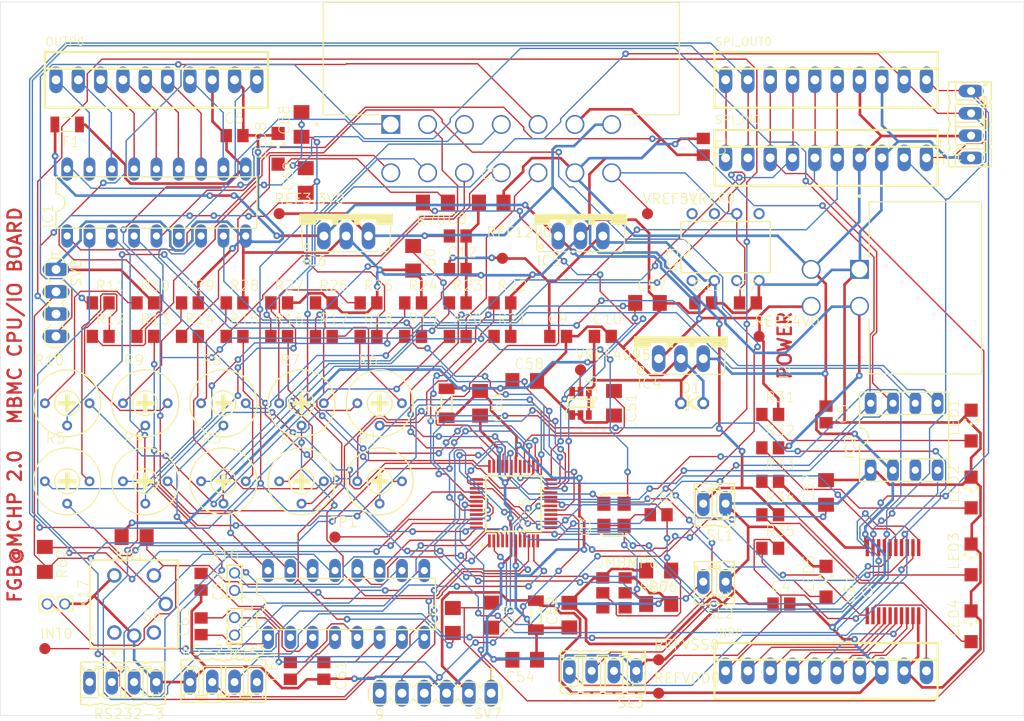
<source format=kicad_pcb>
(kicad_pcb (version 20240108) (generator "pcbnew") (generator_version "8.0")
  (layers (0 "F.Cu" signal) (31 "B.Cu" signal) (34 "B.Paste" user) (35 "F.Paste" user) (36 "B.SilkS" user "B.Silkscreen") (37 "F.SilkS" user "F.Silkscreen") (38 "B.Mask" user) (39 "F.Mask" user) (44 "Edge.Cuts" user))
  (net 0 "")
  (net 1 "N$1")
  (net 2 "N$2")
  (net 3 "N$3")
  (net 4 "N$4")
  (net 5 "N$5")
  (net 6 "N$6")
  (net 7 "N$7")
  (net 8 "N$8")
  (net 9 "N$11")
  (net 10 "N$12")
  (net 11 "N$13")
  (net 12 "N$14")
  (net 13 "N$15")
  (net 14 "N$16")
  (net 15 "N$17")
  (net 16 "N$18")
  (net 17 "N$19")
  (net 18 "N$20")
  (net 19 "VSS")
  (net 20 "N$24")
  (net 21 "VDD")
  (net 22 "N$37")
  (net 23 "N$38")
  (net 24 "N$39")
  (net 25 "N$44")
  (net 26 "N$46")
  (net 27 "N$47")
  (net 28 "N$48")
  (net 29 "N$49")
  (net 30 "N$50")
  (net 31 "N$51")
  (net 32 "N$52")
  (net 33 "N$53")
  (net 34 "N$54")
  (net 35 "N$55")
  (net 36 "N$56")
  (net 37 "N$57")
  (net 38 "N$58")
  (net 39 "N$59")
  (net 40 "N$60")
  (net 41 "N$67")
  (net 42 "+24V")
  (net 43 "+12V")
  (net 44 "+3V3")
  (net 45 "VREF5V")
  (net 46 "N$70")
  (net 47 "N$68")
  (net 48 "N$69")
  (net 49 "N$71")
  (net 50 "N$9")
  (net 51 "N$10")
  (net 52 "N$72")
  (net 53 "N$73")
  (net 54 "N$74")
  (net 55 "N$76")
  (net 56 "N$77")
  (net 57 "N$78")
  (net 58 "N$79")
  (net 59 "N$80")
  (net 60 "N$81")
  (net 61 "N$84")
  (net 62 "N$83")
  (net 63 "N$88")
  (net 64 "N$231")
  (net 65 "N$232")
  (net 66 "N$233")
  (net 67 "CLK16MHZCPU")
  (net 68 "VREF4.1")
  (net 69 "N$236")
  (net 70 "N$237")
  (net 71 "N$238")
  (net 72 "N$239")
  (net 73 "N$240")
  (net 74 "N$241")
  (net 75 "TX2")
  (net 76 "RX1")
  (net 77 "N$245")
  (net 78 "N$246")
  (net 79 "N$247")
  (net 80 "N$248")
  (net 81 "N$249")
  (net 82 "N$250")
  (net 83 "N$251")
  (net 84 "DLED")
  (net 85 "N$255")
  (net 86 "N$257")
  (net 87 "N$258")
  (net 88 "N$259")
  (net 89 "N$260")
  (net 90 "N$261")
  (net 91 "N$262")
  (net 92 "N$263")
  (net 93 "N$264")
  (net 94 "N$265")
  (net 95 "N$266")
  (net 96 "N$267")
  (net 97 "N$268")
  (net 98 "N$270")
  (net 99 "N$271")
  (net 100 "N$272")
  (net 101 "N$273")
  (net 102 "N$274")
  (net 103 "N$275")
  (net 104 "N$276")
  (net 105 "N$277")
  (net 106 "N$278")
  (net 107 "N$279")
  (net 108 "N$280")
  (net 109 "N$281")
  (net 110 "N$282")
  (net 111 "N$283")
  (net 112 "N$284")
  (net 113 "VCC")
  (net 114 "GND")
  (net 115 "N$289")
  (net 116 "N$290")
  (net 117 "N$295")
  (net 118 "N$299")
  (net 119 "N$300")
  (net 120 "RX2")
  (net 121 "TX1")
  (net 122 "N$21")
  (net 123 "N$22")
  (footprint "mbmc_single_board:TO220V_262" (layer "F.Cu") (at 167.7161 102.4586)
    (property "Reference" "IC4")
    (property "Value" "5 VOLTS")
  )
  (footprint "mbmc_single_board:C0805_334" (layer "F.Cu") (at 113.1061 135.4786 90)
    (property "Reference" "C63")
    (property "Value" "1uf")
  )
  (footprint "mbmc_single_board:RTRIM3339P_334" (layer "F.Cu") (at 124.5361 118.9686)
    (property "Reference" "R2")
    (property "Value" "200")
  )
  (footprint "mbmc_single_board:RTRIM3339P_334" (layer "F.Cu") (at 115.6461 110.0786)
    (property "Reference" "R8")
    (property "Value" "200")
  )
  (footprint "mbmc_single_board:R1206_334" (layer "F.Cu") (at 139.7761 87.2186 180)
    (property "Reference" "R70")
    (property "Value" "220")
  )
  (footprint "mbmc_single_board:B1,27_385" (layer "F.Cu") (at 121.9961 88.4886)
    (property "Reference" "REF3.3V0")
    (property "Value" "TPB1,27")
  )
  (footprint "mbmc_single_board:DIL18_407" (layer "F.Cu") (at 108.0261 87.2186)
    (property "Reference" "IC1")
    (property "Value" "ULN2803")
  )
  (footprint "mbmc_single_board:C1206_334" (layer "F.Cu") (at 125.0187 84.704 90)
    (property "Reference" "C69")
    (property "Value" "0.1")
  )
  (footprint "mbmc_single_board:SOP95P280X145-6N" (layer "F.Cu") (at 156.2861 110.0786 90)
    (property "Reference" "IC16")
    (property "Value" "REF3440IDBVR")
  )
  (footprint "mbmc_single_board:R0805_334" (layer "F.Cu") (at 127.0761 98.6486)
    (property "Reference" "R26")
    (property "Value" "1.28k")
  )
  (footprint "mbmc_single_board:B1,27_385" (layer "F.Cu") (at 95.3261 138.0186)
    (property "Reference" "INT0")
    (property "Value" "TPB1,27")
  )
  (footprint "mbmc_single_board:332-02_147" (layer "F.Cu") (at 116.9161 130.3986 180)
    (property "Reference" "X16")
    (property "Value" "TX-2")
  )
  (footprint "mbmc_single_board:QFP50P900X900X120-48N" (layer "F.Cu") (at 148.6661 121.5086 90)
    (property "Reference" "IC15")
    (property "Value" "PIC18F57K42-E_PT")
  )
  (footprint "mbmc_single_board:R0805_334" (layer "F.Cu") (at 142.3161 102.4586)
    (property "Reference" "R20")
    (property "Value" "21.5k")
  )
  (footprint "mbmc_single_board:R0805_334" (layer "F.Cu") (at 177.8761 122.7786)
    (property "Reference" "R34")
    (property "Value" "1k")
  )
  (footprint "mbmc_single_board:R0805_334" (layer "F.Cu") (at 127.0761 102.4586)
    (property "Reference" "R17")
    (property "Value" "9.85k")
  )
  (footprint "mbmc_single_board:04P_125" (layer "F.Cu") (at 115.6461 141.8286)
    (property "Reference" "RS-232-3")
    (property "Value" "serial2")
  )
  (footprint "mbmc_single_board:R0805_334" (layer "F.Cu") (at 106.7561 98.6486)
    (property "Reference" "R30")
    (property "Value" "1.28k")
  )
  (footprint "mbmc_single_board:R0805_334" (layer "F.Cu") (at 106.7561 102.4586)
    (property "Reference" "R13")
    (property "Value" "811")
  )
  (footprint "mbmc_single_board:C1206_334" (layer "F.Cu") (at 163.9061 98.6486)
    (property "Reference" "C57")
    (property "Value" "0.1")
  )
  (footprint "mbmc_single_board:R1206_334" (layer "F.Cu") (at 165.1761 132.9386)
    (property "Reference" "R66")
    (property "Value" "0")
  )
  (footprint "mbmc_single_board:C0805_334" (layer "F.Cu") (at 165.1761 122.7786)
    (property "Reference" "C65")
    (property "Value" "1uf")
  )
  (footprint "" (layer "F.Cu") (at 94.0561 68.1686)
    (property "Reference" "@HOLE3" (hide yes))
    (property "Value" "")
  )
  (footprint "mbmc_single_board:TO220V_262" (layer "F.Cu") (at 156.2861 88.4886)
    (property "Reference" "IC5")
    (property "Value" "12 VOLTS")
  )
  (footprint "mbmc_single_board:R0805_334" (layer "F.Cu") (at 132.1561 98.6486)
    (property "Reference" "R25")
    (property "Value" "1.28k")
  )
  (footprint "mbmc_single_board:02P_125" (layer "F.Cu") (at 171.5261 130.3986 180)
    (property "Reference" "SL2")
    (property "Value" "PWM")
  )
  (footprint "mbmc_single_board:RTRIM3339P_334" (layer "F.Cu") (at 106.7561 110.0786)
    (property "Reference" "R9")
    (property "Value" "200")
  )
  (footprint "mbmc_single_board:C0805_334" (layer "F.Cu") (at 179.1461 132.9386)
    (property "Reference" "C4")
    (property "Value" "0.1")
  )
  (footprint "mbmc_single_board:C0805_334" (layer "F.Cu") (at 142.3161 94.8386)
    (property "Reference" "C12")
    (property "Value" "22uf")
  )
  (footprint "mbmc_single_board:CHIPLED_1206_259" (layer "F.Cu") (at 200.7361 120.2386)
    (property "Reference" "LED2")
    (property "Value" "12 on")
  )
  (footprint "mbmc_single_board:CHIPLED_1206_259" (layer "F.Cu") (at 184.2261 130.3986)
    (property "Reference" "LED5")
    (property "Value" "debug8")
  )
  (footprint "mbmc_single_board:22-23-2101_165" (layer "F.Cu") (at 184.2261 140.5586)
    (property "Reference" "INP0")
    (property "Value" "22-23-2101")
  )
  (footprint "mbmc_single_board:R0805_334" (layer "F.Cu") (at 111.8361 102.4586)
    (property "Reference" "R14")
    (property "Value" "811")
  )
  (footprint "mbmc_single_board:C1206_334" (layer "F.Cu") (at 146.1261 87.2186 180)
    (property "Reference" "C59")
    (property "Value" "15uf")
  )
  (footprint "mbmc_single_board:R0805_334" (layer "F.Cu") (at 121.9961 102.4586)
    (property "Reference" "R16")
    (property "Value" "9.85k")
  )
  (footprint "mbmc_single_board:RTRIM3339P_334" (layer "F.Cu") (at 133.4261 110.0786)
    (property "Reference" "R6")
    (property "Value" "200")
  )
  (footprint "mbmc_single_board:1206L" (layer "F.Cu") (at 97.8661 78.3286 180)
    (property "Reference" "F1")
    (property "Value" "1206L050")
  )
  (footprint "mbmc_single_board:R0805_334" (layer "F.Cu") (at 142.3161 98.6486)
    (property "Reference" "R23")
    (property "Value" "1.28k")
  )
  (footprint "mbmc_single_board:TO220V_262" (layer "F.Cu") (at 129.6161 88.4886)
    (property "Reference" "IC6")
    (property "Value" "3.3 VOLTS")
  )
  (footprint "mbmc_single_board:C1206_334" (layer "F.Cu") (at 137.2361 93.5686 -90)
    (property "Reference" "C60")
    (property "Value" "15uf")
  )
  (footprint "mbmc_single_board:R0805_334" (layer "F.Cu") (at 147.3961 102.4586)
    (property "Reference" "R21")
    (property "Value" "3820")
  )
  (footprint "mbmc_single_board:C0805_334" (layer "F.Cu") (at 116.9161 79.5986)
    (property "Reference" "C6")
    (property "Value" "0.1")
  )
  (footprint "mbmc_single_board:C1206_334" (layer "F.Cu") (at 149.9361 107.5386)
    (property "Reference" "C58")
    (property "Value" "0.1")
  )
  (footprint "mbmc_single_board:R0805_334" (layer "F.Cu") (at 137.2361 98.6486)
    (property "Reference" "R24")
    (property "Value" "1.28k")
  )
  (footprint "mbmc_single_board:C1206_334" (layer "F.Cu") (at 124.5361 78.3286 90)
    (property "Reference" "C68")
    (property "Value" "0.1")
  )
  (footprint "mbmc_single_board:C1206_334" (layer "F.Cu") (at 184.2261 120.2386 90)
    (property "Reference" "C67")
    (property "Value" "0.1")
  )
  (footprint "mbmc_single_board:332-02_147" (layer "F.Cu") (at 96.5961 132.9386 90)
    (property "Reference" "X17")
    (property "Value" "RESETJMP")
  )
  (footprint "mbmc_single_board:02P_125" (layer "F.Cu") (at 171.5261 121.5086 180)
    (property "Reference" "SL1")
    (property "Value" "3.3 GLORY")
  )
  (footprint "mbmc_single_board:MA04-1_162" (layer "F.Cu") (at 96.5961 98.6486 -90)
    (property "Reference" "SV8")
    (property "Value" "DEBUG")
  )
  (footprint "" (layer "F.Cu") (at 202.0061 141.8286)
    (property "Reference" "@HOLE1" (hide yes))
    (property "Value" "")
  )
  (footprint "mbmc_single_board:R0805_334" (layer "F.Cu") (at 101.6761 102.4586)
    (property "Reference" "R12")
    (property "Value" "21.5k")
  )
  (footprint "mbmc_single_board:CHIPLED_1206_259" (layer "F.Cu") (at 200.7361 135.4786)
    (property "Reference" "LED4")
    (property "Value" "3.3 on")
  )
  (footprint "mbmc_single_board:RTRIM3339P_334" (layer "F.Cu") (at 97.8661 110.0786)
    (property "Reference" "R10")
    (property "Value" "200")
  )
  (footprint "" (layer "F.Cu") (at 95.3261 141.8286)
    (property "Reference" "@HOLE0" (hide yes))
    (property "Value" "")
  )
  (footprint "mbmc_single_board:R0805_334" (layer "F.Cu") (at 132.1561 102.4586)
    (property "Reference" "R18")
    (property "Value" "9.85k")
  )
  (footprint "mbmc_single_board:C0805_334" (layer "F.Cu") (at 158.8261 102.4586)
    (property "Reference" "C10")
    (property "Value" "0.1")
  )
  (footprint "mbmc_single_board:R1206_334" (layer "F.Cu") (at 105.4861 125.3186 180)
    (property "Reference" "R61")
    (property "Value" "10000")
  )
  (footprint "mbmc_single_board:R1206_334" (layer "F.Cu") (at 165.1761 129.1286 180)
    (property "Reference" "R67")
    (property "Value" "0")
  )
  (footprint "mbmc_single_board:22-23-2101_165" (layer "F.Cu") (at 108.0261 73.2486)
    (property "Reference" "OUTP0")
    (property "Value" "22-23-2101")
  )
  (footprint "mbmc_single_board:22-23-2101_165" (layer "F.Cu") (at 184.2261 73.2486)
    (property "Reference" "SPI_OUT0")
    (property "Value" "22-23-2101")
  )
  (footprint "mbmc_single_board:B1,27_385" (layer "F.Cu") (at 147.3961 93.5686)
    (property "Reference" "REF12V0")
    (property "Value" "TPB1,27")
  )
  (footprint "mbmc_single_board:R0805_334" (layer "F.Cu") (at 177.8761 111.3486)
    (property "Reference" "R31")
    (property "Value" "10k")
  )
  (footprint "mbmc_single_board:RTRIM3339P_334" (layer "F.Cu") (at 115.6461 118.9686)
    (property "Reference" "R3")
    (property "Value" "200")
  )
  (footprint "mbmc_single_board:R0805_334" (layer "F.Cu") (at 177.8761 115.1586)
    (property "Reference" "R32")
    (property "Value" "5k")
  )
  (footprint "mbmc_single_board:R0805_334" (layer "F.Cu") (at 121.9961 98.6486)
    (property "Reference" "R27")
    (property "Value" "1.28k")
  )
  (footprint "mbmc_single_board:R1206_334" (layer "F.Cu") (at 95.3261 127.8586 -90)
    (property "Reference" "R62")
    (property "Value" "220")
  )
  (footprint "mbmc_single_board:DIL16_269" (layer "F.Cu") (at 129.6161 132.9386)
    (property "Reference" "IC17")
    (property "Value" "MAX232")
  )
  (footprint "" (layer "F.Cu") (at 202.0061 68.1686)
    (property "Reference" "@HOLE2" (hide yes))
    (property "Value" "")
  )
  (footprint "mbmc_single_board:TE_1-1586043-4" (layer "F.Cu") (at 134.6961 78.3286 180)
    (property "Reference" "J1")
    (property "Value" "1-1586043-4")
  )
  (footprint "mbmc_single_board:A0R-JMP_251" (layer "F.Cu") (at 161.3661 131.6686)
    (property "Reference" "JMP6")
    (property "Value" "0R-JUMPA")
  )
  (footprint "mbmc_single_board:C0805_334" (layer "F.Cu") (at 175.3361 98.6486)
    (property "Reference" "C7")
    (property "Value" "0.1")
  )
  (footprint "mbmc_single_board:ZDIO-2.5_210" (layer "F.Cu") (at 168.9861 110.0786)
    (property "Reference" "D1")
    (property "Value" "5.6v")
  )
  (footprint "mbmc_single_board:B1,27_385" (layer "F.Cu") (at 163.9061 88.4886)
    (property "Reference" "VREF5VREF0")
    (property "Value" "TPB1,27")
  )
  (footprint "mbmc_single_board:RTRIM3339P_334" (layer "F.Cu") (at 124.5361 110.0786)
    (property "Reference" "R7")
    (property "Value" "200")
  )
  (footprint "mbmc_single_board:04P_125" (layer "F.Cu") (at 104.2161 141.8286 180)
    (property "Reference" "RS232-3")
    (property "Value" "serial1")
  )
  (footprint "mbmc_single_board:SSOP20" (layer "F.Cu") (at 191.8461 130.3986)
    (property "Reference" "U$1")
    (property "Value" "MAX6818")
  )
  (footprint "mbmc_single_board:C0805_334" (layer "F.Cu") (at 184.2261 111.3486 -90)
    (property "Reference" "C5")
    (property "Value" "0.1")
  )
  (footprint "mbmc_single_board:04P_125" (layer "F.Cu") (at 158.8261 140.5586 180)
    (property "Reference" "SL3")
    (property "Value" "MISC INP")
  )
  (footprint "mbmc_single_board:R0805_334" (layer "F.Cu") (at 137.2361 102.4586)
    (property "Reference" "R19")
    (property "Value" "811")
  )
  (footprint "mbmc_single_board:R0805_334" (layer "F.Cu") (at 101.6761 98.6486)
    (property "Reference" "R11")
    (property "Value" "9.85k")
  )
  (footprint "mbmc_single_board:R0805_334" (layer "F.Cu") (at 111.8361 98.6486)
    (property "Reference" "R29")
    (property "Value" "1.28k")
  )
  (footprint "mbmc_single_board:04P_125" (layer "F.Cu") (at 200.7361 78.3286 90)
    (property "Reference" "SL4")
    (property "Value" "SPI SEL")
  )
  (footprint "mbmc_single_board:C0805_334" (layer "F.Cu") (at 123.2661 140.5586 90)
    (property "Reference" "C64")
    (property "Value" "1uf")
  )
  (footprint "mbmc_single_board:C0805_334" (layer "F.Cu") (at 170.2561 80.8686 -90)
    (property "Reference" "C1")
    (property "Value" "22uf")
  )
  (footprint "mbmc_single_board:B3W-9_1-LED" (layer "F.Cu") (at 105.4861 132.9386 -90)
    (property "Reference" "S6")
    (property "Value" "RESET SW")
  )
  (footprint "mbmc_single_board:A0R-JMP_251" (layer "F.Cu") (at 158.8261 131.6686)
    (property "Reference" "JMP5")
    (property "Value" "0R-JUMPA")
  )
  (footprint "mbmc_single_board:MA06-1_162" (layer "F.Cu") (at 139.7761 143.0986 180)
    (property "Reference" "SV7")
    (property "Value" "ICSP")
  )
  (footprint "mbmc_single_board:CHIPLED_1206_259" (layer "F.Cu") (at 200.7361 127.8586)
    (property "Reference" "LED3")
    (property "Value" "5 on")
  )
  (footprint "mbmc_single_board:SM-1206_241" (layer "F.Cu") (at 141.0461 110.0786 90)
    (property "Reference" "L2")
    (property "Value" "1000")
  )
  (footprint "mbmc_single_board:RTRIM3339P_334" (layer "F.Cu") (at 97.8661 118.9686)
    (property "Reference" "R5")
    (property "Value" "200")
  )
  (footprint "mbmc_single_board:22-23-2101_165" (layer "F.Cu") (at 184.2261 82.1386)
    (property "Reference" "SPI_IN0")
    (property "Value" "22-23-2101")
  )
  (footprint "mbmc_single_board:R1206_334" (layer "F.Cu") (at 146.1261 134.2086 -90)
    (property "Reference" "R60")
    (property "Value" "220")
  )
  (footprint "mbmc_single_board:R0805_334" (layer "F.Cu") (at 116.9161 102.4586)
    (property "Reference" "R15")
    (property "Value" "9.85k")
  )
  (footprint "mbmc_single_board:CHIPLED_1206_259" (layer "F.Cu") (at 121.8691 81.0972)
    (property "Reference" "LED8")
    (property "Value" "DBLED")
  )
  (footprint "mbmc_single_board:SOCKET-08_239" (layer "F.Cu") (at 193.1161 113.8886)
    (property "Reference" "IC2")
    (property "Value" "DIP Socket")
  )
  (footprint "mbmc_single_board:C0805_334" (layer "F.Cu") (at 170.2561 98.6486)
    (property "Reference" "C11")
    (property "Value" "0.1")
  )
  (footprint "mbmc_single_board:R0805_334" (layer "F.Cu") (at 147.3961 98.6486)
    (property "Reference" "R22")
    (property "Value" "3820")
  )
  (footprint "mbmc_single_board:B1,27_385" (layer "F.Cu") (at 165.1761 139.2886)
    (property "Reference" "REFVSS0")
    (property "Value" "TPB1,27")
  )
  (footprint "mbmc_single_board:RTRIM3339P_334" (layer "F.Cu") (at 106.7561 118.9686)
    (property "Reference" "R4")
    (property "Value" "200")
  )
  (footprint "mbmc_single_board:ASF_204" (layer "F.Cu") (at 160.0961 122.7786 90)
    (property "Reference" "Q3")
    (property "Value" "ASF1")
  )
  (footprint "mbmc_single_board:DIL08_262" (layer "F.Cu") (at 172.7961 92.2986)
    (property "Reference" "IC3")
    (property "Value" "REF02 5 VOLTS")
  )
  (footprint "mbmc_single_board:C0805_334" (layer "F.Cu") (at 142.3161 91.0286)
    (property "Reference" "C8")
    (property "Value" "0.1")
  )
  (footprint "mbmc_single_board:C0805_334" (layer "F.Cu") (at 113.1061 130.3986 -90)
    (property "Reference" "C62")
    (property "Value" "1uf")
  )
  (footprint "mbmc_single_board:RTRIM3339P_334" (layer "F.Cu") (at 133.4261 118.9686)
    (property "Reference" "R1")
    (property "Value" "200")
  )
  (footprint "mbmc_single_board:C1206_334" (layer "F.Cu") (at 149.9361 139.2886 180)
    (property "Reference" "C54")
    (property "Value" "15uf")
  )
  (footprint "mbmc_single_board:C1206_334" (layer "F.Cu") (at 155.0161 134.2086 90)
    (property "Reference" "C52")
    (property "Value" "0.1")
  )
  (footprint "mbmc_single_board:B1,27_385" (layer "F.Cu") (at 165.1761 143.0986)
    (property "Reference" "REFVDD0")
    (property "Value" "TPB1,27")
  )
  (footprint "mbmc_single_board:C1206_334" (layer "F.Cu") (at 160.0961 110.0786 -90)
    (property "Reference" "C51")
    (property "Value" "0.1")
  )
  (footprint "mbmc_single_board:C1206_334" (layer "F.Cu") (at 144.8561 110.0786 -90)
    (property "Reference" "C53")
    (property "Value" "0.1")
  )
  (footprint "mbmc_single_board:R0805_334" (layer "F.Cu") (at 177.8761 126.5886)
    (property "Reference" "R35")
    (property "Value" "1k")
  )
  (footprint "mbmc_single_board:332-02_147" (layer "F.Cu") (at 116.9161 135.4786)
    (property "Reference" "X15")
    (property "Value" "RX-2")
  )
  (footprint "mbmc_single_board:R0805_334" (layer "F.Cu") (at 177.8761 118.9686)
    (property "Reference" "R33")
    (property "Value" "1k")
  )
  (footprint "mbmc_single_board:R1206_334" (layer "F.Cu") (at 141.7573 134.8182 90)
    (property "Reference" "R71")
    (property "Value" "220")
  )
  (footprint "mbmc_single_board:TE_1586044-4" (layer "F.Cu") (at 188.0361 94.8386 90)
    (property "Reference" "J2")
    (property "Value" "1586044-4")
  )
  (footprint "mbmc_single_board:SM-1206_241" (layer "F.Cu") (at 151.2061 134.2086 -90)
    (property "Reference" "L1")
    (property "Value" "1000")
  )
  (footprint "mbmc_single_board:B1,27_385" (layer "F.Cu") (at 176.6061 102.4586)
    (property "Reference" "REF24V0")
    (property "Value" "TPB1,27")
  )
  (footprint "mbmc_single_board:B1,27_385" (layer "F.Cu") (at 128.3461 125.3186)
    (property "Reference" "TP1")
    (property "Value" "TPB1,27")
  )
  (footprint "mbmc_single_board:CHIPLED_1206_259" (layer "F.Cu") (at 200.7361 112.6186)
    (property "Reference" "LED1")
    (property "Value" "24 on")
  )
  (footprint "mbmc_single_board:B1,27_385" (layer "F.Cu") (at 156.2861 106.2686)
    (property "Reference" "VREF4095")
    (property "Value" "TPB1,27")
  )
  (footprint "mbmc_single_board:C0805_334" (layer "F.Cu") (at 153.7461 102.4586)
    (property "Reference" "C9")
    (property "Value" "0.1")
  )
  (footprint "mbmc_single_board:R0805_334" (layer "F.Cu") (at 116.9161 98.6486)
    (property "Reference" "R28")
    (property "Value" "3820")
  )
  (footprint "mbmc_single_board:C0805_334" (layer "F.Cu") (at 127.0761 140.5586 -90)
    (property "Reference" "C61")
    (property "Value" "1uf")
  )
  (gr_line (start 90.2461 145.6386) (end 206.7561 145.6386) (stroke (width 0.05)) (layer "Edge.Cuts"))
  (gr_line (start 206.7561 145.6386) (end 206.7561 64.3686) (stroke (width 0.05)) (layer "Edge.Cuts"))
  (gr_line (start 90.2461 64.3686) (end 90.2461 145.6386) (stroke (width 0.05)) (layer "Edge.Cuts"))
  (gr_line (start 206.7561 64.3686) (end 90.2461 64.3686) (stroke (width 0.05)) (layer "Edge.Cuts"))
  (gr_text "FGB@MCHP 2.0" (at 92.7861 132.9386 90) (layer "F.Cu") (effects (font (size 1.5113 1.5113) (thickness 0.2667)) (justify left bottom)))
  (gr_text "MBMC CPU/IO BOARD" (at 92.7861 112.6186 90) (layer "F.Cu") (effects (font (size 1.5113 1.5113) (thickness 0.2667)) (justify left bottom)))
  (gr_text "POWER" (at 180.4161 107.5386 90) (layer "F.Cu") (effects (font (size 1.5113 1.5113) (thickness 0.2667)) (justify left bottom)))
  (segment (start 109.2961 110.1294) (end 109.2961 110.0786) (width 0.1524) (layer "F.Cu") (net 1))
  (segment (start 102.5905 98.6994) (end 102.6261 98.6486) (width 0.1524) (layer "F.Cu") (net 1))
  (segment (start 108.5341 110.8914) (end 103.8859 110.8914) (width 0.1524) (layer "F.Cu") (net 1))
  (segment (start 99.8473 101.595) (end 99.9997 101.4426) (width 0.1524) (layer "F.Cu") (net 1))
  (segment (start 109.2961 110.1294) (end 108.5341 110.8914) (width 0.1524) (layer "F.Cu") (net 1))
  (segment (start 102.5905 99.0042) (end 102.5905 98.6994) (width 0.1524) (layer "F.Cu") (net 1))
  (segment (start 99.8473 106.8528) (end 99.8473 101.595) (width 0.1524) (layer "F.Cu") (net 1))
  (segment (start 100.1521 101.4426) (end 102.5905 99.0042) (width 0.1524) (layer "F.Cu") (net 1))
  (segment (start 103.8859 110.8914) (end 99.8473 106.8528) (width 0.1524) (layer "F.Cu") (net 1))
  (segment (start 99.9997 101.4426) (end 100.1521 101.4426) (width 0.1524) (layer "F.Cu") (net 1))
  (segment (start 103.5049 97.785) (end 103.5049 99.5376) (width 0.1524) (layer "F.Cu") (net 2))
  (segment (start 99.8473 101.1378) (end 99.9997 101.1378) (width 0.1524) (layer "F.Cu") (net 2))
  (segment (start 103.3525 97.6326) (end 103.5049 97.785) (width 0.1524) (layer "F.Cu") (net 2))
  (segment (start 101.9047 97.6326) (end 103.3525 97.6326) (width 0.1524) (layer "F.Cu") (net 2))
  (segment (start 99.9997 101.1378) (end 101.6761 99.4614) (width 0.1524) (layer "F.Cu") (net 2))
  (segment (start 102.6667 100.3758) (end 102.6667 102.4332) (width 0.1524) (layer "F.Cu") (net 2))
  (segment (start 99.5425 118.1304) (end 99.5425 101.4426) (width 0.1524) (layer "F.Cu") (net 2))
  (segment (start 100.3807 118.9686) (end 99.5425 118.1304) (width 0.1524) (layer "F.Cu") (net 2))
  (segment (start 101.6761 97.8612) (end 101.9047 97.6326) (width 0.1524) (layer "F.Cu") (net 2))
  (segment (start 101.6761 99.4614) (end 101.6761 97.8612) (width 0.1524) (layer "F.Cu") (net 2))
  (segment (start 100.3807 118.9686) (end 100.4061 118.9686) (width 0.1524) (layer "F.Cu") (net 2))
  (segment (start 99.5425 101.4426) (end 99.8473 101.1378) (width 0.1524) (layer "F.Cu") (net 2))
  (segment (start 103.5049 99.5376) (end 102.6667 100.3758) (width 0.1524) (layer "F.Cu") (net 2))
  (segment (start 102.6667 102.4332) (end 102.6261 102.4586) (width 0.1524) (layer "F.Cu") (net 2))
  (segment (start 135.9661 118.9686) (end 134.8231 118.9686) (width 0.1524) (layer "F.Cu") (net 3))
  (segment (start 112.7251 123.9978) (end 107.7721 119.0448) (width 0.1524) (layer "F.Cu") (net 3))
  (segment (start 107.7721 119.0448) (end 107.7721 115.4634) (width 0.1524) (layer "F.Cu") (net 3))
  (segment (start 117.0685 123.9978) (end 112.7251 123.9978) (width 0.1524) (layer "F.Cu") (net 3))
  (segment (start 107.7721 105.6336) (end 107.7721 102.5094) (width 0.1524) (layer "F.Cu") (net 3))
  (segment (start 107.7721 102.5094) (end 107.7061 102.4586) (width 0.1524) (layer "F.Cu") (net 3))
  (segment (start 134.8231 118.9686) (end 130.8607 122.931) (width 0.1524) (layer "F.Cu") (net 3))
  (via (at 107.7721 105.6336) (size 0.7564) (drill 0.35) (layers "F.Cu" "B.Cu") (net 3))
  (via (at 130.8607 122.931) (size 0.7564) (drill 0.35) (layers "F.Cu" "B.Cu") (net 3))
  (via (at 107.7721 115.4634) (size 0.7564) (drill 0.35) (layers "F.Cu" "B.Cu") (net 3))
  (via (at 117.0685 123.9978) (size 0.7564) (drill 0.35) (layers "F.Cu" "B.Cu") (net 3))
  (segment (start 125.5267 123.9978) (end 117.0685 123.9978) (width 0.1524) (layer "B.Cu") (net 3))
  (segment (start 107.7721 115.4634) (end 107.7721 105.6336) (width 0.1524) (layer "B.Cu") (net 3))
  (segment (start 130.8607 122.931) (end 126.5935 122.931) (width 0.1524) (layer "B.Cu") (net 3))
  (segment (start 126.5935 122.931) (end 125.5267 123.9978) (width 0.1524) (layer "B.Cu") (net 3))
  (segment (start 127.0507 118.9686) (end 126.2125 119.8068) (width 0.1524) (layer "F.Cu") (net 4))
  (segment (start 117.9067 119.8068) (end 112.2679 114.168) (width 0.1524) (layer "F.Cu") (net 4))
  (segment (start 127.0507 118.9686) (end 127.0761 118.9686) (width 0.1524) (layer "F.Cu") (net 4))
  (segment (start 112.7251 109.2912) (end 112.7251 102.5094) (width 0.1524) (layer "F.Cu") (net 4))
  (segment (start 112.7251 102.5094) (end 112.7861 102.4586) (width 0.1524) (layer "F.Cu") (net 4))
  (segment (start 112.2679 109.7484) (end 112.7251 109.2912) (width 0.1524) (layer "F.Cu") (net 4))
  (segment (start 126.2125 119.8068) (end 117.9067 119.8068) (width 0.1524) (layer "F.Cu") (net 4))
  (segment (start 112.2679 114.168) (end 112.2679 109.7484) (width 0.1524) (layer "F.Cu") (net 4))
  (segment (start 118.2115 118.9686) (end 118.1861 118.9686) (width 0.1524) (layer "F.Cu") (net 5))
  (segment (start 118.9735 118.2066) (end 118.9735 109.7484) (width 0.1524) (layer "F.Cu") (net 5))
  (segment (start 118.2115 118.9686) (end 118.9735 118.2066) (width 0.1524) (layer "F.Cu") (net 5))
  (segment (start 117.9067 102.5094) (end 117.8661 102.4586) (width 0.1524) (layer "F.Cu") (net 5))
  (segment (start 118.9735 109.7484) (end 117.9067 108.6816) (width 0.1524) (layer "F.Cu") (net 5))
  (segment (start 117.9067 108.6816) (end 117.9067 102.5094) (width 0.1524) (layer "F.Cu") (net 5))
  (segment (start 123.0121 102.5094) (end 122.9461 102.4586) (width 0.1524) (layer "F.Cu") (net 6))
  (segment (start 109.2961 118.9686) (end 112.6489 122.3214) (width 0.1524) (layer "F.Cu") (net 6))
  (segment (start 123.0121 108.5292) (end 123.0121 102.5094) (width 0.1524) (layer "F.Cu") (net 6))
  (segment (start 129.1081 114.6252) (end 123.0121 108.5292) (width 0.1524) (layer "F.Cu") (net 6))
  (segment (start 112.6489 122.3214) (end 125.7553 122.3214) (width 0.1524) (layer "F.Cu") (net 6))
  (segment (start 125.7553 122.3214) (end 129.1081 118.9686) (width 0.1524) (layer "F.Cu") (net 6))
  (segment (start 129.1081 118.9686) (end 129.1081 114.6252) (width 0.1524) (layer "F.Cu") (net 6))
  (segment (start 131.9275 101.4426) (end 130.4797 101.4426) (width 0.1524) (layer "F.Cu") (net 7))
  (segment (start 135.9661 110.0532) (end 132.1561 106.2432) (width 0.1524) (layer "F.Cu") (net 7))
  (segment (start 135.9661 110.0532) (end 135.9661 110.0786) (width 0.1524) (layer "F.Cu") (net 7))
  (segment (start 130.4797 101.4426) (end 129.4891 102.4332) (width 0.1524) (layer "F.Cu") (net 7))
  (segment (start 132.1561 106.2432) (end 132.1561 101.6712) (width 0.1524) (layer "F.Cu") (net 7))
  (segment (start 132.1561 101.6712) (end 131.9275 101.4426) (width 0.1524) (layer "F.Cu") (net 7))
  (segment (start 128.0413 102.4332) (end 128.0261 102.4586) (width 0.1524) (layer "F.Cu") (net 7))
  (segment (start 129.4891 102.4332) (end 128.0413 102.4332) (width 0.1524) (layer "F.Cu") (net 7))
  (segment (start 133.9849 96.7182) (end 133.9849 99.5376) (width 0.1524) (layer "F.Cu") (net 8))
  (segment (start 133.1467 102.4332) (end 133.1061 102.4586) (width 0.1524) (layer "F.Cu") (net 8))
  (segment (start 133.9849 99.5376) (end 133.1467 100.3758) (width 0.1524) (layer "F.Cu") (net 8))
  (segment (start 126.3649 95.118) (end 132.3847 95.118) (width 0.1524) (layer "F.Cu") (net 8))
  (segment (start 132.3847 95.118) (end 133.9849 96.7182) (width 0.1524) (layer "F.Cu") (net 8))
  (segment (start 125.1457 93.8988) (end 126.3649 95.118) (width 0.1524) (layer "F.Cu") (net 8))
  (segment (start 133.1467 100.3758) (end 133.1467 102.4332) (width 0.1524) (layer "F.Cu") (net 8))
  (via (at 125.1457 93.8988) (size 0.7564) (drill 0.35) (layers "F.Cu" "B.Cu") (net 8))
  (segment (start 147.2437 78.354) (end 147.2661 78.3286) (width 0.1524) (layer "B.Cu") (net 8))
  (segment (start 147.2437 78.354) (end 145.0339 80.5638) (width 0.1524) (layer "B.Cu") (net 8))
  (segment (start 125.1457 89.8602) (end 125.1457 93.8988) (width 0.1524) (layer "B.Cu") (net 8))
  (segment (start 134.4421 80.5638) (end 125.1457 89.8602) (width 0.1524) (layer "B.Cu") (net 8))
  (segment (start 145.0339 80.5638) (end 134.4421 80.5638) (width 0.1524) (layer "B.Cu") (net 8))
  (segment (start 133.7563 111.8058) (end 134.2135 112.263) (width 0.1524) (layer "F.Cu") (net 9))
  (segment (start 130.9369 118.9686) (end 130.8861 118.9686) (width 0.1524) (layer "F.Cu") (net 9))
  (segment (start 130.9369 118.9686) (end 130.9369 113.9394) (width 0.1524) (layer "F.Cu") (net 9))
  (segment (start 140.0809 107.5386) (end 141.0715 107.5386) (width 0.1524) (layer "F.Cu") (net 9))
  (segment (start 138.7855 111.2724) (end 138.7855 108.834) (width 0.1524) (layer "F.Cu") (net 9))
  (segment (start 137.7949 112.263) (end 138.7855 111.2724) (width 0.1524) (layer "F.Cu") (net 9))
  (segment (start 134.2135 112.263) (end 137.7949 112.263) (width 0.1524) (layer "F.Cu") (net 9))
  (segment (start 138.7855 108.834) (end 140.0809 107.5386) (width 0.1524) (layer "F.Cu") (net 9))
  (segment (start 146.4055 102.5094) (end 146.4461 102.4586) (width 0.1524) (layer "F.Cu") (net 9))
  (segment (start 146.1007 102.5094) (end 146.4055 102.5094) (width 0.1524) (layer "F.Cu") (net 9))
  (segment (start 133.0705 111.8058) (end 133.7563 111.8058) (width 0.1524) (layer "F.Cu") (net 9))
  (segment (start 141.0715 107.5386) (end 146.1007 102.5094) (width 0.1524) (layer "F.Cu") (net 9))
  (segment (start 130.9369 113.9394) (end 133.0705 111.8058) (width 0.1524) (layer "F.Cu") (net 9))
  (segment (start 125.7553 116.2254) (end 125.7553 112.7202) (width 0.1524) (layer "F.Cu") (net 10))
  (segment (start 123.0121 118.9686) (end 125.7553 116.2254) (width 0.1524) (layer "F.Cu") (net 10))
  (segment (start 144.9577 102.2046) (end 146.4055 100.7568) (width 0.1524) (layer "F.Cu") (net 10))
  (segment (start 146.4055 100.7568) (end 146.4055 98.6994) (width 0.1524) (layer "F.Cu") (net 10))
  (segment (start 146.4055 98.6994) (end 146.4461 98.6486) (width 0.1524) (layer "F.Cu") (net 10))
  (segment (start 125.7553 112.7202) (end 123.3931 110.358) (width 0.1524) (layer "F.Cu") (net 10))
  (segment (start 123.3931 110.358) (end 123.3931 109.8246) (width 0.1524) (layer "F.Cu") (net 10))
  (segment (start 121.9961 118.9686) (end 123.0121 118.9686) (width 0.1524) (layer "F.Cu") (net 10))
  (segment (start 144.9577 102.738) (end 144.9577 102.2046) (width 0.1524) (layer "F.Cu") (net 10))
  (via (at 144.9577 102.738) (size 0.7564) (drill 0.35) (layers "F.Cu" "B.Cu") (net 10))
  (via (at 123.3931 109.8246) (size 0.7564) (drill 0.35) (layers "F.Cu" "B.Cu") (net 10))
  (segment (start 123.3931 109.8246) (end 127.6603 105.5574) (width 0.1524) (layer "B.Cu") (net 10))
  (segment (start 134.7469 105.5574) (end 137.5663 102.738) (width 0.1524) (layer "B.Cu") (net 10))
  (segment (start 127.6603 105.5574) (end 134.7469 105.5574) (width 0.1524) (layer "B.Cu") (net 10))
  (segment (start 137.5663 102.738) (end 144.9577 102.738) (width 0.1524) (layer "B.Cu") (net 10))
  (segment (start 139.3951 101.8236) (end 141.3001 99.9186) (width 0.1524) (layer "F.Cu") (net 11))
  (segment (start 141.3001 98.6994) (end 141.3661 98.6486) (width 0.1524) (layer "F.Cu") (net 11))
  (segment (start 141.3001 99.9186) (end 141.3001 98.6994) (width 0.1524) (layer "F.Cu") (net 11))
  (via (at 139.3951 101.8236) (size 0.7564) (drill 0.35) (layers "F.Cu" "B.Cu") (net 11))
  (segment (start 114.2491 118.9686) (end 122.7835 110.4342) (width 0.1524) (layer "B.Cu") (net 11))
  (segment (start 122.7835 109.5198) (end 127.0507 105.2526) (width 0.1524) (layer "B.Cu") (net 11))
  (segment (start 134.5945 105.2526) (end 138.0235 101.8236) (width 0.1524) (layer "B.Cu") (net 11))
  (segment (start 122.7835 110.4342) (end 122.7835 109.5198) (width 0.1524) (layer "B.Cu") (net 11))
  (segment (start 138.0235 101.8236) (end 139.3951 101.8236) (width 0.1524) (layer "B.Cu") (net 11))
  (segment (start 113.1061 118.9686) (end 114.2491 118.9686) (width 0.1524) (layer "B.Cu") (net 11))
  (segment (start 127.0507 105.2526) (end 134.5945 105.2526) (width 0.1524) (layer "B.Cu") (net 11))
  (segment (start 114.3253 108.072) (end 117.2971 105.1002) (width 0.1524) (layer "F.Cu") (net 12))
  (segment (start 134.2897 103.2714) (end 134.2897 102.2046) (width 0.1524) (layer "F.Cu") (net 12))
  (segment (start 136.2709 100.2234) (end 136.2709 98.6994) (width 0.1524) (layer "F.Cu") (net 12))
  (segment (start 134.2897 102.2046) (end 136.2709 100.2234) (width 0.1524) (layer "F.Cu") (net 12))
  (segment (start 136.2709 98.6994) (end 136.2861 98.6486) (width 0.1524) (layer "F.Cu") (net 12))
  (via (at 114.3253 108.072) (size 0.7564) (drill 0.35) (layers "F.Cu" "B.Cu") (net 12))
  (via (at 117.2971 105.1002) (size 0.7564) (drill 0.35) (layers "F.Cu" "B.Cu") (net 12))
  (via (at 134.2897 103.2714) (size 0.7564) (drill 0.35) (layers "F.Cu" "B.Cu") (net 12))
  (segment (start 114.3253 111.7296) (end 114.3253 108.072) (width 0.1524) (layer "B.Cu") (net 12))
  (segment (start 104.2161 118.9686) (end 107.0863 118.9686) (width 0.1524) (layer "B.Cu") (net 12))
  (segment (start 107.0863 118.9686) (end 114.3253 111.7296) (width 0.1524) (layer "B.Cu") (net 12))
  (segment (start 123.9265 103.1952) (end 124.0027 103.2714) (width 0.1524) (layer "B.Cu") (net 12))
  (segment (start 119.2021 103.1952) (end 123.9265 103.1952) (width 0.1524) (layer "B.Cu") (net 12))
  (segment (start 117.2971 105.1002) (end 119.2021 103.1952) (width 0.1524) (layer "B.Cu") (net 12))
  (segment (start 124.0027 103.2714) (end 134.2897 103.2714) (width 0.1524) (layer "B.Cu") (net 12))
  (segment (start 117.2971 109.215) (end 117.2971 106.0146) (width 0.1524) (layer "F.Cu") (net 13))
  (segment (start 131.1655 98.6232) (end 131.2061 98.6486) (width 0.1524) (layer "F.Cu") (net 13))
  (segment (start 122.0215 99.7662) (end 122.0215 97.785) (width 0.1524) (layer "F.Cu") (net 13))
  (segment (start 123.8503 101.595) (end 122.0215 99.7662) (width 0.1524) (layer "F.Cu") (net 13))
  (segment (start 128.3461 97.1754) (end 129.7939 98.6232) (width 0.1524) (layer "F.Cu") (net 13))
  (segment (start 123.8503 103.5762) (end 123.8503 101.595) (width 0.1524) (layer "F.Cu") (net 13))
  (segment (start 122.6311 97.1754) (end 128.3461 97.1754) (width 0.1524) (layer "F.Cu") (net 13))
  (segment (start 123.6217 103.8048) (end 123.8503 103.5762) (width 0.1524) (layer "F.Cu") (net 13))
  (segment (start 122.0215 97.785) (end 122.6311 97.1754) (width 0.1524) (layer "F.Cu") (net 13))
  (segment (start 129.7939 98.6232) (end 131.1655 98.6232) (width 0.1524) (layer "F.Cu") (net 13))
  (via (at 123.6217 103.8048) (size 0.7564) (drill 0.35) (layers "F.Cu" "B.Cu") (net 13))
  (via (at 117.2971 106.0146) (size 0.7564) (drill 0.35) (layers "F.Cu" "B.Cu") (net 13))
  (via (at 117.2971 109.215) (size 0.7564) (drill 0.35) (layers "F.Cu" "B.Cu") (net 13))
  (segment (start 95.3515 118.9686) (end 96.1897 119.8068) (width 0.1524) (layer "B.Cu") (net 13))
  (segment (start 119.5069 103.8048) (end 123.6217 103.8048) (width 0.1524) (layer "B.Cu") (net 13))
  (segment (start 117.2971 106.0146) (end 119.5069 103.8048) (width 0.1524) (layer "B.Cu") (net 13))
  (segment (start 95.3515 118.9686) (end 95.3261 118.9686) (width 0.1524) (layer "B.Cu") (net 13))
  (segment (start 106.7053 119.8068) (end 117.2971 109.215) (width 0.1524) (layer "B.Cu") (net 13))
  (segment (start 96.1897 119.8068) (end 106.7053 119.8068) (width 0.1524) (layer "B.Cu") (net 13))
  (segment (start 126.7459 110.8914) (end 126.2887 110.4342) (width 0.1524) (layer "F.Cu") (net 14))
  (segment (start 130.8607 110.1294) (end 130.0987 110.8914) (width 0.1524) (layer "F.Cu") (net 14))
  (segment (start 127.2031 101.5188) (end 127.2031 99.69) (width 0.1524) (layer "F.Cu") (net 14))
  (segment (start 126.8221 99.3852) (end 126.1363 98.6994) (width 0.1524) (layer "F.Cu") (net 14))
  (segment (start 126.1363 98.6994) (end 126.1261 98.6486) (width 0.1524) (layer "F.Cu") (net 14))
  (segment (start 127.0507 108.9864) (end 127.0507 101.6712) (width 0.1524) (layer "F.Cu") (net 14))
  (segment (start 126.2887 109.7484) (end 127.0507 108.9864) (width 0.1524) (layer "F.Cu") (net 14))
  (segment (start 127.2031 99.69) (end 126.8983 99.3852) (width 0.1524) (layer "F.Cu") (net 14))
  (segment (start 126.2887 110.4342) (end 126.2887 109.7484) (width 0.1524) (layer "F.Cu") (net 14))
  (segment (start 126.8983 99.3852) (end 126.8221 99.3852) (width 0.1524) (layer "F.Cu") (net 14))
  (segment (start 127.0507 101.6712) (end 127.2031 101.5188) (width 0.1524) (layer "F.Cu") (net 14))
  (segment (start 130.0987 110.8914) (end 126.7459 110.8914) (width 0.1524) (layer "F.Cu") (net 14))
  (segment (start 130.8607 110.1294) (end 130.8861 110.0786) (width 0.1524) (layer "F.Cu") (net 14))
  (segment (start 121.1071 98.6994) (end 121.0461 98.6486) (width 0.1524) (layer "F.Cu") (net 15))
  (segment (start 121.9453 110.0532) (end 121.9453 100.452) (width 0.1524) (layer "F.Cu") (net 15))
  (segment (start 121.1071 99.6138) (end 121.1071 98.6994) (width 0.1524) (layer "F.Cu") (net 15))
  (segment (start 121.9453 110.0532) (end 121.9961 110.0786) (width 0.1524) (layer "F.Cu") (net 15))
  (segment (start 121.9453 100.452) (end 121.1071 99.6138) (width 0.1524) (layer "F.Cu") (net 15))
  (segment (start 113.7157 102.9666) (end 115.9255 100.7568) (width 0.1524) (layer "F.Cu") (net 16))
  (segment (start 115.9255 98.6994) (end 115.9661 98.6486) (width 0.1524) (layer "F.Cu") (net 16))
  (segment (start 113.7157 109.4436) (end 113.7157 102.9666) (width 0.1524) (layer "F.Cu") (net 16))
  (segment (start 113.1061 110.0532) (end 113.1061 110.0786) (width 0.1524) (layer "F.Cu") (net 16))
  (segment (start 115.9255 100.7568) (end 115.9255 98.6994) (width 0.1524) (layer "F.Cu") (net 16))
  (segment (start 113.1061 110.0532) (end 113.7157 109.4436) (width 0.1524) (layer "F.Cu") (net 16))
  (segment (start 110.8201 98.6994) (end 110.8861 98.6486) (width 0.1524) (layer "F.Cu") (net 17))
  (segment (start 108.6103 102.9666) (end 110.8201 100.7568) (width 0.1524) (layer "F.Cu") (net 17))
  (segment (start 108.6103 105.7098) (end 108.6103 102.9666) (width 0.1524) (layer "F.Cu") (net 17))
  (segment (start 104.2669 110.0532) (end 108.6103 105.7098) (width 0.1524) (layer "F.Cu") (net 17))
  (segment (start 110.8201 100.7568) (end 110.8201 98.6994) (width 0.1524) (layer "F.Cu") (net 17))
  (segment (start 104.2669 110.0532) (end 104.2161 110.0786) (width 0.1524) (layer "F.Cu") (net 17))
  (segment (start 99.3901 97.3278) (end 103.5049 97.3278) (width 0.1524) (layer "F.Cu") (net 18))
  (segment (start 103.5049 97.3278) (end 104.8003 98.6232) (width 0.1524) (layer "F.Cu") (net 18))
  (segment (start 104.8003 98.6232) (end 105.7909 98.6232) (width 0.1524) (layer "F.Cu") (net 18))
  (segment (start 95.3261 110.0786) (end 98.7043 106.7004) (width 0.1524) (layer "F.Cu") (net 18))
  (segment (start 98.7043 98.0136) (end 99.3901 97.3278) (width 0.1524) (layer "F.Cu") (net 18))
  (segment (start 98.7043 106.7004) (end 98.7043 98.0136) (width 0.1524) (layer "F.Cu") (net 18))
  (segment (start 105.7909 98.6232) (end 105.8061 98.6486) (width 0.1524) (layer "F.Cu") (net 18))
  (segment (start 164.0839 90.6984) (end 162.5599 89.1744) (width 0.3) (layer "F.Cu") (net 19))
  (segment (start 159.8167 128.9508) (end 162.1789 128.9508) (width 0.3) (layer "F.Cu") (net 19))
  (segment (start 200.8123 118.5876) (end 200.7361 118.4886) (width 0.3) (layer "F.Cu") (net 19))
  (segment (start 193.1161 140.5332) (end 194.7163 138.933) (width 0.3) (layer "F.Cu") (net 19))
  (segment (start 128.1175 98.6994) (end 128.0261 98.6486) (width 0.3) (layer "F.Cu") (net 19))
  (segment (start 159.2833 112.263) (end 156.7687 112.263) (width 0.3) (layer "F.Cu") (net 19))
  (segment (start 176.3521 98.547) (end 176.5807 98.3184) (width 0.3) (layer "F.Cu") (net 19))
  (segment (start 200.5837 118.5114) (end 199.7455 119.3496) (width 0.3) (layer "F.Cu") (net 19))
  (segment (start 148.3105 98.6994) (end 148.3105 102.4332) (width 0.3) (layer "F.Cu") (net 19))
  (segment (start 130.5559 141.4476) (end 127.2031 141.4476) (width 0.3) (layer "F.Cu") (net 19))
  (segment (start 143.3575 90.927) (end 143.2661 91.0286) (width 0.3) (layer "F.Cu") (net 19))
  (segment (start 157.3783 76.6014) (end 162.1027 76.6014) (width 0.3) (layer "F.Cu") (net 19))
  (segment (start 151.4347 107.4624) (end 151.3361 107.5386) (width 0.3) (layer "F.Cu") (net 19))
  (segment (start 200.7361 110.8914) (end 200.7361 110.8686) (width 0.3) (layer "F.Cu") (net 19))
  (segment (start 178.2571 124.1502) (end 182.7529 128.646) (width 0.3) (layer "F.Cu") (net 19))
  (segment (start 184.2769 118.8162) (end 184.2261 118.8386) (width 0.3) (layer "F.Cu") (net 19))
  (segment (start 165.6079 106.8528) (end 167.4367 105.024) (width 0.3) (layer "F.Cu") (net 19))
  (segment (start 100.9141 131.9988) (end 99.9997 132.9132) (width 0.3) (layer "F.Cu") (net 19))
  (segment (start 125.1457 141.5238) (end 127.0507 141.5238) (width 0.3) (layer "F.Cu") (net 19))
  (segment (start 194.7163 134.2848) (end 194.7711 134.2776) (width 0.3) (layer "F.Cu") (net 19))
  (segment (start 199.9741 111.6534) (end 199.3645 112.263) (width 0.3) (layer "F.Cu") (net 19))
  (segment (start 148.3105 102.4332) (end 148.3461 102.4586) (width 0.3) (layer "F.Cu") (net 19))
  (segment (start 112.0393 138.4758) (end 112.0393 133.7514) (width 0.3) (layer "F.Cu") (net 19))
  (segment (start 154.7113 102.4332) (end 154.6961 102.4586) (width 0.3) (layer "F.Cu") (net 19))
  (segment (start 178.1809 132.9132) (end 178.1961 132.9386) (width 0.3) (layer "F.Cu") (net 19))
  (segment (start 167.2843 81.783) (end 170.2561 81.783) (width 0.3) (layer "F.Cu") (net 19))
  (segment (start 171.7801 132.2274) (end 171.1705 132.2274) (width 0.3) (layer "F.Cu") (net 19))
  (segment (start 155.0161 132.7608) (end 157.7593 130.0176) (width 0.3) (layer "F.Cu") (net 19))
  (segment (start 144.8815 113.1774) (end 144.8815 111.501) (width 0.3) (layer "F.Cu") (net 19))
  (segment (start 155.7019 133.5228) (end 155.0923 132.9132) (width 0.3) (layer "F.Cu") (net 19))
  (segment (start 156.3877 111.501) (end 156.2861 111.4166) (width 0.3) (layer "F.Cu") (net 19))
  (segment (start 159.1309 82.164) (end 163.2457 82.164) (width 0.3) (layer "F.Cu") (net 19))
  (segment (start 186.3343 96.5658) (end 186.3343 112.263) (width 0.3) (layer "F.Cu") (net 19))
  (segment (start 172.9231 130.3224) (end 172.7961 130.3986) (width 0.3) (layer "F.Cu") (net 19))
  (segment (start 191.4397 119.3496) (end 189.9157 117.8256) (width 0.3) (layer "F.Cu") (net 19))
  (segment (start 103.2001 129.7128) (end 100.9141 131.9988) (width 0.3) (layer "F.Cu") (net 19))
  (segment (start 129.3367 91.0794) (end 129.5653 91.0794) (width 0.3) (layer "F.Cu") (net 19))
  (segment (start 165.3031 139.2378) (end 165.1761 139.2886) (width 0.3) (layer "F.Cu") (net 19))
  (segment (start 121.8691 79.4208) (end 121.8691 79.3472) (width 0.3) (layer "F.Cu") (net 19))
  (segment (start 103.9621 94.8894) (end 107.6959 98.6232) (width 0.3) (layer "F.Cu") (net 19))
  (segment (start 117.9067 98.6232) (end 117.8661 98.6486) (width 0.3) (layer "F.Cu") (net 19))
  (segment (start 143.3575 90.927) (end 144.6529 89.6316) (width 0.3) (layer "F.Cu") (net 19))
  (segment (start 172.8469 130.3986) (end 173.9137 131.4654) (width 0.3) (layer "F.Cu") (net 19))
  (segment (start 165.3793 98.6994) (end 165.3061 98.6486) (width 0.3) (layer "F.Cu") (net 19))
  (segment (start 113.1061 132.6846) (end 113.1061 131.3486) (width 0.3) (layer "F.Cu") (net 19))
  (segment (start 157.7593 130.0176) (end 158.8261 130.0176) (width 0.3) (layer "F.Cu") (net 19))
  (segment (start 194.7163 138.933) (end 194.7163 134.2848) (width 0.3) (layer "F.Cu") (net 19))
  (segment (start 117.9067 74.2392) (end 117.9067 79.4208) (width 0.3) (layer "F.Cu") (net 19))
  (segment (start 118.1861 91.0286) (end 117.9067 91.308) (width 0.3) (layer "F.Cu") (net 19))
  (segment (start 112.8013 98.6232) (end 112.7861 98.6486) (width 0.3) (layer "F.Cu") (net 19))
  (segment (start 137.2615 95.0418) (end 138.1759 95.9562) (width 0.3) (layer "F.Cu") (net 19))
  (segment (start 148.3105 98.6994) (end 148.3461 98.6486) (width 0.3) (layer "F.Cu") (net 19))
  (segment (start 201.8029 138.0948) (end 197.4595 142.4382) (width 0.3) (layer "F.Cu") (net 19))
  (segment (start 155.3971 111.3486) (end 155.3361 111.4166) (width 0.3) (layer "F.Cu") (net 19))
  (segment (start 184.2007 128.646) (end 184.2261 128.6486) (width 0.3) (layer "F.Cu") (net 19))
  (segment (start 148.3867 98.547) (end 148.3461 98.6486) (width 0.3) (layer "F.Cu") (net 19))
  (segment (start 201.8029 127.1982) (end 201.8029 130.4748) (width 0.3) (layer "F.Cu") (net 19))
  (segment (start 201.8029 115.2348) (end 200.7361 116.3016) (width 0.3) (layer "F.Cu") (net 19))
  (segment (start 165.9127 139.2378) (end 165.3031 139.2378) (width 0.3) (layer "F.Cu") (net 19))
  (segment (start 143.2813 98.6232) (end 143.2661 98.6486) (width 0.3) (layer "F.Cu") (net 19))
  (segment (start 176.2759 98.6994) (end 175.2091 99.7662) (width 0.3) (layer "F.Cu") (net 19))
  (segment (start 138.1759 95.9562) (end 138.1759 98.6232) (width 0.3) (layer "F.Cu") (net 19))
  (segment (start 193.2685 140.5332) (end 193.1161 140.5586) (width 0.3) (layer "F.Cu") (net 19))
  (segment (start 175.4377 124.1502) (end 178.2571 124.1502) (width 0.3) (layer "F.Cu") (net 19))
  (segment (start 156.2353 111.3486) (end 155.3971 111.3486) (width 0.3) (layer "F.Cu") (net 19))
  (segment (start 124.1551 142.5144) (end 125.1457 141.5238) (width 0.3) (layer "F.Cu") (net 19))
  (segment (start 156.0067 102.4332) (end 154.7113 102.4332) (width 0.3) (layer "F.Cu") (net 19))
  (segment (start 189.3061 117.7494) (end 188.2393 118.8162) (width 0.3) (layer "F.Cu") (net 19))
  (segment (start 151.4347 107.4624) (end 154.6351 104.262) (width 0.3) (layer "F.Cu") (net 19))
  (segment (start 162.6361 140.5332) (end 163.8553 139.314) (width 0.3) (layer "F.Cu") (net 19))
  (segment (start 148.3867 125.6742) (end 148.3867 124.074) (width 0.3) (layer "F.Cu") (net 19))
  (segment (start 129.5653 91.0794) (end 129.6161 91.0286) (width 0.3) (layer "F.Cu") (net 19))
  (segment (start 125.3743 97.5564) (end 124.3075 98.6232) (width 0.3) (layer "F.Cu") (net 19))
  (segment (start 200.8123 118.5876) (end 201.8029 119.5782) (width 0.3) (layer "F.Cu") (net 19))
  (segment (start 133.1467 98.547) (end 133.1061 98.6486) (width 0.3) (layer "F.Cu") (net 19))
  (segment (start 159.8929 102.5094) (end 159.7761 102.4586) (width 0.3) (layer "F.Cu") (net 19))
  (segment (start 193.1161 140.5332) (end 193.1161 140.5586) (width 0.3) (layer "F.Cu") (net 19))
  (segment (start 148.4629 139.2378) (end 148.5361 139.2886) (width 0.3) (layer "F.Cu") (net 19))
  (segment (start 184.2769 112.263) (end 184.2261 112.2986) (width 0.3) (layer "F.Cu") (net 19))
  (segment (start 165.2269 98.547) (end 164.0839 97.404) (width 0.3) (layer "F.Cu") (net 19))
  (segment (start 171.0943 98.6994) (end 170.0275 99.7662) (width 0.3) (layer "F.Cu") (net 19))
  (segment (start 99.9997 132.9132) (end 97.6375 132.9132) (width 0.3) (layer "F.Cu") (net 19))
  (segment (start 155.2447 111.4248) (end 151.3585 107.5386) (width 0.3) (layer "F.Cu") (net 19))
  (segment (start 163.8553 139.314) (end 165.1507 139.314) (width 0.3) (layer "F.Cu") (net 19))
  (segment (start 147.0913 115.3872) (end 144.8815 113.1774) (width 0.3) (layer "F.Cu") (net 19))
  (segment (start 117.9067 92.9082) (end 127.5079 92.9082) (width 0.3) (layer "F.Cu") (net 19))
  (segment (start 137.2615 95.0418) (end 137.2361 94.9686) (width 0.3) (layer "F.Cu") (net 19))
  (segment (start 127.2031 141.4476) (end 127.0761 141.5086) (width 0.3) (layer "F.Cu") (net 19))
  (segment (start 175.3615 132.9132) (end 178.1809 132.9132) (width 0.3) (layer "F.Cu") (net 19))
  (segment (start 175.3615 124.2264) (end 175.4377 124.1502) (width 0.3) (layer "F.Cu") (net 19))
  (segment (start 121.8691 79.4208) (end 121.7167 79.5732) (width 0.3) (layer "F.Cu") (net 19))
  (segment (start 157.3021 83.9928) (end 159.1309 82.164) (width 0.3) (layer "F.Cu") (net 19))
  (segment (start 150.8251 95.4228) (end 148.3867 97.8612) (width 0.3) (layer "F.Cu") (net 19))
  (segment (start 162.1027 76.6014) (end 165.4555 79.9542) (width 0.3) (layer "F.Cu") (net 19))
  (segment (start 197.4595 142.4382) (end 195.1735 142.4382) (width 0.3) (layer "F.Cu") (net 19))
  (segment (start 117.9067 92.9082) (end 117.9067 98.6232) (width 0.3) (layer "F.Cu") (net 19))
  (segment (start 156.2353 111.3486) (end 156.2861 111.4166) (width 0.3) (layer "F.Cu") (net 19))
  (segment (start 121.7167 79.5732) (end 119.5831 79.5732) (width 0.3) (layer "F.Cu") (net 19))
  (segment (start 167.4367 105.024) (end 167.6653 105.024) (width 0.3) (layer "F.Cu") (net 19))
  (segment (start 154.6351 102.5856) (end 154.6961 102.4586) (width 0.3) (layer "F.Cu") (net 19))
  (segment (start 105.4861 136.5708) (end 105.4861 136.5386) (width 0.3) (layer "F.Cu") (net 19))
  (segment (start 97.6375 132.9132) (end 97.5961 132.9386) (width 0.3) (layer "F.Cu") (net 19))
  (segment (start 200.7361 110.8914) (end 199.9741 111.6534) (width 0.3) (layer "F.Cu") (net 19))
  (segment (start 133.1467 96.7944) (end 133.1467 98.547) (width 0.3) (layer "F.Cu") (net 19))
  (segment (start 156.7687 112.263) (end 156.3877 111.882) (width 0.3) (layer "F.Cu") (net 19))
  (segment (start 138.1759 98.6232) (end 138.1861 98.6486) (width 0.3) (layer "F.Cu") (net 19))
  (segment (start 119.5831 79.5732) (end 117.9067 79.5732) (width 0.3) (layer "F.Cu") (net 19))
  (segment (start 195.1735 142.4382) (end 193.2685 140.5332) (width 0.3) (layer "F.Cu") (net 19))
  (segment (start 127.9651 98.6232) (end 128.0261 98.6486) (width 0.3) (layer "F.Cu") (net 19))
  (segment (start 162.6361 140.5332) (end 162.6361 140.5586) (width 0.3) (layer "F.Cu") (net 19))
  (segment (start 201.8029 134.8182) (end 201.8029 138.0948) (width 0.3) (layer "F.Cu") (net 19))
  (segment (start 147.7009 119.121) (end 148.3867 118.4352) (width 0.3) (layer "F.Cu") (net 19))
  (segment (start 155.7019 78.2778) (end 157.3783 76.6014) (width 0.3) (layer "F.Cu") (net 19))
  (segment (start 173.6089 99.7662) (end 172.5421 98.6994) (width 0.3) (layer "F.Cu") (net 19))
  (segment (start 154.6351 104.262) (end 154.6351 102.5856) (width 0.3) (layer "F.Cu") (net 19))
  (segment (start 171.5515 133.599) (end 165.9127 139.2378) (width 0.3) (layer "F.Cu") (net 19))
  (segment (start 148.3867 118.4352) (end 148.3867 117.2922) (width 0.3) (layer "F.Cu") (net 19))
  (segment (start 111.8869 141.8286) (end 113.6395 140.076) (width 0.3) (layer "F.Cu") (net 19))
  (segment (start 165.3793 99.4614) (end 161.1121 103.7286) (width 0.3) (layer "F.Cu") (net 19))
  (segment (start 172.7961 121.5086) (end 175.4377 124.1502) (width 0.3) (layer "F.Cu") (net 19))
  (segment (start 111.8361 141.8286) (end 108.0261 141.8286) (width 0.3) (layer "F.Cu") (net 19))
  (segment (start 199.9741 111.6534) (end 201.8029 113.4822) (width 0.3) (layer "F.Cu") (net 19))
  (segment (start 132.0037 99.7662) (end 133.0705 98.6994) (width 0.3) (layer "F.Cu") (net 19))
  (segment (start 127.9651 98.6232) (end 126.8983 97.5564) (width 0.3) (layer "F.Cu") (net 19))
  (segment (start 157.0735 101.3664) (end 156.0067 102.4332) (width 0.3) (layer "F.Cu") (net 19))
  (segment (start 155.7019 78.2778) (end 155.6461 78.3286) (width 0.3) (layer "F.Cu") (net 19))
  (segment (start 171.0943 98.6994) (end 171.2061 98.6486) (width 0.3) (layer "F.Cu") (net 19))
  (segment (start 188.0107 94.8894) (end 186.3343 96.5658) (width 0.3) (layer "F.Cu") (net 19))
  (segment (start 172.4659 132.9132) (end 171.7801 132.2274) (width 0.3) (layer "F.Cu") (net 19))
  (segment (start 201.8029 119.5782) (end 201.8029 122.8548) (width 0.3) (layer "F.Cu") (net 19))
  (segment (start 167.6653 105.024) (end 167.7161 104.9986) (width 0.3) (layer "F.Cu") (net 19))
  (segment (start 158.9023 129.8652) (end 159.8167 128.9508) (width 0.3) (layer "F.Cu") (net 19))
  (segment (start 167.5129 98.6994) (end 165.3793 98.6994) (width 0.3) (layer "F.Cu") (net 19))
  (segment (start 148.3867 97.8612) (end 148.3867 98.547) (width 0.3) (layer "F.Cu") (net 19))
  (segment (start 164.0839 97.404) (end 164.0839 90.6984) (width 0.3) (layer "F.Cu") (net 19))
  (segment (start 147.2437 128.5698) (end 148.3867 127.4268) (width 0.3) (layer "F.Cu") (net 19))
  (segment (start 157.3021 90.0126) (end 157.3021 89.1744) (width 0.3) (layer "F.Cu") (net 19))
  (segment (start 148.3867 117.2922) (end 148.4161 117.2706) (width 0.3) (layer "F.Cu") (net 19))
  (segment (start 168.5797 99.7662) (end 167.5129 98.6994) (width 0.3) (layer "F.Cu") (net 19))
  (segment (start 200.8123 125.979) (end 200.7361 126.1086) (width 0.3) (layer "F.Cu") (net 19))
  (segment (start 144.6529 89.6316) (end 144.6529 87.2694) (width 0.3) (layer "F.Cu") (net 19))
  (segment (start 148.3867 125.7504) (end 148.4161 125.7466) (width 0.3) (layer "F.Cu") (net 19))
  (segment (start 162.5599 89.1744) (end 157.3021 89.1744) (width 0.3) (layer "F.Cu") (net 19))
  (segment (start 156.3877 111.882) (end 156.3877 111.501) (width 0.3) (layer "F.Cu") (net 19))
  (segment (start 117.9067 79.5732) (end 117.8661 79.5986) (width 0.3) (layer "F.Cu") (net 19))
  (segment (start 159.7405 102.4332) (end 159.7761 102.4586) (width 0.3) (layer "F.Cu") (net 19))
  (segment (start 155.0161 132.7608) (end 155.0161 132.8086) (width 0.3) (layer "F.Cu") (net 19))
  (segment (start 155.7781 133.5228) (end 155.7019 133.5228) (width 0.3) (layer "F.Cu") (net 19))
  (segment (start 158.6737 101.3664) (end 157.0735 101.3664) (width 0.3) (layer "F.Cu") (net 19))
  (segment (start 143.2813 91.0794) (end 143.2661 91.0286) (width 0.3) (layer "F.Cu") (net 19))
  (segment (start 126.8983 97.5564) (end 125.3743 97.5564) (width 0.3) (layer "F.Cu") (net 19))
  (segment (start 116.9161 73.2486) (end 117.9067 74.2392) (width 0.3) (layer "F.Cu") (net 19))
  (segment (start 119.8879 140.076) (end 122.3263 142.5144) (width 0.3) (layer "F.Cu") (net 19))
  (segment (start 155.2447 111.4248) (end 155.3361 111.4166) (width 0.3) (layer "F.Cu") (net 19))
  (segment (start 201.8029 122.8548) (end 200.8123 123.8454) (width 0.3) (layer "F.Cu") (net 19))
  (segment (start 127.5079 92.9082) (end 129.3367 91.0794) (width 0.3) (layer "F.Cu") (net 19))
  (segment (start 175.3615 127.884) (end 175.3615 124.2264) (width 0.3) (layer "F.Cu") (net 19))
  (segment (start 151.3585 107.5386) (end 151.3361 107.5386) (width 0.3) (layer "F.Cu") (net 19))
  (segment (start 189.9157 117.8256) (end 189.3823 117.8256) (width 0.3) (layer "F.Cu") (net 19))
  (segment (start 161.1121 103.7286) (end 164.2363 106.8528) (width 0.3) (layer "F.Cu") (net 19))
  (segment (start 189.3061 117.7494) (end 189.3061 117.6986) (width 0.3) (layer "F.Cu") (net 19))
  (segment (start 200.7361 131.5416) (end 200.7361 133.7286) (width 0.3) (layer "F.Cu") (net 19))
  (segment (start 176.5807 96.1086) (end 176.6061 96.1086) (width 0.3) (layer "F.Cu") (net 19))
  (segment (start 188.2393 118.8162) (end 184.2769 118.8162) (width 0.3) (layer "F.Cu") (net 19))
  (segment (start 158.8261 130.0176) (end 158.8261 129.9686) (width 0.3) (layer "F.Cu") (net 19))
  (segment (start 165.3793 98.8518) (end 165.3061 98.6486) (width 0.3) (layer "F.Cu") (net 19))
  (segment (start 148.3105 123.9978) (end 148.3105 123.1596) (width 0.3) (layer "F.Cu") (net 19))
  (segment (start 128.1175 98.6994) (end 129.1843 99.7662) (width 0.3) (layer "F.Cu") (net 19))
  (segment (start 113.6395 140.076) (end 112.0393 138.4758) (width 0.3) (layer "F.Cu") (net 19))
  (segment (start 127.0507 141.5238) (end 127.0761 141.5086) (width 0.3) (layer "F.Cu") (net 19))
  (segment (start 165.2269 98.547) (end 165.3061 98.6486) (width 0.3) (layer "F.Cu") (net 19))
  (segment (start 200.7361 116.3016) (end 200.7361 118.4886) (width 0.3) (layer "F.Cu") (net 19))
  (segment (start 188.0107 94.8894) (end 188.0361 94.8386) (width 0.3) (layer "F.Cu") (net 19))
  (segment (start 172.9231 130.3224) (end 175.3615 127.884) (width 0.3) (layer "F.Cu") (net 19))
  (segment (start 173.9137 131.4654) (end 172.4659 132.9132) (width 0.3) (layer "F.Cu") (net 19))
  (segment (start 171.7801 133.599) (end 171.5515 133.599) (width 0.3) (layer "F.Cu") (net 19))
  (segment (start 200.8123 133.8276) (end 200.7361 133.7286) (width 0.3) (layer "F.Cu") (net 19))
  (segment (start 186.3343 112.263) (end 184.2769 112.263) (width 0.3) (layer "F.Cu") (net 19))
  (segment (start 113.6395 140.076) (end 119.8879 140.076) (width 0.3) (layer "F.Cu") (net 19))
  (segment (start 172.8469 130.3986) (end 172.7961 130.3986) (width 0.3) (layer "F.Cu") (net 19))
  (segment (start 103.2001 129.7128) (end 103.2361 129.6886) (width 0.3) (layer "F.Cu") (net 19))
  (segment (start 116.6875 92.451) (end 112.8013 96.3372) (width 0.3) (layer "F.Cu") (net 19))
  (segment (start 165.4555 79.9542) (end 167.2843 81.783) (width 0.3) (layer "F.Cu") (net 19))
  (segment (start 96.6469 94.8894) (end 96.5961 94.8386) (width 0.3) (layer "F.Cu") (net 19))
  (segment (start 144.9577 95.499) (end 143.3575 95.499) (width 0.3) (layer "F.Cu") (net 19))
  (segment (start 143.2813 94.737) (end 143.2661 94.8386) (width 0.3) (layer "F.Cu") (net 19))
  (segment (start 111.8869 141.8286) (end 111.8361 141.8286) (width 0.3) (layer "F.Cu") (net 19))
  (segment (start 143.2813 94.737) (end 143.2813 91.0794) (width 0.3) (layer "F.Cu") (net 19))
  (segment (start 155.0923 132.9132) (end 155.0161 132.8086) (width 0.3) (layer "F.Cu") (net 19))
  (segment (start 172.5421 98.6994) (end 171.2467 98.6994) (width 0.3) (layer "F.Cu") (net 19))
  (segment (start 137.1091 94.8894) (end 137.2361 94.9686) (width 0.3) (layer "F.Cu") (net 19))
  (segment (start 165.1507 139.314) (end 165.1761 139.2886) (width 0.3) (layer "F.Cu") (net 19))
  (segment (start 117.9067 91.308) (end 117.9067 92.9082) (width 0.3) (layer "F.Cu") (net 19))
  (segment (start 200.7361 126.1314) (end 200.7361 126.1086) (width 0.3) (layer "F.Cu") (net 19))
  (segment (start 144.6529 87.2694) (end 144.7261 87.2186) (width 0.3) (layer "F.Cu") (net 19))
  (segment (start 124.3075 98.6232) (end 123.0121 98.6232) (width 0.3) (layer "F.Cu") (net 19))
  (segment (start 171.2467 98.6994) (end 171.2061 98.6486) (width 0.3) (layer "F.Cu") (net 19))
  (segment (start 200.7361 126.1314) (end 201.8029 127.1982) (width 0.3) (layer "F.Cu") (net 19))
  (segment (start 156.9211 134.6658) (end 155.7781 133.5228) (width 0.3) (layer "F.Cu") (net 19))
  (segment (start 200.8123 123.8454) (end 200.8123 125.979) (width 0.3) (layer "F.Cu") (net 19))
  (segment (start 160.0453 111.501) (end 160.0961 111.4786) (width 0.3) (layer "F.Cu") (net 19))
  (segment (start 143.2813 94.8894) (end 143.2661 94.8386) (width 0.3) (layer "F.Cu") (net 19))
  (segment (start 199.3645 112.263) (end 186.3343 112.263) (width 0.3) (layer "F.Cu") (net 19))
  (segment (start 112.0393 133.7514) (end 113.1061 132.6846) (width 0.3) (layer "F.Cu") (net 19))
  (segment (start 176.2759 98.6994) (end 176.2861 98.6486) (width 0.3) (layer "F.Cu") (net 19))
  (segment (start 162.3313 129.1032) (end 163.7029 129.1032) (width 0.3) (layer "F.Cu") (net 19))
  (segment (start 200.5837 118.5114) (end 200.7361 118.4886) (width 0.3) (layer "F.Cu") (net 19))
  (segment (start 148.3867 125.6742) (end 148.4161 125.7466) (width 0.3) (layer "F.Cu") (net 19))
  (segment (start 156.2861 91.0286) (end 157.3021 90.0126) (width 0.3) (layer "F.Cu") (net 19))
  (segment (start 182.7529 128.646) (end 184.2007 128.646) (width 0.3) (layer "F.Cu") (net 19))
  (segment (start 107.6959 98.6232) (end 107.7061 98.6486) (width 0.3) (layer "F.Cu") (net 19))
  (segment (start 160.0453 111.501) (end 159.2833 112.263) (width 0.3) (layer "F.Cu") (net 19))
  (segment (start 170.2561 81.783) (end 170.2561 81.8186) (width 0.3) (layer "F.Cu") (net 19))
  (segment (start 165.3793 98.8518) (end 165.3793 99.4614) (width 0.3) (layer "F.Cu") (net 19))
  (segment (start 143.3575 95.499) (end 143.2661 94.8386) (width 0.3) (layer "F.Cu") (net 19))
  (segment (start 157.3021 137.4852) (end 156.9211 137.1042) (width 0.3) (layer "F.Cu") (net 19))
  (segment (start 133.0705 98.6994) (end 133.1061 98.6486) (width 0.3) (layer "F.Cu") (net 19))
  (segment (start 105.4861 136.5708) (end 100.9141 131.9988) (width 0.3) (layer "F.Cu") (net 19))
  (segment (start 189.3823 117.8256) (end 189.3061 117.6986) (width 0.3) (layer "F.Cu") (net 19))
  (segment (start 119.5831 81.4782) (end 119.5831 79.5732) (width 0.3) (layer "F.Cu") (net 19))
  (segment (start 201.8029 130.4748) (end 200.7361 131.5416) (width 0.3) (layer "F.Cu") (net 19))
  (segment (start 148.3867 124.074) (end 148.3105 123.9978) (width 0.3) (layer "F.Cu") (net 19))
  (segment (start 172.4659 132.9132) (end 171.7801 133.599) (width 0.3) (layer "F.Cu") (net 19))
  (segment (start 171.1705 132.2274) (end 165.9127 137.4852) (width 0.3) (layer "F.Cu") (net 19))
  (segment (start 170.0275 99.7662) (end 168.5797 99.7662) (width 0.3) (layer "F.Cu") (net 19))
  (segment (start 96.6469 94.8894) (end 103.9621 94.8894) (width 0.3) (layer "F.Cu") (net 19))
  (segment (start 163.2457 82.164) (end 165.4555 79.9542) (width 0.3) (layer "F.Cu") (net 19))
  (segment (start 201.8029 113.4822) (end 201.8029 115.2348) (width 0.3) (layer "F.Cu") (net 19))
  (segment (start 164.2363 106.8528) (end 165.6079 106.8528) (width 0.3) (layer "F.Cu") (net 19))
  (segment (start 165.9127 137.4852) (end 157.3021 137.4852) (width 0.3) (layer "F.Cu") (net 19))
  (segment (start 173.9137 131.4654) (end 175.3615 132.9132) (width 0.3) (layer "F.Cu") (net 19))
  (segment (start 175.2091 99.7662) (end 173.6089 99.7662) (width 0.3) (layer "F.Cu") (net 19))
  (segment (start 122.3263 142.5144) (end 124.1551 142.5144) (width 0.3) (layer "F.Cu") (net 19))
  (segment (start 117.9067 79.4208) (end 117.8661 79.5986) (width 0.3) (layer "F.Cu") (net 19))
  (segment (start 162.1789 128.9508) (end 162.3313 129.1032) (width 0.3) (layer "F.Cu") (net 19))
  (segment (start 176.3521 98.547) (end 176.2861 98.6486) (width 0.3) (layer "F.Cu") (net 19))
  (segment (start 176.5807 98.3184) (end 176.5807 96.1086) (width 0.3) (layer "F.Cu") (net 19))
  (segment (start 133.4515 94.8894) (end 137.1091 94.8894) (width 0.3) (layer "F.Cu") (net 19))
  (segment (start 158.9023 129.8652) (end 158.8261 129.9686) (width 0.3) (layer "F.Cu") (net 19))
  (segment (start 123.0121 98.6232) (end 122.9461 98.6486) (width 0.3) (layer "F.Cu") (net 19))
  (segment (start 144.8815 111.501) (end 144.8561 111.4786) (width 0.3) (layer "F.Cu") (net 19))
  (segment (start 143.2813 94.8894) (end 143.2813 98.6232) (width 0.3) (layer "F.Cu") (net 19))
  (segment (start 129.1843 99.7662) (end 132.0037 99.7662) (width 0.3) (layer "F.Cu") (net 19))
  (segment (start 199.7455 119.3496) (end 191.4397 119.3496) (width 0.3) (layer "F.Cu") (net 19))
  (segment (start 200.8123 133.8276) (end 201.8029 134.8182) (width 0.3) (layer "F.Cu") (net 19))
  (segment (start 159.8929 102.5094) (end 161.1121 103.7286) (width 0.3) (layer "F.Cu") (net 19))
  (segment (start 156.9211 137.1042) (end 156.9211 134.6658) (width 0.3) (layer "F.Cu") (net 19))
  (segment (start 157.3021 89.1744) (end 157.3021 83.9928) (width 0.3) (layer "F.Cu") (net 19))
  (segment (start 112.8013 96.3372) (end 112.8013 98.6232) (width 0.3) (layer "F.Cu") (net 19))
  (segment (start 163.7029 129.1032) (end 163.7541 129.1286) (width 0.3) (layer "F.Cu") (net 19))
  (segment (start 159.7405 102.4332) (end 158.6737 101.3664) (width 0.3) (layer "F.Cu") (net 19))
  (segment (start 146.4055 139.2378) (end 148.4629 139.2378) (width 0.3) (layer "F.Cu") (net 19))
  (segment (start 148.3867 127.4268) (end 148.3867 125.7504) (width 0.3) (layer "F.Cu") (net 19))
  (via (at 147.7009 119.121) (size 0.7564) (drill 0.35) (layers "F.Cu" "B.Cu") (net 19))
  (via (at 147.0913 115.3872) (size 0.7564) (drill 0.35) (layers "F.Cu" "B.Cu") (net 19))
  (via (at 144.9577 95.499) (size 0.7564) (drill 0.35) (layers "F.Cu" "B.Cu") (net 19))
  (via (at 130.5559 141.4476) (size 0.7564) (drill 0.35) (layers "F.Cu" "B.Cu") (net 19))
  (via (at 119.5831 81.4782) (size 0.7564) (drill 0.35) (layers "F.Cu" "B.Cu") (net 19))
  (via (at 146.4055 139.2378) (size 0.7564) (drill 0.35) (layers "F.Cu" "B.Cu") (net 19))
  (via (at 148.3105 123.1596) (size 0.7564) (drill 0.35) (layers "F.Cu" "B.Cu") (net 19))
  (via (at 116.6875 92.451) (size 0.7564) (drill 0.35) (layers "F.Cu" "B.Cu") (net 19))
  (via (at 150.8251 95.4228) (size 0.7564) (drill 0.35) (layers "F.Cu" "B.Cu") (net 19))
  (via (at 133.4515 94.8894) (size 0.7564) (drill 0.35) (layers "F.Cu" "B.Cu") (net 19))
  (via (at 147.2437 128.5698) (size 0.7564) (drill 0.35) (layers "F.Cu" "B.Cu") (net 19))
  (via (at 133.1467 96.7944) (size 0.7564) (drill 0.35) (layers "F.Cu" "B.Cu") (net 19))
  (segment (start 147.0913 118.5114) (end 147.0913 115.3872) (width 0.3) (layer "B.Cu") (net 19))
  (segment (start 99.3901 90.0126) (end 99.3901 91.5366) (width 0.3) (layer "B.Cu") (net 19))
  (segment (start 150.7489 95.499) (end 150.8251 95.4228) (width 0.3) (layer "B.Cu") (net 19))
  (segment (start 129.6415 91.0794) (end 133.4515 94.8894) (width 0.3) (layer "B.Cu") (net 19))
  (segment (start 112.1155 89.9364) (end 112.1155 91.5366) (width 0.3) (layer "B.Cu") (net 19))
  (segment (start 110.9725 92.6796) (end 110.1343 92.6796) (width 0.3) (layer "B.Cu") (net 19))
  (segment (start 133.9849 95.4228) (end 144.8815 95.4228) (width 0.3) (layer "B.Cu") (net 19))
  (segment (start 133.1467 95.1942) (end 133.1467 96.7944) (width 0.3) (layer "B.Cu") (net 19))
  (segment (start 190.6015 78.4302) (end 190.6015 73.2486) (width 0.3) (layer "B.Cu") (net 19))
  (segment (start 122.4025 91.308) (end 122.4025 90.6984) (width 0.3) (layer "B.Cu") (net 19))
  (segment (start 190.5253 88.1076) (end 190.5253 82.2402) (width 0.3) (layer "B.Cu") (net 19))
  (segment (start 196.0879 80.259) (end 197.9167 82.0878) (width 0.3) (layer "B.Cu") (net 19))
  (segment (start 148.3105 123.1596) (end 148.3105 122.169) (width 0.3) (layer "B.Cu") (net 19))
  (segment (start 147.7009 119.121) (end 147.0913 118.5114) (width 0.3) (layer "B.Cu") (net 19))
  (segment (start 110.1343 92.6796) (end 109.6009 92.1462) (width 0.3) (layer "B.Cu") (net 19))
  (segment (start 190.5253 82.2402) (end 190.5761 82.1386) (width 0.3) (layer "B.Cu") (net 19))
  (segment (start 108.0007 141.8286) (end 108.0261 141.8286) (width 0.3) (layer "B.Cu") (net 19))
  (segment (start 140.9191 143.0478) (end 141.0461 143.0986) (width 0.3) (layer "B.Cu") (net 19))
  (segment (start 162.6361 140.5332) (end 162.6361 140.5586) (width 0.3) (layer "B.Cu") (net 19))
  (segment (start 154.2541 139.1616) (end 146.4817 139.1616) (width 0.3) (layer "B.Cu") (net 19))
  (segment (start 185.5723 121.4832) (end 172.8469 121.4832) (width 0.3) (layer "B.Cu") (net 19))
  (segment (start 192.4303 80.259) (end 196.0879 80.259) (width 0.3) (layer "B.Cu") (net 19))
  (segment (start 141.0715 143.0478) (end 141.0461 143.0986) (width 0.3) (layer "B.Cu") (net 19))
  (segment (start 133.4515 94.8894) (end 133.1467 95.1942) (width 0.3) (layer "B.Cu") (net 19))
  (segment (start 133.4515 94.8894) (end 133.9849 95.4228) (width 0.3) (layer "B.Cu") (net 19))
  (segment (start 150.7489 95.499) (end 144.9577 95.499) (width 0.3) (layer "B.Cu") (net 19))
  (segment (start 118.2877 91.0794) (end 118.8973 91.689) (width 0.3) (layer "B.Cu") (net 19))
  (segment (start 112.1155 91.5366) (end 110.9725 92.6796) (width 0.3) (layer "B.Cu") (net 19))
  (segment (start 190.6015 73.2486) (end 190.5761 73.2486) (width 0.3) (layer "B.Cu") (net 19))
  (segment (start 118.1353 91.0032) (end 118.1861 91.0286) (width 0.3) (layer "B.Cu") (net 19))
  (segment (start 118.2877 91.0794) (end 118.1861 91.0286) (width 0.3) (layer "B.Cu") (net 19))
  (segment (start 167.7161 104.9986) (end 170.2561 107.5386) (width 0.3) (layer "B.Cu") (net 19))
  (segment (start 112.6489 89.403) (end 112.1155 89.9364) (width 0.3) (layer "B.Cu") (net 19))
  (segment (start 147.2437 132.9132) (end 147.2437 128.5698) (width 0.3) (layer "B.Cu") (net 19))
  (segment (start 151.8919 95.4228) (end 150.8251 95.4228) (width 0.3) (layer "B.Cu") (net 19))
  (segment (start 118.1353 91.0032) (end 116.6875 92.451) (width 0.3) (layer "B.Cu") (net 19))
  (segment (start 147.7009 121.5594) (end 147.7009 119.121) (width 0.3) (layer "B.Cu") (net 19))
  (segment (start 154.6351 138.7806) (end 154.2541 139.1616) (width 0.3) (layer "B.Cu") (net 19))
  (segment (start 176.6569 96.1086) (end 177.1141 96.5658) (width 0.3) (layer "B.Cu") (net 19))
  (segment (start 189.3061 117.7494) (end 189.3061 117.6986) (width 0.3) (layer "B.Cu") (net 19))
  (segment (start 190.6015 82.0878) (end 192.4303 80.259) (width 0.3) (layer "B.Cu") (net 19))
  (segment (start 99.3901 91.5366) (end 96.6469 94.2798) (width 0.3) (layer "B.Cu") (net 19))
  (segment (start 105.4861 139.314) (end 105.4861 136.5386) (width 0.3) (layer "B.Cu") (net 19))
  (segment (start 108.0007 141.8286) (end 105.4861 139.314) (width 0.3) (layer "B.Cu") (net 19))
  (segment (start 190.6015 82.0878) (end 190.5761 82.1386) (width 0.3) (layer "B.Cu") (net 19))
  (segment (start 170.2561 107.5386) (end 170.2561 110.0786) (width 0.3) (layer "B.Cu") (net 19))
  (segment (start 188.0107 94.8894) (end 188.0361 94.8386) (width 0.3) (layer "B.Cu") (net 19))
  (segment (start 146.4817 139.1616) (end 146.4055 139.2378) (width 0.3) (layer "B.Cu") (net 19))
  (segment (start 140.9191 143.0478) (end 139.0903 141.219) (width 0.3) (layer "B.Cu") (net 19))
  (segment (start 109.6009 92.1462) (end 109.6009 90.546) (width 0.3) (layer "B.Cu") (net 19))
  (segment (start 188.0869 90.546) (end 190.5253 88.1076) (width 0.3) (layer "B.Cu") (net 19))
  (segment (start 132.9943 141.219) (end 132.7657 141.4476) (width 0.3) (layer "B.Cu") (net 19))
  (segment (start 117.8305 91.1556) (end 118.1861 91.0286) (width 0.3) (layer "B.Cu") (net 19))
  (segment (start 141.0715 143.0478) (end 145.6435 138.4758) (width 0.3) (layer "B.Cu") (net 19))
  (segment (start 109.6009 90.546) (end 108.4579 89.403) (width 0.3) (layer "B.Cu") (net 19))
  (segment (start 156.2861 91.0286) (end 151.8919 95.4228) (width 0.3) (layer "B.Cu") (net 19))
  (segment (start 145.6435 138.4758) (end 145.6435 134.5134) (width 0.3) (layer "B.Cu") (net 19))
  (segment (start 145.6435 138.4758) (end 146.4055 139.2378) (width 0.3) (layer "B.Cu") (net 19))
  (segment (start 188.0869 94.737) (end 188.0361 94.8386) (width 0.3) (layer "B.Cu") (net 19))
  (segment (start 96.6469 94.8132) (end 96.5961 94.8386) (width 0.3) (layer "B.Cu") (net 19))
  (segment (start 183.2101 96.5658) (end 184.8865 94.8894) (width 0.3) (layer "B.Cu") (net 19))
  (segment (start 192.4303 80.259) (end 190.6015 78.4302) (width 0.3) (layer "B.Cu") (net 19))
  (segment (start 145.6435 134.5134) (end 147.2437 132.9132) (width 0.3) (layer "B.Cu") (net 19))
  (segment (start 160.8835 138.7806) (end 154.6351 138.7806) (width 0.3) (layer "B.Cu") (net 19))
  (segment (start 99.9997 89.403) (end 99.3901 90.0126) (width 0.3) (layer "B.Cu") (net 19))
  (segment (start 116.0779 89.403) (end 112.6489 89.403) (width 0.3) (layer "B.Cu") (net 19))
  (segment (start 122.4025 90.6984) (end 119.5831 87.879) (width 0.3) (layer "B.Cu") (net 19))
  (segment (start 117.8305 91.1556) (end 116.0779 89.403) (width 0.3) (layer "B.Cu") (net 19))
  (segment (start 132.7657 141.4476) (end 130.5559 141.4476) (width 0.3) (layer "B.Cu") (net 19))
  (segment (start 129.6415 91.0794) (end 129.6161 91.0286) (width 0.3) (layer "B.Cu") (net 19))
  (segment (start 96.6469 94.2798) (end 96.6469 94.8132) (width 0.3) (layer "B.Cu") (net 19))
  (segment (start 108.4579 89.403) (end 99.9997 89.403) (width 0.3) (layer "B.Cu") (net 19))
  (segment (start 148.3105 122.169) (end 147.7009 121.5594) (width 0.3) (layer "B.Cu") (net 19))
  (segment (start 189.3061 117.7494) (end 185.5723 121.4832) (width 0.3) (layer "B.Cu") (net 19))
  (segment (start 184.8865 94.8894) (end 188.0107 94.8894) (width 0.3) (layer "B.Cu") (net 19))
  (segment (start 172.8469 121.4832) (end 172.7961 121.5086) (width 0.3) (layer "B.Cu") (net 19))
  (segment (start 200.7361 82.0878) (end 200.7361 82.1386) (width 0.3) (layer "B.Cu") (net 19))
  (segment (start 188.0869 94.737) (end 188.0869 90.546) (width 0.3) (layer "B.Cu") (net 19))
  (segment (start 122.0215 91.689) (end 122.4025 91.308) (width 0.3) (layer "B.Cu") (net 19))
  (segment (start 139.0903 141.219) (end 132.9943 141.219) (width 0.3) (layer "B.Cu") (net 19))
  (segment (start 162.6361 140.5332) (end 160.8835 138.7806) (width 0.3) (layer "B.Cu") (net 19))
  (segment (start 197.9167 82.0878) (end 200.7361 82.0878) (width 0.3) (layer "B.Cu") (net 19))
  (segment (start 177.1141 96.5658) (end 183.2101 96.5658) (width 0.3) (layer "B.Cu") (net 19))
  (segment (start 144.8815 95.4228) (end 144.9577 95.499) (width 0.3) (layer "B.Cu") (net 19))
  (segment (start 176.6569 96.1086) (end 176.6061 96.1086) (width 0.3) (layer "B.Cu") (net 19))
  (segment (start 119.5831 87.879) (end 119.5831 81.4782) (width 0.3) (layer "B.Cu") (net 19))
  (segment (start 118.8973 91.689) (end 122.0215 91.689) (width 0.3) (layer "B.Cu") (net 19))
  (segment (start 117.2971 89.0982) (end 117.2971 92.7558) (width 0.1524) (layer "F.Cu") (net 20))
  (segment (start 134.6707 83.7642) (end 132.7657 81.8592) (width 0.1524) (layer "F.Cu") (net 20))
  (segment (start 115.0873 94.9656) (end 115.0873 98.0898) (width 0.1524) (layer "F.Cu") (net 20))
  (segment (start 110.8963 102.4332) (end 110.8861 102.4586) (width 0.1524) (layer "F.Cu") (net 20))
  (segment (start 117.2971 92.7558) (end 115.0873 94.9656) (width 0.1524) (layer "F.Cu") (net 20))
  (segment (start 115.0873 98.0898) (end 110.8963 102.2808) (width 0.1524) (layer "F.Cu") (net 20))
  (segment (start 110.8963 102.2808) (end 110.8963 102.4332) (width 0.1524) (layer "F.Cu") (net 20))
  (segment (start 134.6707 83.7642) (end 134.6961 83.8286) (width 0.1524) (layer "F.Cu") (net 20))
  (segment (start 132.7657 81.8592) (end 121.0309 81.8592) (width 0.1524) (layer "F.Cu") (net 20))
  (segment (start 120.8785 82.0116) (end 120.8785 85.5168) (width 0.1524) (layer "F.Cu") (net 20))
  (segment (start 120.8785 85.5168) (end 117.2971 89.0982) (width 0.1524) (layer "F.Cu") (net 20))
  (segment (start 121.0309 81.8592) (end 120.8785 82.0116) (width 0.1524) (layer "F.Cu") (net 20))
  (segment (start 156.2353 134.6658) (end 156.2353 136.5708) (width 0.3) (layer "F.Cu") (net 21))
  (segment (start 141.3763 131.6178) (end 147.0913 131.6178) (width 0.3) (layer "F.Cu") (net 21))
  (segment (start 147.0913 131.6178) (end 148.0057 132.5322) (width 0.3) (layer "F.Cu") (net 21))
  (segment (start 167.6653 79.9542) (end 170.2561 79.9542) (width 0.3) (layer "F.Cu") (net 21))
  (segment (start 188.9251 126.5124) (end 188.6965 126.5124) (width 0.3) (layer "F.Cu") (net 21))
  (segment (start 186.4105 126.5124) (end 178.8667 118.9686) (width 0.3) (layer "F.Cu") (net 21))
  (segment (start 190.5253 79.6494) (end 188.0869 77.211) (width 0.3) (layer "F.Cu") (net 21))
  (segment (start 167.0557 80.5638) (end 167.6653 79.9542) (width 0.3) (layer "F.Cu") (net 21))
  (segment (start 148.4629 107.5386) (end 148.5361 107.5386) (width 0.3) (layer "F.Cu") (net 21))
  (segment (start 164.1601 131.694) (end 162.4837 130.0176) (width 0.3) (layer "F.Cu") (net 21))
  (segment (start 170.2561 105.024) (end 170.2561 104.9986) (width 0.3) (layer "F.Cu") (net 21))
  (segment (start 151.2823 132.6846) (end 151.7395 133.1418) (width 0.3) (layer "F.Cu") (net 21))
  (segment (start 178.8667 118.9686) (end 178.8261 118.9686) (width 0.3) (layer "F.Cu") (net 21))
  (segment (start 186.1819 136.9518) (end 184.8865 135.6564) (width 0.3) (layer "F.Cu") (net 21))
  (segment (start 184.2007 106.7004) (end 184.2007 110.358) (width 0.3) (layer "F.Cu") (net 21))
  (segment (start 105.2575 123.693) (end 104.1145 124.836) (width 0.3) (layer "F.Cu") (net 21))
  (segment (start 165.3031 131.694) (end 164.1601 131.694) (width 0.3) (layer "F.Cu") (net 21))
  (segment (start 153.6445 133.218) (end 153.6445 133.599) (width 0.3) (layer "F.Cu") (net 21))
  (segment (start 157.2259 108.7578) (end 157.2259 111.3486) (width 0.3) (layer "F.Cu") (net 21))
  (segment (start 157.3021 108.6054) (end 157.2361 108.7406) (width 0.3) (layer "F.Cu") (net 21))
  (segment (start 147.5485 87.1932) (end 147.5261 87.2186) (width 0.3) (layer "F.Cu") (net 21))
  (segment (start 188.0869 77.211) (end 188.0869 73.2486) (width 0.3) (layer "F.Cu") (net 21))
  (segment (start 188.9251 126.5124) (end 188.9291 126.5306) (width 0.3) (layer "F.Cu") (net 21))
  (segment (start 190.5253 79.6494) (end 200.7361 79.6494) (width 0.3) (layer "F.Cu") (net 21))
  (segment (start 153.9493 138.8568) (end 153.9493 141.6762) (width 0.3) (layer "F.Cu") (net 21))
  (segment (start 170.2561 105.024) (end 167.7415 107.5386) (width 0.3) (layer "F.Cu") (net 21))
  (segment (start 184.2007 96.4896) (end 184.2007 106.7004) (width 0.3) (layer "F.Cu") (net 21))
  (segment (start 153.9493 141.6762) (end 155.3209 143.0478) (width 0.3) (layer "F.Cu") (net 21))
  (segment (start 149.7583 83.688) (end 147.5485 85.8978) (width 0.3) (layer "F.Cu") (net 21))
  (segment (start 167.6653 107.4624) (end 157.8355 107.4624) (width 0.3) (layer "F.Cu") (net 21))
  (segment (start 180.1621 132.9894) (end 180.0961 132.9386) (width 0.3) (layer "F.Cu") (net 21))
  (segment (start 165.8365 132.2274) (end 165.3031 131.694) (width 0.3) (layer "F.Cu") (net 21))
  (segment (start 190.5761 140.5586) (end 188.0869 143.0478) (width 0.3) (layer "F.Cu") (net 21))
  (segment (start 149.7583 83.1546) (end 149.7583 83.688) (width 0.3) (layer "F.Cu") (net 21))
  (segment (start 148.0057 132.5322) (end 151.2061 132.5322) (width 0.3) (layer "F.Cu") (net 21))
  (segment (start 155.6257 83.7642) (end 154.0255 82.164) (width 0.3) (layer "F.Cu") (net 21))
  (segment (start 188.6965 126.5124) (end 188.6965 124.9884) (width 0.3) (layer "F.Cu") (net 21))
  (segment (start 157.8355 102.5094) (end 157.8761 102.4586) (width 0.3) (layer "F.Cu") (net 21))
  (segment (start 184.9627 135.5802) (end 184.8865 135.6564) (width 0.3) (layer "F.Cu") (net 21))
  (segment (start 188.0869 73.2486) (end 188.0361 73.2486) (width 0.3) (layer "F.Cu") (net 21))
  (segment (start 184.8865 135.6564) (end 182.2195 132.9894) (width 0.3) (layer "F.Cu") (net 21))
  (segment (start 170.2561 79.9542) (end 170.2561 79.9186) (width 0.3) (layer "F.Cu") (net 21))
  (segment (start 151.2061 132.5322) (end 151.2061 132.5586) (width 0.3) (layer "F.Cu") (net 21))
  (segment (start 104.1145 125.2932) (end 104.0641 125.3186) (width 0.3) (layer "F.Cu") (net 21))
  (segment (start 150.7489 82.164) (end 149.7583 83.1546) (width 0.3) (layer "F.Cu") (net 21))
  (segment (start 140.5381 139.9998) (end 140.5381 132.456) (width 0.3) (layer "F.Cu") (net 21))
  (segment (start 184.1245 110.5104) (end 184.2261 110.3986) (width 0.3) (layer "F.Cu") (net 21))
  (segment (start 153.6445 133.599) (end 154.0255 133.98) (width 0.3) (layer "F.Cu") (net 21))
  (segment (start 151.2823 132.6846) (end 151.2061 132.5586) (width 0.3) (layer "F.Cu") (net 21))
  (segment (start 153.6445 133.218) (end 153.5683 133.1418) (width 0.3) (layer "F.Cu") (net 21))
  (segment (start 143.5861 143.0478) (end 143.5861 143.0986) (width 0.3) (layer "F.Cu") (net 21))
  (segment (start 157.2259 111.3486) (end 157.2361 111.4166) (width 0.3) (layer "F.Cu") (net 21))
  (segment (start 183.1339 113.1012) (end 183.5911 113.5584) (width 0.3) (layer "F.Cu") (net 21))
  (segment (start 167.7415 107.5386) (end 167.7415 110.0532) (width 0.3) (layer "F.Cu") (net 21))
  (segment (start 183.5911 113.5584) (end 187.4773 113.5584) (width 0.3) (layer "F.Cu") (net 21))
  (segment (start 165.0745 143.0478) (end 165.1761 143.0986) (width 0.3) (layer "F.Cu") (net 21))
  (segment (start 188.0361 82.1386) (end 190.5253 79.6494) (width 0.3) (layer "F.Cu") (net 21))
  (segment (start 157.0735 105.405) (end 157.8355 105.405) (width 0.3) (layer "F.Cu") (net 21))
  (segment (start 143.0527 108.3768) (end 141.0715 108.3768) (width 0.3) (layer "F.Cu") (net 21))
  (segment (start 140.5381 132.456) (end 141.3763 131.6178) (width 0.3) (layer "F.Cu") (net 21))
  (segment (start 155.3209 143.0478) (end 165.0745 143.0478) (width 0.3) (layer "F.Cu") (net 21))
  (segment (start 183.1339 111.501) (end 183.1339 113.1012) (width 0.3) (layer "F.Cu") (net 21))
  (segment (start 157.2259 108.7578) (end 157.2361 108.7406) (width 0.3) (layer "F.Cu") (net 21))
  (segment (start 161.4169 130.0176) (end 161.3661 129.9686) (width 0.3) (layer "F.Cu") (net 21))
  (segment (start 155.5495 133.98) (end 156.2353 134.6658) (width 0.3) (layer "F.Cu") (net 21))
  (segment (start 157.8355 108.072) (end 157.8355 107.4624) (width 0.3) (layer "F.Cu") (net 21))
  (segment (start 166.5223 132.9132) (end 166.5981 132.9386) (width 0.3) (layer "F.Cu") (net 21))
  (segment (start 188.0869 143.0478) (end 165.2269 143.0478) (width 0.3) (layer "F.Cu") (net 21))
  (segment (start 157.8355 107.4624) (end 157.8355 105.405) (width 0.3) (layer "F.Cu") (net 21))
  (segment (start 155.6257 83.7642) (end 155.6461 83.8286) (width 0.3) (layer "F.Cu") (net 21))
  (segment (start 156.2353 136.5708) (end 153.9493 138.8568) (width 0.3) (layer "F.Cu") (net 21))
  (segment (start 157.3021 108.6054) (end 157.8355 108.072) (width 0.3) (layer "F.Cu") (net 21))
  (segment (start 154.0255 82.164) (end 150.7489 82.164) (width 0.3) (layer "F.Cu") (net 21))
  (segment (start 157.8355 105.405) (end 157.8355 102.5094) (width 0.3) (layer "F.Cu") (net 21))
  (segment (start 182.6005 94.8894) (end 184.2007 96.4896) (width 0.3) (layer "F.Cu") (net 21))
  (segment (start 182.2195 132.9894) (end 180.1621 132.9894) (width 0.3) (layer "F.Cu") (net 21))
  (segment (start 166.5223 132.9132) (end 165.8365 132.2274) (width 0.3) (layer "F.Cu") (net 21))
  (segment (start 187.4773 136.9518) (end 186.1819 136.9518) (width 0.3) (layer "F.Cu") (net 21))
  (segment (start 147.6247 108.3768) (end 147.1675 108.3768) (width 0.3) (layer "F.Cu") (net 21))
  (segment (start 141.0715 108.3768) (end 141.0461 108.4286) (width 0.3) (layer "F.Cu") (net 21))
  (segment (start 184.1245 110.5104) (end 183.1339 111.501) (width 0.3) (layer "F.Cu") (net 21))
  (segment (start 147.5485 85.8978) (end 147.5485 87.1932) (width 0.3) (layer "F.Cu") (net 21))
  (segment (start 165.1507 132.9132) (end 165.8365 132.2274) (width 0.3) (layer "F.Cu") (net 21))
  (segment (start 162.4837 130.0176) (end 161.4169 130.0176) (width 0.3) (layer "F.Cu") (net 21))
  (segment (start 167.7415 110.0532) (end 167.7161 110.0786) (width 0.3) (layer "F.Cu") (net 21))
  (segment (start 184.1245 106.7004) (end 184.2007 106.7004) (width 0.3) (layer "F.Cu") (net 21))
  (segment (start 148.4629 107.5386) (end 147.6247 108.3768) (width 0.3) (layer "F.Cu") (net 21))
  (segment (start 151.7395 133.1418) (end 153.5683 133.1418) (width 0.3) (layer "F.Cu") (net 21))
  (segment (start 200.7361 79.6494) (end 200.7361 79.5986) (width 0.3) (layer "F.Cu") (net 21))
  (segment (start 182.6005 94.8894) (end 182.5361 94.8386) (width 0.3) (layer "F.Cu") (net 21))
  (segment (start 165.2269 143.0478) (end 165.1761 143.0986) (width 0.3) (layer "F.Cu") (net 21))
  (segment (start 188.6965 126.5124) (end 186.4105 126.5124) (width 0.3) (layer "F.Cu") (net 21))
  (segment (start 154.0255 133.98) (end 155.5495 133.98) (width 0.3) (layer "F.Cu") (net 21))
  (segment (start 167.6653 107.4624) (end 167.7415 107.5386) (width 0.3) (layer "F.Cu") (net 21))
  (segment (start 184.2007 110.358) (end 184.2261 110.3986) (width 0.3) (layer "F.Cu") (net 21))
  (segment (start 104.1145 124.836) (end 104.1145 125.2932) (width 0.3) (layer "F.Cu") (net 21))
  (segment (start 143.5861 143.0478) (end 140.5381 139.9998) (width 0.3) (layer "F.Cu") (net 21))
  (via (at 184.1245 106.7004) (size 0.7564) (drill 0.35) (layers "F.Cu" "B.Cu") (net 21))
  (via (at 105.2575 123.693) (size 0.7564) (drill 0.35) (layers "F.Cu" "B.Cu") (net 21))
  (via (at 188.6965 124.9884) (size 0.7564) (drill 0.35) (layers "F.Cu" "B.Cu") (net 21))
  (via (at 157.0735 105.405) (size 0.7564) (drill 0.35) (layers "F.Cu" "B.Cu") (net 21))
  (via (at 167.0557 80.5638) (size 0.7564) (drill 0.35) (layers "F.Cu" "B.Cu") (net 21))
  (via (at 187.4773 113.5584) (size 0.7564) (drill 0.35) (layers "F.Cu" "B.Cu") (net 21))
  (via (at 187.4773 136.9518) (size 0.7564) (drill 0.35) (layers "F.Cu" "B.Cu") (net 21))
  (via (at 143.0527 108.3768) (size 0.7564) (drill 0.35) (layers "F.Cu" "B.Cu") (net 21))
  (via (at 165.1507 132.9132) (size 0.7564) (drill 0.35) (layers "F.Cu" "B.Cu") (net 21))
  (via (at 153.5683 133.1418) (size 0.7564) (drill 0.35) (layers "F.Cu" "B.Cu") (net 21))
  (via (at 184.9627 135.5802) (size 0.7564) (drill 0.35) (layers "F.Cu" "B.Cu") (net 21))
  (via (at 147.1675 108.3768) (size 0.7564) (drill 0.35) (layers "F.Cu" "B.Cu") (net 21))
  (segment (start 155.7019 83.7642) (end 157.3021 82.164) (width 0.3) (layer "B.Cu") (net 21))
  (segment (start 140.2333 106.2432) (end 128.8795 106.2432) (width 0.3) (layer "B.Cu") (net 21))
  (segment (start 184.1245 106.7004) (end 173.5327 106.7004) (width 0.3) (layer "B.Cu") (net 21))
  (segment (start 188.0107 82.164) (end 188.0361 82.1386) (width 0.3) (layer "B.Cu") (net 21))
  (segment (start 188.0107 89.403) (end 188.0107 82.164) (width 0.3) (layer "B.Cu") (net 21))
  (segment (start 164.8459 80.5638) (end 167.0557 80.5638) (width 0.3) (layer "B.Cu") (net 21))
  (segment (start 182.4481 94.737) (end 178.7143 91.0032) (width 0.3) (layer "B.Cu") (net 21))
  (segment (start 190.5253 140.5332) (end 190.5761 140.5586) (width 0.3) (layer "B.Cu") (net 21))
  (segment (start 153.1111 105.405) (end 157.0735 105.405) (width 0.3) (layer "B.Cu") (net 21))
  (segment (start 111.4297 123.693) (end 105.2575 123.693) (width 0.3) (layer "B.Cu") (net 21))
  (segment (start 155.7019 83.7642) (end 155.6461 83.8286) (width 0.3) (layer "B.Cu") (net 21))
  (segment (start 147.2437 108.3006) (end 147.1675 108.3768) (width 0.3) (layer "B.Cu") (net 21))
  (segment (start 170.2561 105.024) (end 170.2561 104.9986) (width 0.3) (layer "B.Cu") (net 21))
  (segment (start 182.6005 94.8132) (end 188.0107 89.403) (width 0.3) (layer "B.Cu") (net 21))
  (segment (start 142.9765 108.3006) (end 143.0527 108.3768) (width 0.3) (layer "B.Cu") (net 21))
  (segment (start 147.2437 108.3006) (end 150.2155 108.3006) (width 0.3) (layer "B.Cu") (net 21))
  (segment (start 178.7143 91.0032) (end 162.4075 91.0032) (width 0.3) (layer "B.Cu") (net 21))
  (segment (start 190.5253 140.5332) (end 187.4773 137.4852) (width 0.3) (layer "B.Cu") (net 21))
  (segment (start 162.4075 91.0032) (end 155.7019 84.2976) (width 0.3) (layer "B.Cu") (net 21))
  (segment (start 190.9063 127.2744) (end 190.9063 129.6366) (width 0.3) (layer "B.Cu") (net 21))
  (segment (start 163.2457 82.164) (end 164.8459 80.5638) (width 0.3) (layer "B.Cu") (net 21))
  (segment (start 155.7019 83.9166) (end 155.6461 83.8286) (width 0.3) (layer "B.Cu") (net 21))
  (segment (start 155.7019 84.2976) (end 155.7019 83.9166) (width 0.3) (layer "B.Cu") (net 21))
  (segment (start 182.4481 94.737) (end 182.5361 94.8386) (width 0.3) (layer "B.Cu") (net 21))
  (segment (start 190.9063 129.6366) (end 184.9627 135.5802) (width 0.3) (layer "B.Cu") (net 21))
  (segment (start 150.2155 108.3006) (end 153.1111 105.405) (width 0.3) (layer "B.Cu") (net 21))
  (segment (start 187.4773 113.5584) (end 191.6683 117.7494) (width 0.3) (layer "B.Cu") (net 21))
  (segment (start 191.6683 117.7494) (end 191.8461 117.6986) (width 0.3) (layer "B.Cu") (net 21))
  (segment (start 142.2907 108.3006) (end 140.2333 106.2432) (width 0.3) (layer "B.Cu") (net 21))
  (segment (start 191.8207 121.026) (end 191.8207 117.7494) (width 0.3) (layer "B.Cu") (net 21))
  (segment (start 191.8207 117.7494) (end 191.8461 117.6986) (width 0.3) (layer "B.Cu") (net 21))
  (segment (start 173.5327 106.7004) (end 171.8563 105.024) (width 0.3) (layer "B.Cu") (net 21))
  (segment (start 187.4773 137.4852) (end 187.4773 136.9518) (width 0.3) (layer "B.Cu") (net 21))
  (segment (start 157.3021 82.164) (end 163.2457 82.164) (width 0.3) (layer "B.Cu") (net 21))
  (segment (start 171.8563 105.024) (end 170.2561 105.024) (width 0.3) (layer "B.Cu") (net 21))
  (segment (start 128.8795 106.2432) (end 111.4297 123.693) (width 0.3) (layer "B.Cu") (net 21))
  (segment (start 153.7969 132.9132) (end 165.1507 132.9132) (width 0.3) (layer "B.Cu") (net 21))
  (segment (start 182.6005 94.8132) (end 182.5361 94.8386) (width 0.3) (layer "B.Cu") (net 21))
  (segment (start 188.6965 125.0646) (end 190.9063 127.2744) (width 0.3) (layer "B.Cu") (net 21))
  (segment (start 153.5683 133.1418) (end 153.7969 132.9132) (width 0.3) (layer "B.Cu") (net 21))
  (segment (start 188.6965 125.0646) (end 188.6965 124.9884) (width 0.3) (layer "B.Cu") (net 21))
  (segment (start 188.6965 124.1502) (end 191.8207 121.026) (width 0.3) (layer "B.Cu") (net 21))
  (segment (start 188.6965 124.9884) (end 188.6965 124.1502) (width 0.3) (layer "B.Cu") (net 21))
  (segment (start 147.1675 108.3768) (end 143.0527 108.3768) (width 0.3) (layer "B.Cu") (net 21))
  (segment (start 142.9765 108.3006) (end 142.2907 108.3006) (width 0.3) (layer "B.Cu") (net 21))
  (segment (start 158.6737 98.3946) (end 155.8543 101.214) (width 0.1524) (layer "F.Cu") (net 22))
  (via (at 158.6737 98.3946) (size 0.7564) (drill 0.35) (layers "F.Cu" "B.Cu") (net 22))
  (via (at 155.8543 101.214) (size 0.7564) (drill 0.35) (layers "F.Cu" "B.Cu") (net 22))
  (segment (start 112.4965 91.7652) (end 112.4965 91.689) (width 0.1524) (layer "B.Cu") (net 22))
  (segment (start 108.6103 92.5272) (end 109.2199 92.5272) (width 0.1524) (layer "B.Cu") (net 22))
  (segment (start 111.2011 93.0606) (end 112.4965 91.7652) (width 0.1524) (layer "B.Cu") (net 22))
  (segment (start 108.3055 93.4416) (end 108.3055 92.832) (width 0.1524) (layer "B.Cu") (net 22))
  (segment (start 166.8271 98.3946) (end 158.6737 98.3946) (width 0.1524) (layer "B.Cu") (net 22))
  (segment (start 196.9261 110.0532) (end 196.9261 110.0786) (width 0.1524) (layer "B.Cu") (net 22))
  (segment (start 138.0235 100.9092) (end 137.4139 101.5188) (width 0.1524) (layer "B.Cu") (net 22))
  (segment (start 112.4965 91.689) (end 113.1061 91.0794) (width 0.1524) (layer "B.Cu") (net 22))
  (segment (start 195.4021 108.5292) (end 193.4971 108.5292) (width 0.1524) (layer "B.Cu") (net 22))
  (segment (start 196.9261 110.0532) (end 195.4021 108.5292) (width 0.1524) (layer "B.Cu") (net 22))
  (segment (start 137.4139 101.5188) (end 116.3827 101.5188) (width 0.1524) (layer "B.Cu") (net 22))
  (segment (start 193.4971 108.5292) (end 190.7539 105.786) (width 0.1524) (layer "B.Cu") (net 22))
  (segment (start 116.3827 101.5188) (end 108.3055 93.4416) (width 0.1524) (layer "B.Cu") (net 22))
  (segment (start 108.3055 92.832) (end 108.6103 92.5272) (width 0.1524) (layer "B.Cu") (net 22))
  (segment (start 113.1061 91.0794) (end 113.1061 91.0286) (width 0.1524) (layer "B.Cu") (net 22))
  (segment (start 190.7539 105.786) (end 174.2185 105.786) (width 0.1524) (layer "B.Cu") (net 22))
  (segment (start 174.2185 105.786) (end 166.8271 98.3946) (width 0.1524) (layer "B.Cu") (net 22))
  (segment (start 109.2199 92.5272) (end 109.7533 93.0606) (width 0.1524) (layer "B.Cu") (net 22))
  (segment (start 140.1571 101.214) (end 139.8523 100.9092) (width 0.1524) (layer "B.Cu") (net 22))
  (segment (start 155.8543 101.214) (end 140.1571 101.214) (width 0.1524) (layer "B.Cu") (net 22))
  (segment (start 139.8523 100.9092) (end 138.0235 100.9092) (width 0.1524) (layer "B.Cu") (net 22))
  (segment (start 109.7533 93.0606) (end 111.2011 93.0606) (width 0.1524) (layer "B.Cu") (net 22))
  (segment (start 173.5327 106.0908) (end 190.3729 106.0908) (width 0.1524) (layer "B.Cu") (net 23))
  (segment (start 120.1165 100.6044) (end 126.8983 100.6044) (width 0.1524) (layer "B.Cu") (net 23))
  (segment (start 194.3353 110.0532) (end 194.3861 110.0786) (width 0.1524) (layer "B.Cu") (net 23))
  (segment (start 167.2081 99.7662) (end 173.5327 106.0908) (width 0.1524) (layer "B.Cu") (net 23))
  (segment (start 115.6969 96.1848) (end 120.1165 100.6044) (width 0.1524) (layer "B.Cu") (net 23))
  (segment (start 126.8983 100.6044) (end 127.2031 100.2996) (width 0.1524) (layer "B.Cu") (net 23))
  (segment (start 140.3095 100.9092) (end 148.9963 100.9092) (width 0.1524) (layer "B.Cu") (net 23))
  (segment (start 115.6969 91.0794) (end 115.6969 96.1848) (width 0.1524) (layer "B.Cu") (net 23))
  (segment (start 127.2031 100.2996) (end 139.6999 100.2996) (width 0.1524) (layer "B.Cu") (net 23))
  (segment (start 139.6999 100.2996) (end 140.3095 100.9092) (width 0.1524) (layer "B.Cu") (net 23))
  (segment (start 115.6969 91.0794) (end 115.6461 91.0286) (width 0.1524) (layer "B.Cu") (net 23))
  (segment (start 148.9963 100.9092) (end 150.1393 99.7662) (width 0.1524) (layer "B.Cu") (net 23))
  (segment (start 150.1393 99.7662) (end 167.2081 99.7662) (width 0.1524) (layer "B.Cu") (net 23))
  (segment (start 190.3729 106.0908) (end 194.3353 110.0532) (width 0.1524) (layer "B.Cu") (net 23))
  (segment (start 196.9261 77.0586) (end 200.7361 77.0586) (width 0.1524) (layer "F.Cu") (net 24))
  (segment (start 145.8721 117.216) (end 145.9161 117.2706) (width 0.1524) (layer "F.Cu") (net 24))
  (segment (start 144.0433 116.6064) (end 144.6529 117.216) (width 0.1524) (layer "F.Cu") (net 24))
  (segment (start 193.1161 73.2486) (end 190.1443 70.2768) (width 0.1524) (layer "F.Cu") (net 24))
  (segment (start 189.6109 124.9884) (end 189.6109 126.5124) (width 0.1524) (layer "F.Cu") (net 24))
  (segment (start 189.6109 126.5124) (end 189.5711 126.5196) (width 0.1524) (layer "F.Cu") (net 24))
  (segment (start 132.0037 116.6064) (end 144.0433 116.6064) (width 0.1524) (layer "F.Cu") (net 24))
  (segment (start 144.6529 117.216) (end 145.8721 117.216) (width 0.1524) (layer "F.Cu") (net 24))
  (segment (start 125.2219 109.8246) (end 126.8983 111.501) (width 0.1524) (layer "F.Cu") (net 24))
  (segment (start 190.1443 70.2768) (end 161.4169 70.2768) (width 0.1524) (layer "F.Cu") (net 24))
  (segment (start 191.7445 122.6262) (end 190.9063 123.4644) (width 0.1524) (layer "F.Cu") (net 24))
  (segment (start 193.1161 73.2486) (end 196.9261 77.0586) (width 0.1524) (layer "F.Cu") (net 24))
  (segment (start 131.5465 116.1492) (end 132.0037 116.6064) (width 0.1524) (layer "F.Cu") (net 24))
  (segment (start 190.9063 123.4644) (end 190.5253 123.4644) (width 0.1524) (layer "F.Cu") (net 24))
  (segment (start 125.2219 99.9186) (end 125.2219 109.8246) (width 0.1524) (layer "F.Cu") (net 24))
  (via (at 131.5465 116.1492) (size 0.7564) (drill 0.35) (layers "F.Cu" "B.Cu") (net 24))
  (via (at 191.7445 122.6262) (size 0.7564) (drill 0.35) (layers "F.Cu" "B.Cu") (net 24))
  (via (at 161.4169 70.2768) (size 0.7564) (drill 0.35) (layers "F.Cu" "B.Cu") (net 24))
  (via (at 189.6109 124.9884) (size 0.7564) (drill 0.35) (layers "F.Cu" "B.Cu") (net 24))
  (via (at 125.2219 99.9186) (size 0.7564) (drill 0.35) (layers "F.Cu" "B.Cu") (net 24))
  (via (at 126.8983 111.501) (size 0.7564) (drill 0.35) (layers "F.Cu" "B.Cu") (net 24))
  (via (at 190.5253 123.4644) (size 0.7564) (drill 0.35) (layers "F.Cu" "B.Cu") (net 24))
  (segment (start 126.0601 89.8602) (end 126.0601 94.356) (width 0.1524) (layer "B.Cu") (net 24))
  (segment (start 200.7361 77.0586) (end 202.4125 78.735) (width 0.1524) (layer "B.Cu") (net 24))
  (segment (start 130.4797 85.4406) (end 126.0601 89.8602) (width 0.1524) (layer "B.Cu") (net 24))
  (segment (start 143.7385 85.4406) (end 130.4797 85.4406) (width 0.1524) (layer "B.Cu") (net 24))
  (segment (start 125.2219 95.1942) (end 125.2219 99.9186) (width 0.1524) (layer "B.Cu") (net 24))
  (segment (start 191.7445 122.3214) (end 191.7445 122.6262) (width 0.1524) (layer "B.Cu") (net 24))
  (segment (start 152.1205 79.9542) (end 148.8439 79.9542) (width 0.1524) (layer "B.Cu") (net 24))
  (segment (start 198.1453 86.8122) (end 197.8405 86.8122) (width 0.1524) (layer "B.Cu") (net 24))
  (segment (start 193.1161 82.164) (end 197.8024 86.8503) (width 0.1524) (layer "B.Cu") (net 24))
  (segment (start 161.4169 70.2768) (end 154.0255 77.6682) (width 0.1524) (layer "B.Cu") (net 24))
  (segment (start 148.8439 79.9542) (end 145.6435 83.1546) (width 0.1524) (layer "B.Cu") (net 24))
  (segment (start 145.6435 83.1546) (end 145.6435 83.5356) (width 0.1524) (layer "B.Cu") (net 24))
  (segment (start 202.4125 78.735) (end 202.4125 82.545) (width 0.1524) (layer "B.Cu") (net 24))
  (segment (start 193.1161 82.164) (end 193.1161 82.1386) (width 0.1524) (layer "B.Cu") (net 24))
  (segment (start 190.5253 123.4644) (end 189.6109 124.3788) (width 0.1524) (layer "B.Cu") (net 24))
  (segment (start 145.6435 83.5356) (end 143.7385 85.4406) (width 0.1524) (layer "B.Cu") (net 24))
  (segment (start 196.0117 112.9488) (end 196.0117 118.0542) (width 0.1524) (layer "B.Cu") (net 24))
  (segment (start 197.8405 111.12) (end 196.0117 112.9488) (width 0.1524) (layer "B.Cu") (net 24))
  (segment (start 154.0255 77.6682) (end 154.0255 78.0492) (width 0.1524) (layer "B.Cu") (net 24))
  (segment (start 126.8983 111.501) (end 131.5465 116.1492) (width 0.1524) (layer "B.Cu") (net 24))
  (segment (start 196.0117 118.0542) (end 191.7445 122.3214) (width 0.1524) (layer "B.Cu") (net 24))
  (segment (start 202.4125 82.545) (end 198.1453 86.8122) (width 0.1524) (layer "B.Cu") (net 24))
  (segment (start 197.8024 86.8503) (end 197.8405 86.8884) (width 0.1524) (layer "B.Cu") (net 24))
  (segment (start 197.8405 86.8122) (end 197.8024 86.8503) (width 0.1524) (layer "B.Cu") (net 24))
  (segment (start 189.6109 124.3788) (end 189.6109 124.9884) (width 0.1524) (layer "B.Cu") (net 24))
  (segment (start 126.0601 94.356) (end 125.2219 95.1942) (width 0.1524) (layer "B.Cu") (net 24))
  (segment (start 197.8405 86.8884) (end 197.8405 111.12) (width 0.1524) (layer "B.Cu") (net 24))
  (segment (start 154.0255 78.0492) (end 152.1205 79.9542) (width 0.1524) (layer "B.Cu") (net 24))
  (segment (start 189.9157 133.0656) (end 189.6109 133.3704) (width 0.1524) (layer "F.Cu") (net 25))
  (segment (start 189.6109 133.3704) (end 189.6109 134.2086) (width 0.1524) (layer "F.Cu") (net 25))
  (segment (start 195.6307 140.5332) (end 195.6307 133.599) (width 0.1524) (layer "F.Cu") (net 25))
  (segment (start 195.6307 133.599) (end 195.0973 133.0656) (width 0.1524) (layer "F.Cu") (net 25))
  (segment (start 195.6307 140.5332) (end 195.6561 140.5586) (width 0.1524) (layer "F.Cu") (net 25))
  (segment (start 189.6109 134.2086) (end 189.5711 134.2776) (width 0.1524) (layer "F.Cu") (net 25))
  (segment (start 195.0973 133.0656) (end 189.9157 133.0656) (width 0.1524) (layer "F.Cu") (net 25))
  (segment (start 172.8469 140.5332) (end 172.7961 140.5586) (width 0.1524) (layer "F.Cu") (net 26))
  (segment (start 175.8187 137.5614) (end 187.7821 137.5614) (width 0.1524) (layer "F.Cu") (net 26))
  (segment (start 187.7821 137.5614) (end 190.2205 135.123) (width 0.1524) (layer "F.Cu") (net 26))
  (segment (start 190.2205 134.2848) (end 190.2211 134.2776) (width 0.1524) (layer "F.Cu") (net 26))
  (segment (start 172.8469 140.5332) (end 175.8187 137.5614) (width 0.1524) (layer "F.Cu") (net 26))
  (segment (start 190.2205 135.123) (end 190.2205 134.2848) (width 0.1524) (layer "F.Cu") (net 26))
  (segment (start 190.8301 135.1992) (end 190.8301 134.2848) (width 0.1524) (layer "F.Cu") (net 27))
  (segment (start 188.1631 137.8662) (end 190.8301 135.1992) (width 0.1524) (layer "F.Cu") (net 27))
  (segment (start 190.8301 134.2848) (end 190.8711 134.2776) (width 0.1524) (layer "F.Cu") (net 27))
  (segment (start 178.0285 137.8662) (end 188.1631 137.8662) (width 0.1524) (layer "F.Cu") (net 27))
  (segment (start 175.3361 140.5586) (end 178.0285 137.8662) (width 0.1524) (layer "F.Cu") (net 27))
  (segment (start 180.2383 138.171) (end 188.4679 138.171) (width 0.1524) (layer "F.Cu") (net 28))
  (segment (start 188.4679 138.171) (end 191.5159 135.123) (width 0.1524) (layer "F.Cu") (net 28))
  (segment (start 191.5159 134.2848) (end 191.5211 134.2776) (width 0.1524) (layer "F.Cu") (net 28))
  (segment (start 177.8761 140.5332) (end 177.8761 140.5586) (width 0.1524) (layer "F.Cu") (net 28))
  (segment (start 191.5159 135.123) (end 191.5159 134.2848) (width 0.1524) (layer "F.Cu") (net 28))
  (segment (start 177.8761 140.5332) (end 180.2383 138.171) (width 0.1524) (layer "F.Cu") (net 28))
  (segment (start 180.4669 140.5332) (end 182.5243 138.4758) (width 0.1524) (layer "F.Cu") (net 29))
  (segment (start 188.8489 138.4758) (end 192.1255 135.1992) (width 0.1524) (layer "F.Cu") (net 29))
  (segment (start 192.1255 135.1992) (end 192.1255 134.2848) (width 0.1524) (layer "F.Cu") (net 29))
  (segment (start 180.4669 140.5332) (end 180.4161 140.5586) (width 0.1524) (layer "F.Cu") (net 29))
  (segment (start 192.1255 134.2848) (end 192.1711 134.2776) (width 0.1524) (layer "F.Cu") (net 29))
  (segment (start 182.5243 138.4758) (end 188.8489 138.4758) (width 0.1524) (layer "F.Cu") (net 29))
  (segment (start 192.8113 134.2848) (end 192.8211 134.2776) (width 0.1524) (layer "F.Cu") (net 30))
  (segment (start 191.8969 136.3422) (end 192.8113 135.4278) (width 0.1524) (layer "F.Cu") (net 30))
  (segment (start 192.8113 135.4278) (end 192.8113 134.2848) (width 0.1524) (layer "F.Cu") (net 30))
  (via (at 191.8969 136.3422) (size 0.7564) (drill 0.35) (layers "F.Cu" "B.Cu") (net 30))
  (segment (start 187.1725 136.3422) (end 191.8969 136.3422) (width 0.1524) (layer "B.Cu") (net 30))
  (segment (start 182.9561 140.5586) (end 187.1725 136.3422) (width 0.1524) (layer "B.Cu") (net 30))
  (segment (start 193.4209 134.2848) (end 193.4711 134.2776) (width 0.1524) (layer "F.Cu") (net 31))
  (segment (start 189.3061 138.4758) (end 190.6777 138.4758) (width 0.1524) (layer "F.Cu") (net 31))
  (segment (start 190.6777 138.4758) (end 193.4209 135.7326) (width 0.1524) (layer "F.Cu") (net 31))
  (segment (start 185.4961 140.5332) (end 187.2487 138.7806) (width 0.1524) (layer "F.Cu") (net 31))
  (segment (start 185.4961 140.5332) (end 185.4961 140.5586) (width 0.1524) (layer "F.Cu") (net 31))
  (segment (start 189.0013 138.7806) (end 189.3061 138.4758) (width 0.1524) (layer "F.Cu") (net 31))
  (segment (start 193.4209 135.7326) (end 193.4209 134.2848) (width 0.1524) (layer "F.Cu") (net 31))
  (segment (start 187.2487 138.7806) (end 189.0013 138.7806) (width 0.1524) (layer "F.Cu") (net 31))
  (segment (start 188.0869 140.5332) (end 189.8395 138.7806) (width 0.1524) (layer "F.Cu") (net 32))
  (segment (start 188.0869 140.5332) (end 188.0361 140.5586) (width 0.1524) (layer "F.Cu") (net 32))
  (segment (start 189.8395 138.7806) (end 191.0587 138.7806) (width 0.1524) (layer "F.Cu") (net 32))
  (segment (start 191.0587 138.7806) (end 194.1067 135.7326) (width 0.1524) (layer "F.Cu") (net 32))
  (segment (start 194.1067 134.2848) (end 194.1211 134.2776) (width 0.1524) (layer "F.Cu") (net 32))
  (segment (start 194.1067 135.7326) (end 194.1067 134.2848) (width 0.1524) (layer "F.Cu") (net 32))
  (segment (start 100.6093 85.593) (end 98.4757 83.4594) (width 0.1524) (layer "B.Cu") (net 33))
  (segment (start 119.4307 73.2486) (end 116.9923 75.687) (width 0.1524) (layer "B.Cu") (net 33))
  (segment (start 116.9923 83.9928) (end 115.3921 85.593) (width 0.1524) (layer "B.Cu") (net 33))
  (segment (start 97.8661 83.4594) (end 97.8661 83.4086) (width 0.1524) (layer "B.Cu") (net 33))
  (segment (start 98.4757 83.4594) (end 97.8661 83.4594) (width 0.1524) (layer "B.Cu") (net 33))
  (segment (start 116.9923 75.687) (end 116.9923 83.9928) (width 0.1524) (layer "B.Cu") (net 33))
  (segment (start 115.3921 85.593) (end 100.6093 85.593) (width 0.1524) (layer "B.Cu") (net 33))
  (segment (start 119.4307 73.2486) (end 119.4561 73.2486) (width 0.1524) (layer "B.Cu") (net 33))
  (segment (start 96.6469 73.2486) (end 96.5961 73.2486) (width 0.1524) (layer "B.Cu") (net 34))
  (segment (start 100.3807 83.3832) (end 100.4061 83.4086) (width 0.1524) (layer "B.Cu") (net 34))
  (segment (start 100.3807 76.9824) (end 100.3807 83.3832) (width 0.1524) (layer "B.Cu") (net 34))
  (segment (start 96.6469 73.2486) (end 100.3807 76.9824) (width 0.1524) (layer "B.Cu") (net 34))
  (segment (start 99.1615 73.2486) (end 99.1361 73.2486) (width 0.1524) (layer "B.Cu") (net 35))
  (segment (start 99.1615 73.2486) (end 102.8953 76.9824) (width 0.1524) (layer "B.Cu") (net 35))
  (segment (start 102.8953 76.9824) (end 102.8953 83.3832) (width 0.1524) (layer "B.Cu") (net 35))
  (segment (start 102.8953 83.3832) (end 102.9461 83.4086) (width 0.1524) (layer "B.Cu") (net 35))
  (segment (start 101.6761 73.2486) (end 105.4861 77.0586) (width 0.1524) (layer "F.Cu") (net 36))
  (segment (start 105.4861 77.0586) (end 105.4861 83.4086) (width 0.1524) (layer "F.Cu") (net 36))
  (segment (start 108.0007 76.9824) (end 108.0007 83.3832) (width 0.1524) (layer "F.Cu") (net 37))
  (segment (start 104.2669 73.2486) (end 104.2161 73.2486) (width 0.1524) (layer "F.Cu") (net 37))
  (segment (start 108.0007 83.3832) (end 108.0261 83.4086) (width 0.1524) (layer "F.Cu") (net 37))
  (segment (start 104.2669 73.2486) (end 108.0007 76.9824) (width 0.1524) (layer "F.Cu") (net 37))
  (segment (start 106.7815 73.2486) (end 106.7561 73.2486) (width 0.1524) (layer "F.Cu") (net 38))
  (segment (start 110.5153 83.3832) (end 110.5661 83.4086) (width 0.1524) (layer "F.Cu") (net 38))
  (segment (start 110.5153 76.9824) (end 110.5153 83.3832) (width 0.1524) (layer "F.Cu") (net 38))
  (segment (start 106.7815 73.2486) (end 110.5153 76.9824) (width 0.1524) (layer "F.Cu") (net 38))
  (segment (start 109.2961 73.2486) (end 113.1061 77.0586) (width 0.1524) (layer "F.Cu") (net 39))
  (segment (start 113.1061 77.0586) (end 113.1061 83.4086) (width 0.1524) (layer "F.Cu") (net 39))
  (segment (start 115.6207 83.3832) (end 115.6461 83.4086) (width 0.1524) (layer "B.Cu") (net 40))
  (segment (start 115.6207 76.9824) (end 115.6207 83.3832) (width 0.1524) (layer "B.Cu") (net 40))
  (segment (start 111.8869 73.2486) (end 115.6207 76.9824) (width 0.1524) (layer "B.Cu") (net 40))
  (segment (start 111.8869 73.2486) (end 111.8361 73.2486) (width 0.1524) (layer "B.Cu") (net 40))
  (segment (start 133.0705 126.9696) (end 136.7281 123.312) (width 0.1524) (layer "F.Cu") (net 41))
  (segment (start 172.8469 82.0878) (end 172.7961 82.1386) (width 0.1524) (layer "F.Cu") (net 41))
  (segment (start 172.8469 73.2486) (end 172.8469 82.0878) (width 0.1524) (layer "F.Cu") (net 41))
  (segment (start 136.7281 123.312) (end 144.4243 123.312) (width 0.1524) (layer "F.Cu") (net 41))
  (segment (start 172.8469 73.2486) (end 172.7961 73.2486) (width 0.1524) (layer "F.Cu") (net 41))
  (segment (start 144.4243 123.312) (end 144.4281 123.2586) (width 0.1524) (layer "F.Cu") (net 41))
  (segment (start 102.2857 127.122) (end 105.2575 130.0938) (width 0.1524) (layer "F.Cu") (net 41))
  (segment (start 98.0947 127.122) (end 102.2857 127.122) (width 0.1524) (layer "F.Cu") (net 41))
  (via (at 133.0705 126.9696) (size 0.7564) (drill 0.35) (layers "F.Cu" "B.Cu") (net 41))
  (via (at 105.2575 130.0938) (size 0.7564) (drill 0.35) (layers "F.Cu" "B.Cu") (net 41))
  (via (at 98.0947 127.122) (size 0.7564) (drill 0.35) (layers "F.Cu" "B.Cu") (net 41))
  (segment (start 168.8845 69.3624) (end 97.8661 69.3624) (width 0.1524) (layer "B.Cu") (net 41))
  (segment (start 93.9037 122.4738) (end 98.0947 126.6648) (width 0.1524) (layer "B.Cu") (net 41))
  (segment (start 97.8661 69.3624) (end 93.9037 73.3248) (width 0.1524) (layer "B.Cu") (net 41))
  (segment (start 172.7707 73.2486) (end 168.8845 69.3624) (width 0.1524) (layer "B.Cu") (net 41))
  (segment (start 108.3817 126.9696) (end 133.0705 126.9696) (width 0.1524) (layer "B.Cu") (net 41))
  (segment (start 172.7707 73.2486) (end 172.7961 73.2486) (width 0.1524) (layer "B.Cu") (net 41))
  (segment (start 105.2575 130.0938) (end 108.3817 126.9696) (width 0.1524) (layer "B.Cu") (net 41))
  (segment (start 93.9037 73.3248) (end 93.9037 122.4738) (width 0.1524) (layer "B.Cu") (net 41))
  (segment (start 98.0947 126.6648) (end 98.0947 127.122) (width 0.1524) (layer "B.Cu") (net 41))
  (segment (start 153.4921 91.0032) (end 153.7207 91.0032) (width 0.3) (layer "F.Cu") (net 42))
  (segment (start 176.6569 102.4332) (end 176.6061 102.4586) (width 0.3) (layer "F.Cu") (net 42))
  (segment (start 149.9869 87.498) (end 153.4921 91.0032) (width 0.3) (layer "F.Cu") (net 42))
  (segment (start 153.7207 91.0032) (end 153.7461 91.0286) (width 0.3) (layer "F.Cu") (net 42))
  (segment (start 116.8399 86.4312) (end 114.0967 86.4312) (width 0.3) (layer "F.Cu") (net 42))
  (segment (start 177.1141 107.8434) (end 178.7905 109.5198) (width 0.3) (layer "F.Cu") (net 42))
  (segment (start 176.6569 100.3758) (end 176.6569 102.4332) (width 0.3) (layer "F.Cu") (net 42))
  (segment (start 127.0507 91.0032) (end 127.0761 91.0286) (width 0.3) (layer "F.Cu") (net 42))
  (segment (start 165.4555 104.9478) (end 165.2269 104.9478) (width 0.3) (layer "F.Cu") (net 42))
  (segment (start 182.5243 99.0804) (end 182.5361 99.0286) (width 0.3) (layer "F.Cu") (net 42))
  (segment (start 176.6569 100.1472) (end 176.6569 100.3758) (width 0.3) (layer "F.Cu") (net 42))
  (segment (start 96.4945 78.354) (end 96.4661 78.3286) (width 0.3) (layer "F.Cu") (net 42))
  (segment (start 177.1141 103.0428) (end 177.1141 107.8434) (width 0.3) (layer "F.Cu") (net 42))
  (segment (start 182.5243 99.0804) (end 177.7237 99.0804) (width 0.3) (layer "F.Cu") (net 42))
  (segment (start 127.0507 91.0032) (end 121.7167 91.0032) (width 0.3) (layer "F.Cu") (net 42))
  (segment (start 176.6569 100.3758) (end 170.0275 100.3758) (width 0.3) (layer "F.Cu") (net 42))
  (segment (start 177.7237 99.0804) (end 176.6569 100.1472) (width 0.3) (layer "F.Cu") (net 42))
  (segment (start 176.6569 102.5856) (end 176.6061 102.4586) (width 0.3) (layer "F.Cu") (net 42))
  (segment (start 165.2269 104.9478) (end 165.1761 104.9986) (width 0.3) (layer "F.Cu") (net 42))
  (segment (start 178.7905 111.3486) (end 178.8261 111.3486) (width 0.3) (layer "F.Cu") (net 42))
  (segment (start 170.0275 100.3758) (end 169.8751 100.5282) (width 0.3) (layer "F.Cu") (net 42))
  (segment (start 176.6569 102.5856) (end 177.1141 103.0428) (width 0.3) (layer "F.Cu") (net 42))
  (segment (start 153.7969 91.1556) (end 153.7461 91.0286) (width 0.3) (layer "F.Cu") (net 42))
  (segment (start 96.4945 81.9354) (end 96.4945 78.354) (width 0.3) (layer "F.Cu") (net 42))
  (segment (start 169.8751 100.5282) (end 165.4555 104.9478) (width 0.3) (layer "F.Cu") (net 42))
  (segment (start 169.7989 100.452) (end 169.8751 100.5282) (width 0.3) (layer "F.Cu") (net 42))
  (segment (start 153.7969 91.1556) (end 155.4733 92.832) (width 0.3) (layer "F.Cu") (net 42))
  (segment (start 178.7905 109.5198) (end 178.7905 111.3486) (width 0.3) (layer "F.Cu") (net 42))
  (via (at 155.4733 92.832) (size 0.7564) (drill 0.35) (layers "F.Cu" "B.Cu") (net 42))
  (via (at 116.8399 86.4312) (size 0.7564) (drill 0.35) (layers "F.Cu" "B.Cu") (net 42))
  (via (at 96.4945 81.9354) (size 0.7564) (drill 0.35) (layers "F.Cu" "B.Cu") (net 42))
  (via (at 169.7989 100.452) (size 0.7564) (drill 0.35) (layers "F.Cu" "B.Cu") (net 42))
  (via (at 121.7167 91.0032) (size 0.7564) (drill 0.35) (layers "F.Cu" "B.Cu") (net 42))
  (via (at 114.0967 86.4312) (size 0.7564) (drill 0.35) (layers "F.Cu" "B.Cu") (net 42))
  (via (at 149.9869 87.498) (size 0.7564) (drill 0.35) (layers "F.Cu" "B.Cu") (net 42))
  (segment (start 114.0967 86.4312) (end 98.8567 86.4312) (width 0.3) (layer "B.Cu") (net 42))
  (segment (start 164.6935 93.3654) (end 165.4555 94.1274) (width 0.3) (layer "B.Cu") (net 42))
  (segment (start 165.4555 94.1274) (end 165.4555 94.6608) (width 0.3) (layer "B.Cu") (net 42))
  (segment (start 121.7167 91.0032) (end 117.1447 86.4312) (width 0.3) (layer "B.Cu") (net 42))
  (segment (start 98.8567 86.4312) (end 96.4945 84.069) (width 0.3) (layer "B.Cu") (net 42))
  (segment (start 127.1269 91.0032) (end 130.6321 87.498) (width 0.3) (layer "B.Cu") (net 42))
  (segment (start 96.4945 84.069) (end 96.4945 81.9354) (width 0.3) (layer "B.Cu") (net 42))
  (segment (start 130.6321 87.498) (end 149.9869 87.498) (width 0.3) (layer "B.Cu") (net 42))
  (segment (start 169.7989 99.0042) (end 169.7989 100.452) (width 0.3) (layer "B.Cu") (net 42))
  (segment (start 165.4555 94.6608) (end 169.7989 99.0042) (width 0.3) (layer "B.Cu") (net 42))
  (segment (start 156.0067 93.3654) (end 164.6935 93.3654) (width 0.3) (layer "B.Cu") (net 42))
  (segment (start 155.4733 92.832) (end 156.0067 93.3654) (width 0.3) (layer "B.Cu") (net 42))
  (segment (start 117.1447 86.4312) (end 116.8399 86.4312) (width 0.3) (layer "B.Cu") (net 42))
  (segment (start 127.1269 91.0032) (end 127.0761 91.0286) (width 0.3) (layer "B.Cu") (net 42))
  (segment (start 152.7301 102.4332) (end 152.7961 102.4586) (width 0.3) (layer "F.Cu") (net 43))
  (segment (start 141.3763 94.8132) (end 141.3661 94.8386) (width 0.3) (layer "F.Cu") (net 43))
  (segment (start 153.3397 96.261) (end 158.5213 91.0794) (width 0.3) (layer "F.Cu") (net 43))
  (segment (start 171.4753 96.1086) (end 169.3417 98.2422) (width 0.3) (layer "F.Cu") (net 43))
  (segment (start 169.3417 98.6232) (end 169.3061 98.6486) (width 0.3) (layer "F.Cu") (net 43))
  (segment (start 152.8063 96.261) (end 153.3397 96.261) (width 0.3) (layer "F.Cu") (net 43))
  (segment (start 149.9869 93.594) (end 147.3961 93.594) (width 0.3) (layer "F.Cu") (net 43))
  (segment (start 152.7301 96.3372) (end 149.9869 93.594) (width 0.3) (layer "F.Cu") (net 43))
  (segment (start 169.3417 98.2422) (end 169.3417 98.6232) (width 0.3) (layer "F.Cu") (net 43))
  (segment (start 141.3763 93.8988) (end 141.3763 94.8132) (width 0.3) (layer "F.Cu") (net 43))
  (segment (start 141.7573 93.5178) (end 141.3763 93.8988) (width 0.3) (layer "F.Cu") (net 43))
  (segment (start 158.5213 91.0794) (end 158.8261 91.0794) (width 0.3) (layer "F.Cu") (net 43))
  (segment (start 147.3199 93.5178) (end 146.1769 93.5178) (width 0.3) (layer "F.Cu") (net 43))
  (segment (start 147.3199 93.5178) (end 147.3961 93.5686) (width 0.3) (layer "F.Cu") (net 43))
  (segment (start 188.0107 99.0804) (end 188.0361 99.0286) (width 0.3) (layer "F.Cu") (net 43))
  (segment (start 179.7811 115.1586) (end 178.8261 115.1586) (width 0.3) (layer "F.Cu") (net 43))
  (segment (start 152.7301 102.4332) (end 152.7301 96.3372) (width 0.3) (layer "F.Cu") (net 43))
  (segment (start 147.3961 93.594) (end 147.3961 93.5686) (width 0.3) (layer "F.Cu") (net 43))
  (segment (start 171.4753 96.1086) (end 171.5261 96.1086) (width 0.3) (layer "F.Cu") (net 43))
  (segment (start 188.0107 99.0804) (end 188.0107 106.929) (width 0.3) (layer "F.Cu") (net 43))
  (segment (start 152.8063 96.261) (end 152.7301 96.3372) (width 0.3) (layer "F.Cu") (net 43))
  (segment (start 180.0097 114.93) (end 179.7811 115.1586) (width 0.3) (layer "F.Cu") (net 43))
  (segment (start 158.8261 91.0794) (end 158.8261 91.0286) (width 0.3) (layer "F.Cu") (net 43))
  (via (at 180.0097 114.93) (size 0.7564) (drill 0.35) (layers "F.Cu" "B.Cu") (net 43))
  (via (at 146.1769 93.5178) (size 0.7564) (drill 0.35) (layers "F.Cu" "B.Cu") (net 43))
  (via (at 188.0107 106.929) (size 0.7564) (drill 0.35) (layers "F.Cu" "B.Cu") (net 43))
  (via (at 141.7573 93.5178) (size 0.7564) (drill 0.35) (layers "F.Cu" "B.Cu") (net 43))
  (segment (start 171.6277 96.1848) (end 171.5261 96.1086) (width 0.3) (layer "B.Cu") (net 43))
  (segment (start 158.8261 91.0794) (end 159.5119 91.7652) (width 0.3) (layer "B.Cu") (net 43))
  (segment (start 172.7707 100.1472) (end 172.7707 100.9854) (width 0.3) (layer "B.Cu") (net 43))
  (segment (start 171.6277 96.1848) (end 171.6277 99.0042) (width 0.3) (layer "B.Cu") (net 43))
  (segment (start 158.8261 91.0794) (end 158.8261 91.0286) (width 0.3) (layer "B.Cu") (net 43))
  (segment (start 188.0107 99.0804) (end 188.0361 99.0286) (width 0.3) (layer "B.Cu") (net 43))
  (segment (start 146.1769 93.5178) (end 141.7573 93.5178) (width 0.3) (layer "B.Cu") (net 43))
  (segment (start 176.1235 104.3382) (end 179.6287 104.3382) (width 0.3) (layer "B.Cu") (net 43))
  (segment (start 170.4085 96.1086) (end 171.5261 96.1086) (width 0.3) (layer "B.Cu") (net 43))
  (segment (start 166.0651 91.7652) (end 170.4085 96.1086) (width 0.3) (layer "B.Cu") (net 43))
  (segment (start 172.7707 100.9854) (end 176.1235 104.3382) (width 0.3) (layer "B.Cu") (net 43))
  (segment (start 179.6287 104.3382) (end 184.8865 99.0804) (width 0.3) (layer "B.Cu") (net 43))
  (segment (start 184.8865 99.0804) (end 188.0107 99.0804) (width 0.3) (layer "B.Cu") (net 43))
  (segment (start 159.5119 91.7652) (end 166.0651 91.7652) (width 0.3) (layer "B.Cu") (net 43))
  (segment (start 188.0107 106.929) (end 180.0097 114.93) (width 0.3) (layer "B.Cu") (net 43))
  (segment (start 171.6277 99.0042) (end 172.7707 100.1472) (width 0.3) (layer "B.Cu") (net 43))
  (segment (start 178.7905 122.7786) (end 178.8261 122.7786) (width 0.3) (layer "F.Cu") (net 44))
  (segment (start 132.1561 91.0032) (end 132.1561 91.0286) (width 0.3) (layer "F.Cu") (net 44))
  (segment (start 170.2561 121.4832) (end 172.0087 119.7306) (width 0.3) (layer "F.Cu") (net 44))
  (segment (start 174.6757 115.5396) (end 174.6757 119.7306) (width 0.3) (layer "F.Cu") (net 44))
  (segment (start 172.0087 119.7306) (end 174.6757 119.7306) (width 0.3) (layer "F.Cu") (net 44))
  (segment (start 129.6415 88.4886) (end 121.9961 88.4886) (width 0.3) (layer "F.Cu") (net 44))
  (segment (start 132.1561 91.0032) (end 129.6415 88.4886) (width 0.3) (layer "F.Cu") (net 44))
  (segment (start 174.6757 119.7306) (end 175.7425 119.7306) (width 0.3) (layer "F.Cu") (net 44))
  (segment (start 170.2561 121.4832) (end 170.2561 121.5086) (width 0.3) (layer "F.Cu") (net 44))
  (segment (start 141.3001 91.0032) (end 141.3661 91.0286) (width 0.3) (layer "F.Cu") (net 44))
  (segment (start 172.0849 101.0616) (end 172.0849 112.9488) (width 0.3) (layer "F.Cu") (net 44))
  (segment (start 138.5569 91.0032) (end 141.3001 91.0032) (width 0.3) (layer "F.Cu") (net 44))
  (segment (start 175.7425 119.7306) (end 178.7905 122.7786) (width 0.3) (layer "F.Cu") (net 44))
  (via (at 174.6757 115.5396) (size 0.7564) (drill 0.35) (layers "F.Cu" "B.Cu") (net 44))
  (via (at 138.5569 91.0032) (size 0.7564) (drill 0.35) (layers "F.Cu" "B.Cu") (net 44))
  (via (at 172.0849 112.9488) (size 0.7564) (drill 0.35) (layers "F.Cu" "B.Cu") (net 44))
  (via (at 172.0849 101.0616) (size 0.7564) (drill 0.35) (layers "F.Cu" "B.Cu") (net 44))
  (segment (start 132.1561 91.0032) (end 138.5569 91.0032) (width 0.3) (layer "B.Cu") (net 44))
  (segment (start 158.3689 92.9082) (end 164.9221 92.9082) (width 0.3) (layer "B.Cu") (net 44))
  (segment (start 172.0849 100.6044) (end 172.0849 101.0616) (width 0.3) (layer "B.Cu") (net 44))
  (segment (start 153.1111 85.4406) (end 157.3783 89.7078) (width 0.3) (layer "B.Cu") (net 44))
  (segment (start 157.3783 89.7078) (end 157.3783 91.9176) (width 0.3) (layer "B.Cu") (net 44))
  (segment (start 165.9127 93.8988) (end 165.9127 94.4322) (width 0.3) (layer "B.Cu") (net 44))
  (segment (start 159.8167 78.354) (end 159.8361 78.3286) (width 0.3) (layer "B.Cu") (net 44))
  (segment (start 153.1111 81.1734) (end 153.4921 80.7924) (width 0.3) (layer "B.Cu") (net 44))
  (segment (start 147.6247 90.927) (end 153.1111 85.4406) (width 0.3) (layer "B.Cu") (net 44))
  (segment (start 157.3783 91.9176) (end 158.3689 92.9082) (width 0.3) (layer "B.Cu") (net 44))
  (segment (start 172.0849 112.9488) (end 174.6757 115.5396) (width 0.3) (layer "B.Cu") (net 44))
  (segment (start 153.1111 85.4406) (end 153.1111 81.1734) (width 0.3) (layer "B.Cu") (net 44))
  (segment (start 138.6331 90.927) (end 147.6247 90.927) (width 0.3) (layer "B.Cu") (net 44))
  (segment (start 157.9879 78.354) (end 159.8167 78.354) (width 0.3) (layer "B.Cu") (net 44))
  (segment (start 165.9127 94.4322) (end 172.0849 100.6044) (width 0.3) (layer "B.Cu") (net 44))
  (segment (start 138.6331 90.927) (end 138.5569 91.0032) (width 0.3) (layer "B.Cu") (net 44))
  (segment (start 132.1561 91.0032) (end 132.1561 91.0286) (width 0.3) (layer "B.Cu") (net 44))
  (segment (start 155.5495 80.7924) (end 157.9879 78.354) (width 0.3) (layer "B.Cu") (net 44))
  (segment (start 164.9221 92.9082) (end 165.9127 93.8988) (width 0.3) (layer "B.Cu") (net 44))
  (segment (start 153.4921 80.7924) (end 155.5495 80.7924) (width 0.3) (layer "B.Cu") (net 44))
  (segment (start 174.0661 88.4886) (end 174.0661 91.4604) (width 0.1524) (layer "F.Cu") (net 45))
  (segment (start 163.8553 87.8028) (end 163.8553 88.4886) (width 0.1524) (layer "F.Cu") (net 45))
  (segment (start 174.4471 98.6232) (end 174.3861 98.6486) (width 0.1524) (layer "F.Cu") (net 45))
  (segment (start 174.9805 96.4896) (end 174.4471 97.023) (width 0.1524) (layer "F.Cu") (net 45))
  (segment (start 163.8553 88.4886) (end 163.9061 88.4886) (width 0.1524) (layer "F.Cu") (net 45))
  (segment (start 174.4471 97.023) (end 174.4471 98.6232) (width 0.1524) (layer "F.Cu") (net 45))
  (segment (start 159.8929 83.8404) (end 159.8361 83.8286) (width 0.1524) (layer "F.Cu") (net 45))
  (segment (start 174.9805 92.3748) (end 174.9805 96.4896) (width 0.1524) (layer "F.Cu") (net 45))
  (segment (start 159.8929 83.8404) (end 163.8553 87.8028) (width 0.1524) (layer "F.Cu") (net 45))
  (segment (start 174.0661 91.4604) (end 174.9805 92.3748) (width 0.1524) (layer "F.Cu") (net 45))
  (segment (start 159.8929 83.8404) (end 168.1987 83.8404) (width 0.1524) (layer "B.Cu") (net 45))
  (segment (start 168.1987 83.8404) (end 172.8469 88.4886) (width 0.1524) (layer "B.Cu") (net 45))
  (segment (start 172.8469 88.4886) (end 174.0661 88.4886) (width 0.1524) (layer "B.Cu") (net 45))
  (segment (start 159.8929 83.8404) (end 159.8361 83.8286) (width 0.1524) (layer "B.Cu") (net 45))
  (segment (start 120.1165 97.785) (end 120.1165 98.166) (width 0.1524) (layer "F.Cu") (net 46))
  (segment (start 138.9379 78.354) (end 138.8861 78.3286) (width 0.1524) (layer "F.Cu") (net 46))
  (segment (start 133.6039 93.2892) (end 124.6123 93.2892) (width 0.1524) (layer "F.Cu") (net 46))
  (segment (start 116.0017 102.2808) (end 116.0017 102.4332) (width 0.1524) (layer "F.Cu") (net 46))
  (segment (start 138.9379 78.354) (end 140.5381 79.9542) (width 0.1524) (layer "F.Cu") (net 46))
  (segment (start 124.6123 93.2892) (end 120.1165 97.785) (width 0.1524) (layer "F.Cu") (net 46))
  (segment (start 138.0997 88.7934) (end 133.6039 93.2892) (width 0.1524) (layer "F.Cu") (net 46))
  (segment (start 116.0017 102.4332) (end 115.9661 102.4586) (width 0.1524) (layer "F.Cu") (net 46))
  (segment (start 142.2907 88.1838) (end 141.6811 88.7934) (width 0.1524) (layer "F.Cu") (net 46))
  (segment (start 142.2907 85.2882) (end 142.2907 88.1838) (width 0.1524) (layer "F.Cu") (net 46))
  (segment (start 140.5381 83.5356) (end 142.2907 85.2882) (width 0.1524) (layer "F.Cu") (net 46))
  (segment (start 141.6811 88.7934) (end 138.0997 88.7934) (width 0.1524) (layer "F.Cu") (net 46))
  (segment (start 120.1165 98.166) (end 116.0017 102.2808) (width 0.1524) (layer "F.Cu") (net 46))
  (segment (start 140.5381 79.9542) (end 140.5381 83.5356) (width 0.1524) (layer "F.Cu") (net 46))
  (segment (start 120.5737 99.9948) (end 121.0309 100.452) (width 0.1524) (layer "F.Cu") (net 47))
  (segment (start 121.0309 102.4332) (end 121.0461 102.4586) (width 0.1524) (layer "F.Cu") (net 47))
  (segment (start 121.0309 100.452) (end 121.0309 102.4332) (width 0.1524) (layer "F.Cu") (net 47))
  (via (at 120.5737 99.9948) (size 0.7564) (drill 0.35) (layers "F.Cu" "B.Cu") (net 47))
  (segment (start 120.5737 99.3852) (end 120.5737 99.9948) (width 0.1524) (layer "B.Cu") (net 47))
  (segment (start 138.8617 83.7642) (end 137.3377 82.2402) (width 0.1524) (layer "B.Cu") (net 47))
  (segment (start 125.7553 94.2036) (end 120.5737 99.3852) (width 0.1524) (layer "B.Cu") (net 47))
  (segment (start 138.8617 83.7642) (end 138.8861 83.8286) (width 0.1524) (layer "B.Cu") (net 47))
  (segment (start 137.3377 82.2402) (end 133.2229 82.2402) (width 0.1524) (layer "B.Cu") (net 47))
  (segment (start 133.2229 82.2402) (end 125.7553 89.7078) (width 0.1524) (layer "B.Cu") (net 47))
  (segment (start 125.7553 89.7078) (end 125.7553 94.2036) (width 0.1524) (layer "B.Cu") (net 47))
  (segment (start 100.6855 98.6232) (end 100.7261 98.6486) (width 0.1524) (layer "F.Cu") (net 48))
  (segment (start 129.5653 71.496) (end 110.5153 71.496) (width 0.1524) (layer "F.Cu") (net 48))
  (segment (start 144.5767 71.4198) (end 129.6415 71.4198) (width 0.1524) (layer "F.Cu") (net 48))
  (segment (start 151.4347 78.2778) (end 144.5767 71.4198) (width 0.1524) (layer "F.Cu") (net 48))
  (segment (start 129.6415 71.4198) (end 129.5653 71.496) (width 0.1524) (layer "F.Cu") (net 48))
  (segment (start 100.0759 98.6232) (end 100.6855 98.6232) (width 0.1524) (layer "F.Cu") (net 48))
  (segment (start 151.4347 78.2778) (end 151.4561 78.3286) (width 0.1524) (layer "F.Cu") (net 48))
  (segment (start 99.5425 98.0898) (end 100.0759 98.6232) (width 0.1524) (layer "F.Cu") (net 48))
  (via (at 99.5425 98.0898) (size 0.7564) (drill 0.35) (layers "F.Cu" "B.Cu") (net 48))
  (via (at 110.5153 71.496) (size 0.7564) (drill 0.35) (layers "F.Cu" "B.Cu") (net 48))
  (segment (start 110.5153 71.496) (end 96.1897 71.496) (width 0.1524) (layer "B.Cu") (net 48))
  (segment (start 95.4277 95.88) (end 97.3327 95.88) (width 0.1524) (layer "B.Cu") (net 48))
  (segment (start 94.8181 95.2704) (end 95.4277 95.88) (width 0.1524) (layer "B.Cu") (net 48))
  (segment (start 97.3327 95.88) (end 99.5425 98.0898) (width 0.1524) (layer "B.Cu") (net 48))
  (segment (start 94.8181 72.8676) (end 94.8181 95.2704) (width 0.1524) (layer "B.Cu") (net 48))
  (segment (start 96.1897 71.496) (end 94.8181 72.8676) (width 0.1524) (layer "B.Cu") (net 48))
  (segment (start 145.5673 91.2318) (end 145.5673 98.0898) (width 0.1524) (layer "F.Cu") (net 49))
  (segment (start 151.4347 83.8404) (end 148.7677 86.5074) (width 0.1524) (layer "F.Cu") (net 49))
  (segment (start 148.7677 86.5074) (end 148.7677 88.0314) (width 0.1524) (layer "F.Cu") (net 49))
  (segment (start 143.2813 102.4332) (end 143.2661 102.4586) (width 0.1524) (layer "F.Cu") (net 49))
  (segment (start 145.5673 98.0898) (end 143.2813 100.3758) (width 0.1524) (layer "F.Cu") (net 49))
  (segment (start 143.2813 100.3758) (end 143.2813 102.4332) (width 0.1524) (layer "F.Cu") (net 49))
  (segment (start 151.4347 83.8404) (end 151.4561 83.8286) (width 0.1524) (layer "F.Cu") (net 49))
  (segment (start 148.7677 88.0314) (end 145.5673 91.2318) (width 0.1524) (layer "F.Cu") (net 49))
  (segment (start 136.2709 102.5094) (end 136.2861 102.4586) (width 0.1524) (layer "F.Cu") (net 50))
  (segment (start 134.1373 104.643) (end 136.2709 102.5094) (width 0.1524) (layer "F.Cu") (net 50))
  (via (at 134.1373 104.643) (size 0.7564) (drill 0.35) (layers "F.Cu" "B.Cu") (net 50))
  (segment (start 118.7449 110.6628) (end 120.7261 110.6628) (width 0.1524) (layer "B.Cu") (net 50))
  (segment (start 121.0309 109.9008) (end 126.2887 104.643) (width 0.1524) (layer "B.Cu") (net 50))
  (segment (start 121.0309 110.358) (end 121.0309 109.9008) (width 0.1524) (layer "B.Cu") (net 50))
  (segment (start 120.7261 110.6628) (end 121.0309 110.358) (width 0.1524) (layer "B.Cu") (net 50))
  (segment (start 126.2887 104.643) (end 134.1373 104.643) (width 0.1524) (layer "B.Cu") (net 50))
  (segment (start 118.2115 110.1294) (end 118.7449 110.6628) (width 0.1524) (layer "B.Cu") (net 50))
  (segment (start 118.2115 110.1294) (end 118.1861 110.0786) (width 0.1524) (layer "B.Cu") (net 50))
  (segment (start 140.4619 97.4802) (end 140.4619 98.166) (width 0.1524) (layer "F.Cu") (net 51))
  (segment (start 143.6623 87.7266) (end 142.3669 89.022) (width 0.1524) (layer "F.Cu") (net 51))
  (segment (start 140.4619 98.166) (end 138.2521 100.3758) (width 0.1524) (layer "F.Cu") (net 51))
  (segment (start 147.2437 83.8404) (end 147.2661 83.8286) (width 0.1524) (layer "F.Cu") (net 51))
  (segment (start 146.0245 83.8404) (end 143.6623 86.2026) (width 0.1524) (layer "F.Cu") (net 51))
  (segment (start 138.2521 100.3758) (end 138.2521 102.4332) (width 0.1524) (layer "F.Cu") (net 51))
  (segment (start 142.3669 89.022) (end 142.3669 95.5752) (width 0.1524) (layer "F.Cu") (net 51))
  (segment (start 143.6623 86.2026) (end 143.6623 87.7266) (width 0.1524) (layer "F.Cu") (net 51))
  (segment (start 147.2437 83.8404) (end 146.0245 83.8404) (width 0.1524) (layer "F.Cu") (net 51))
  (segment (start 142.3669 95.5752) (end 140.4619 97.4802) (width 0.1524) (layer "F.Cu") (net 51))
  (segment (start 138.2521 102.4332) (end 138.1861 102.4586) (width 0.1524) (layer "F.Cu") (net 51))
  (segment (start 109.9819 98.6232) (end 108.6103 99.9948) (width 0.1524) (layer "F.Cu") (net 52))
  (segment (start 108.6103 99.9948) (end 108.3817 99.9948) (width 0.1524) (layer "F.Cu") (net 52))
  (segment (start 106.7815 101.595) (end 106.7815 103.2714) (width 0.1524) (layer "F.Cu") (net 52))
  (segment (start 100.7617 102.5094) (end 100.7261 102.4586) (width 0.1524) (layer "F.Cu") (net 52))
  (segment (start 120.2689 85.212) (end 119.5069 85.212) (width 0.1524) (layer "F.Cu") (net 52))
  (segment (start 108.3817 99.9948) (end 106.7815 101.595) (width 0.1524) (layer "F.Cu") (net 52))
  (segment (start 119.5069 85.212) (end 114.7063 90.0126) (width 0.1524) (layer "F.Cu") (net 52))
  (segment (start 100.9141 102.5094) (end 100.7617 102.5094) (width 0.1524) (layer "F.Cu") (net 52))
  (segment (start 101.9047 103.5) (end 100.9141 102.5094) (width 0.1524) (layer "F.Cu") (net 52))
  (segment (start 106.7815 103.2714) (end 106.5529 103.5) (width 0.1524) (layer "F.Cu") (net 52))
  (segment (start 109.9819 96.1086) (end 109.9819 98.6232) (width 0.1524) (layer "F.Cu") (net 52))
  (segment (start 114.7063 91.3842) (end 109.9819 96.1086) (width 0.1524) (layer "F.Cu") (net 52))
  (segment (start 114.7063 90.0126) (end 114.7063 91.3842) (width 0.1524) (layer "F.Cu") (net 52))
  (segment (start 106.5529 103.5) (end 101.9047 103.5) (width 0.1524) (layer "F.Cu") (net 52))
  (via (at 120.2689 85.212) (size 0.7564) (drill 0.35) (layers "F.Cu" "B.Cu") (net 52))
  (segment (start 125.6791 80.0304) (end 125.6791 81.783) (width 0.1524) (layer "B.Cu") (net 52))
  (segment (start 122.2501 85.212) (end 120.2689 85.212) (width 0.1524) (layer "B.Cu") (net 52))
  (segment (start 125.6791 81.783) (end 122.2501 85.212) (width 0.1524) (layer "B.Cu") (net 52))
  (segment (start 125.9839 79.7256) (end 125.6791 80.0304) (width 0.1524) (layer "B.Cu") (net 52))
  (segment (start 141.1477 80.259) (end 131.5465 80.259) (width 0.1524) (layer "B.Cu") (net 52))
  (segment (start 143.0527 78.354) (end 143.0761 78.3286) (width 0.1524) (layer "B.Cu") (net 52))
  (segment (start 131.0131 79.7256) (end 125.9839 79.7256) (width 0.1524) (layer "B.Cu") (net 52))
  (segment (start 131.5465 80.259) (end 131.0131 79.7256) (width 0.1524) (layer "B.Cu") (net 52))
  (segment (start 143.0527 78.354) (end 141.1477 80.259) (width 0.1524) (layer "B.Cu") (net 52))
  (segment (start 143.0527 87.879) (end 141.8335 89.0982) (width 0.1524) (layer "F.Cu") (net 53))
  (segment (start 126.1363 100.452) (end 126.1363 102.4332) (width 0.1524) (layer "F.Cu") (net 53))
  (segment (start 138.2521 89.0982) (end 132.8419 94.5084) (width 0.1524) (layer "F.Cu") (net 53))
  (segment (start 132.8419 94.5084) (end 132.0799 94.5084) (width 0.1524) (layer "F.Cu") (net 53))
  (segment (start 126.5935 99.9948) (end 126.1363 100.452) (width 0.1524) (layer "F.Cu") (net 53))
  (segment (start 141.8335 89.0982) (end 138.2521 89.0982) (width 0.1524) (layer "F.Cu") (net 53))
  (segment (start 143.0527 83.8404) (end 143.0527 87.879) (width 0.1524) (layer "F.Cu") (net 53))
  (segment (start 126.1363 102.4332) (end 126.1261 102.4586) (width 0.1524) (layer "F.Cu") (net 53))
  (segment (start 143.0527 83.8404) (end 143.0761 83.8286) (width 0.1524) (layer "F.Cu") (net 53))
  (via (at 132.0799 94.5084) (size 0.7564) (drill 0.35) (layers "F.Cu" "B.Cu") (net 53))
  (via (at 126.5935 99.9948) (size 0.7564) (drill 0.35) (layers "F.Cu" "B.Cu") (net 53))
  (segment (start 132.0799 94.5084) (end 126.5935 99.9948) (width 0.1524) (layer "B.Cu") (net 53))
  (segment (start 108.6103 97.785) (end 108.6103 99.5376) (width 0.1524) (layer "F.Cu") (net 54))
  (segment (start 108.6103 99.5376) (end 108.4579 99.69) (width 0.1524) (layer "F.Cu") (net 54))
  (segment (start 105.8671 102.0522) (end 105.8671 102.4332) (width 0.1524) (layer "F.Cu") (net 54))
  (segment (start 105.8671 102.4332) (end 105.8061 102.4586) (width 0.1524) (layer "F.Cu") (net 54))
  (segment (start 108.2293 99.69) (end 105.8671 102.0522) (width 0.1524) (layer "F.Cu") (net 54))
  (segment (start 98.6281 93.7464) (end 104.5717 93.7464) (width 0.1524) (layer "F.Cu") (net 54))
  (segment (start 104.5717 93.7464) (end 108.6103 97.785) (width 0.1524) (layer "F.Cu") (net 54))
  (segment (start 101.9809 84.9834) (end 96.9517 90.0126) (width 0.1524) (layer "F.Cu") (net 54))
  (segment (start 96.9517 92.07) (end 98.6281 93.7464) (width 0.1524) (layer "F.Cu") (net 54))
  (segment (start 108.4579 99.69) (end 108.2293 99.69) (width 0.1524) (layer "F.Cu") (net 54))
  (segment (start 96.9517 90.0126) (end 96.9517 92.07) (width 0.1524) (layer "F.Cu") (net 54))
  (via (at 101.9809 84.9834) (size 0.7564) (drill 0.35) (layers "F.Cu" "B.Cu") (net 54))
  (segment (start 104.5717 83.7642) (end 103.3525 84.9834) (width 0.1524) (layer "B.Cu") (net 54))
  (segment (start 111.4297 71.496) (end 110.8201 72.1056) (width 0.1524) (layer "B.Cu") (net 54))
  (segment (start 103.3525 84.9834) (end 101.9809 84.9834) (width 0.1524) (layer "B.Cu") (net 54))
  (segment (start 110.8201 73.9344) (end 104.5717 80.1828) (width 0.1524) (layer "B.Cu") (net 54))
  (segment (start 110.8201 72.1056) (end 110.8201 73.9344) (width 0.1524) (layer "B.Cu") (net 54))
  (segment (start 134.6707 78.2778) (end 130.4797 78.2778) (width 0.1524) (layer "B.Cu") (net 54))
  (segment (start 104.5717 80.1828) (end 104.5717 83.7642) (width 0.1524) (layer "B.Cu") (net 54))
  (segment (start 130.4797 78.2778) (end 123.6979 71.496) (width 0.1524) (layer "B.Cu") (net 54))
  (segment (start 134.6707 78.2778) (end 134.6961 78.3286) (width 0.1524) (layer "B.Cu") (net 54))
  (segment (start 123.6979 71.496) (end 111.4297 71.496) (width 0.1524) (layer "B.Cu") (net 54))
  (segment (start 176.9617 111.3486) (end 176.9261 111.3486) (width 0.1524) (layer "F.Cu") (net 55))
  (segment (start 200.7361 114.3204) (end 200.7361 114.3686) (width 0.1524) (layer "F.Cu") (net 55))
  (segment (start 176.9617 111.3486) (end 179.9335 114.3204) (width 0.1524) (layer "F.Cu") (net 55))
  (segment (start 179.9335 114.3204) (end 200.7361 114.3204) (width 0.1524) (layer "F.Cu") (net 55))
  (segment (start 188.0107 122.0166) (end 200.7361 122.0166) (width 0.1524) (layer "F.Cu") (net 56))
  (segment (start 185.8771 119.883) (end 188.0107 122.0166) (width 0.1524) (layer "F.Cu") (net 56))
  (segment (start 176.9617 115.1586) (end 176.9261 115.1586) (width 0.1524) (layer "F.Cu") (net 56))
  (segment (start 181.6861 119.883) (end 185.8771 119.883) (width 0.1524) (layer "F.Cu") (net 56))
  (segment (start 176.9617 115.1586) (end 181.6861 119.883) (width 0.1524) (layer "F.Cu") (net 56))
  (segment (start 200.7361 122.0166) (end 200.7361 121.9886) (width 0.1524) (layer "F.Cu") (net 56))
  (segment (start 200.7361 129.6366) (end 200.7361 129.6086) (width 0.1524) (layer "F.Cu") (net 57))
  (segment (start 189.2299 130.2462) (end 189.8395 129.6366) (width 0.1524) (layer "F.Cu") (net 57))
  (segment (start 176.9617 118.9686) (end 188.2393 130.2462) (width 0.1524) (layer "F.Cu") (net 57))
  (segment (start 188.2393 130.2462) (end 189.2299 130.2462) (width 0.1524) (layer "F.Cu") (net 57))
  (segment (start 189.8395 129.6366) (end 200.7361 129.6366) (width 0.1524) (layer "F.Cu") (net 57))
  (segment (start 176.9617 118.9686) (end 176.9261 118.9686) (width 0.1524) (layer "F.Cu") (net 57))
  (segment (start 181.2289 123.7692) (end 188.0107 130.551) (width 0.1524) (layer "F.Cu") (net 58))
  (segment (start 176.9617 122.7786) (end 176.9261 122.7786) (width 0.1524) (layer "F.Cu") (net 58))
  (segment (start 188.0107 130.551) (end 193.0399 130.551) (width 0.1524) (layer "F.Cu") (net 58))
  (segment (start 199.6693 137.1804) (end 200.7361 137.1804) (width 0.1524) (layer "F.Cu") (net 58))
  (segment (start 176.9617 122.7786) (end 177.9523 123.7692) (width 0.1524) (layer "F.Cu") (net 58))
  (segment (start 177.9523 123.7692) (end 181.2289 123.7692) (width 0.1524) (layer "F.Cu") (net 58))
  (segment (start 200.7361 137.1804) (end 200.7361 137.2286) (width 0.1524) (layer "F.Cu") (net 58))
  (segment (start 193.0399 130.551) (end 199.6693 137.1804) (width 0.1524) (layer "F.Cu") (net 58))
  (segment (start 176.9617 128.1888) (end 179.0191 130.2462) (width 0.1524) (layer "F.Cu") (net 59))
  (segment (start 179.0191 130.2462) (end 180.5431 130.2462) (width 0.1524) (layer "F.Cu") (net 59))
  (segment (start 176.9617 126.5886) (end 176.9261 126.5886) (width 0.1524) (layer "F.Cu") (net 59))
  (segment (start 184.2007 132.075) (end 184.2261 132.1486) (width 0.1524) (layer "F.Cu") (net 59))
  (segment (start 182.3719 132.075) (end 184.2007 132.075) (width 0.1524) (layer "F.Cu") (net 59))
  (segment (start 176.9617 126.5886) (end 176.9617 128.1888) (width 0.1524) (layer "F.Cu") (net 59))
  (segment (start 180.5431 130.2462) (end 182.3719 132.075) (width 0.1524) (layer "F.Cu") (net 59))
  (segment (start 178.981 131.9607) (end 176.0473 129.027) (width 0.1524) (layer "F.Cu") (net 60))
  (segment (start 176.0473 129.027) (end 176.0473 125.6742) (width 0.1524) (layer "F.Cu") (net 60))
  (segment (start 155.0161 140.6094) (end 156.6163 142.2096) (width 0.1524) (layer "F.Cu") (net 60))
  (segment (start 176.1235 125.598) (end 177.7999 125.598) (width 0.1524) (layer "F.Cu") (net 60))
  (segment (start 179.0953 132.075) (end 178.981 131.9607) (width 0.1524) (layer "F.Cu") (net 60))
  (segment (start 179.0953 133.8276) (end 179.0953 132.075) (width 0.1524) (layer "F.Cu") (net 60))
  (segment (start 156.6163 142.2096) (end 163.5505 142.2096) (width 0.1524) (layer "F.Cu") (net 60))
  (segment (start 178.7905 126.5886) (end 178.8261 126.5886) (width 0.1524) (layer "F.Cu") (net 60))
  (segment (start 174.1423 138.7806) (end 179.0953 133.8276) (width 0.1524) (layer "F.Cu") (net 60))
  (segment (start 194.1067 127.7316) (end 194.1067 126.5886) (width 0.1524) (layer "F.Cu") (net 60))
  (segment (start 179.0191 131.9226) (end 181.7623 131.9226) (width 0.1524) (layer "F.Cu") (net 60))
  (segment (start 184.4293 134.5896) (end 187.6297 134.5896) (width 0.1524) (layer "F.Cu") (net 60))
  (segment (start 179.0191 131.9226) (end 178.981 131.9607) (width 0.1524) (layer "F.Cu") (net 60))
  (segment (start 177.7999 125.598) (end 178.7905 126.5886) (width 0.1524) (layer "F.Cu") (net 60))
  (segment (start 194.1067 126.5886) (end 194.1211 126.5196) (width 0.1524) (layer "F.Cu") (net 60))
  (segment (start 166.9795 138.7806) (end 174.1423 138.7806) (width 0.1524) (layer "F.Cu") (net 60))
  (segment (start 192.8113 129.027) (end 194.1067 127.7316) (width 0.1524) (layer "F.Cu") (net 60))
  (segment (start 181.7623 131.9226) (end 184.4293 134.5896) (width 0.1524) (layer "F.Cu") (net 60))
  (segment (start 155.0161 140.6094) (end 155.0161 140.5586) (width 0.1524) (layer "F.Cu") (net 60))
  (segment (start 176.0473 125.6742) (end 176.1235 125.598) (width 0.1524) (layer "F.Cu") (net 60))
  (segment (start 163.5505 142.2096) (end 166.9795 138.7806) (width 0.1524) (layer "F.Cu") (net 60))
  (via (at 192.8113 129.027) (size 0.7564) (drill 0.35) (layers "F.Cu" "B.Cu") (net 60))
  (via (at 187.6297 134.5896) (size 0.7564) (drill 0.35) (layers "F.Cu" "B.Cu") (net 60))
  (segment (start 192.8113 129.408) (end 192.8113 129.027) (width 0.1524) (layer "B.Cu") (net 60))
  (segment (start 187.6297 134.5896) (end 192.8113 129.408) (width 0.1524) (layer "B.Cu") (net 60))
  (segment (start 171.0943 132.9132) (end 171.4753 132.9132) (width 0.1524) (layer "F.Cu") (net 61))
  (segment (start 191.5159 129.3318) (end 193.4209 127.4268) (width 0.1524) (layer "F.Cu") (net 61))
  (segment (start 193.4209 127.4268) (end 193.4209 126.5886) (width 0.1524) (layer "F.Cu") (net 61))
  (segment (start 193.4209 126.5886) (end 193.4711 126.5196) (width 0.1524) (layer "F.Cu") (net 61))
  (segment (start 165.6079 138.3996) (end 171.0943 132.9132) (width 0.1524) (layer "F.Cu") (net 61))
  (segment (start 189.2299 129.3318) (end 191.5159 129.3318) (width 0.1524) (layer "F.Cu") (net 61))
  (segment (start 159.7405 138.3996) (end 165.6079 138.3996) (width 0.1524) (layer "F.Cu") (net 61))
  (segment (start 188.9251 129.6366) (end 189.2299 129.3318) (width 0.1524) (layer "F.Cu") (net 61))
  (segment (start 157.6069 140.5332) (end 157.5561 140.5586) (width 0.1524) (layer "F.Cu") (net 61))
  (segment (start 157.6069 140.5332) (end 159.7405 138.3996) (width 0.1524) (layer "F.Cu") (net 61))
  (via (at 188.9251 129.6366) (size 0.7564) (drill 0.35) (layers "F.Cu" "B.Cu") (net 61))
  (via (at 171.4753 132.9132) (size 0.7564) (drill 0.35) (layers "F.Cu" "B.Cu") (net 61))
  (segment (start 171.4753 132.9132) (end 185.1913 132.9132) (width 0.1524) (layer "B.Cu") (net 61))
  (segment (start 188.4679 129.6366) (end 188.9251 129.6366) (width 0.1524) (layer "B.Cu") (net 61))
  (segment (start 185.1913 132.9132) (end 188.4679 129.6366) (width 0.1524) (layer "B.Cu") (net 61))
  (segment (start 141.3001 102.5094) (end 141.3661 102.4586) (width 0.1524) (layer "F.Cu") (net 62))
  (segment (start 109.0675 116.073) (end 114.5539 121.5594) (width 0.1524) (layer "F.Cu") (net 62))
  (segment (start 135.3565 108.453) (end 141.3001 102.5094) (width 0.1524) (layer "F.Cu") (net 62))
  (via (at 114.5539 121.5594) (size 0.7564) (drill 0.35) (layers "F.Cu" "B.Cu") (net 62))
  (via (at 135.3565 108.453) (size 0.7564) (drill 0.35) (layers "F.Cu" "B.Cu") (net 62))
  (via (at 109.0675 116.073) (size 0.7564) (drill 0.35) (layers "F.Cu" "B.Cu") (net 62))
  (segment (start 114.5539 121.4832) (end 127.5841 108.453) (width 0.1524) (layer "B.Cu") (net 62))
  (segment (start 127.5841 108.453) (end 135.3565 108.453) (width 0.1524) (layer "B.Cu") (net 62))
  (segment (start 106.4005 116.073) (end 109.0675 116.073) (width 0.1524) (layer "B.Cu") (net 62))
  (segment (start 114.5539 121.5594) (end 114.5539 121.4832) (width 0.1524) (layer "B.Cu") (net 62))
  (segment (start 100.4061 110.0786) (end 106.4005 116.073) (width 0.1524) (layer "B.Cu") (net 62))
  (segment (start 131.1655 102.5094) (end 131.2061 102.4586) (width 0.1524) (layer "F.Cu") (net 63))
  (segment (start 131.1655 106.0146) (end 131.1655 102.5094) (width 0.1524) (layer "F.Cu") (net 63))
  (segment (start 127.1269 110.0532) (end 131.1655 106.0146) (width 0.1524) (layer "F.Cu") (net 63))
  (segment (start 127.1269 110.0532) (end 127.0761 110.0786) (width 0.1524) (layer "F.Cu") (net 63))
  (segment (start 151.5871 120.7974) (end 152.8825 120.7974) (width 0.1524) (layer "F.Cu") (net 64))
  (segment (start 152.8825 120.7974) (end 152.9041 120.7586) (width 0.1524) (layer "F.Cu") (net 64))
  (segment (start 146.4817 135.5802) (end 148.3105 133.7514) (width 0.1524) (layer "F.Cu") (net 64))
  (segment (start 146.1769 135.5802) (end 146.1261 135.6306) (width 0.1524) (layer "F.Cu") (net 64))
  (segment (start 150.3679 122.0166) (end 151.5871 120.7974) (width 0.1524) (layer "F.Cu") (net 64))
  (segment (start 146.1769 135.5802) (end 146.4817 135.5802) (width 0.1524) (layer "F.Cu") (net 64))
  (via (at 150.3679 122.0166) (size 0.7564) (drill 0.35) (layers "F.Cu" "B.Cu") (net 64))
  (via (at 148.3105 133.7514) (size 0.7564) (drill 0.35) (layers "F.Cu" "B.Cu") (net 64))
  (segment (start 148.3105 133.7514) (end 148.3105 124.074) (width 0.1524) (layer "B.Cu") (net 64))
  (segment (start 148.3105 124.074) (end 150.3679 122.0166) (width 0.1524) (layer "B.Cu") (net 64))
  (segment (start 171.2467 131.4654) (end 171.2467 125.979) (width 0.1524) (layer "F.Cu") (net 65))
  (segment (start 153.8731 121.3308) (end 152.9587 121.3308) (width 0.1524) (layer "F.Cu") (net 65))
  (segment (start 152.9587 121.3308) (end 152.9041 121.2586) (width 0.1524) (layer "F.Cu") (net 65))
  (segment (start 144.3481 137.3328) (end 146.3293 137.3328) (width 0.1524) (layer "F.Cu") (net 65))
  (segment (start 165.9127 136.7994) (end 171.2467 131.4654) (width 0.1524) (layer "F.Cu") (net 65))
  (segment (start 138.4807 143.0478) (end 138.5061 143.0986) (width 0.1524) (layer "F.Cu") (net 65))
  (segment (start 157.6069 136.7994) (end 165.9127 136.7994) (width 0.1524) (layer "F.Cu") (net 65))
  (segment (start 116.9161 134.5134) (end 116.9161 134.4786) (width 0.1524) (layer "F.Cu") (net 65))
  (segment (start 154.1779 121.6356) (end 153.8731 121.3308) (width 0.1524) (layer "F.Cu") (net 65))
  (segment (start 138.4807 143.0478) (end 140.2333 141.2952) (width 0.1524) (layer "F.Cu") (net 65))
  (segment (start 166.2175 120.9498) (end 163.9315 120.9498) (width 0.1524) (layer "F.Cu") (net 65))
  (segment (start 168.6559 123.3882) (end 166.2175 120.9498) (width 0.1524) (layer "F.Cu") (net 65))
  (segment (start 121.9453 139.5426) (end 121.9453 136.0374) (width 0.1524) (layer "F.Cu") (net 65))
  (segment (start 121.9453 136.0374) (end 120.4213 134.5134) (width 0.1524) (layer "F.Cu") (net 65))
  (segment (start 120.4213 134.5134) (end 116.9161 134.5134) (width 0.1524) (layer "F.Cu") (net 65))
  (via (at 168.6559 123.3882) (size 0.7564) (drill 0.35) (layers "F.Cu" "B.Cu") (net 65))
  (via (at 163.9315 120.9498) (size 0.7564) (drill 0.35) (layers "F.Cu" "B.Cu") (net 65))
  (via (at 146.3293 137.3328) (size 0.7564) (drill 0.35) (layers "F.Cu" "B.Cu") (net 65))
  (via (at 140.2333 141.2952) (size 0.7564) (drill 0.35) (layers "F.Cu" "B.Cu") (net 65))
  (via (at 154.1779 121.6356) (size 0.7564) (drill 0.35) (layers "F.Cu" "B.Cu") (net 65))
  (via (at 171.2467 125.979) (size 0.7564) (drill 0.35) (layers "F.Cu" "B.Cu") (net 65))
  (via (at 157.6069 136.7994) (size 0.7564) (drill 0.35) (layers "F.Cu" "B.Cu") (net 65))
  (via (at 121.9453 139.5426) (size 0.7564) (drill 0.35) (layers "F.Cu" "B.Cu") (net 65))
  (via (at 144.3481 137.3328) (size 0.7564) (drill 0.35) (layers "F.Cu" "B.Cu") (net 65))
  (segment (start 163.9315 120.9498) (end 163.5505 121.3308) (width 0.1524) (layer "B.Cu") (net 65))
  (segment (start 140.2333 141.219) (end 140.2333 141.2952) (width 0.1524) (layer "B.Cu") (net 65))
  (segment (start 163.5505 121.3308) (end 156.3115 121.3308) (width 0.1524) (layer "B.Cu") (net 65))
  (segment (start 156.3115 121.3308) (end 156.0067 121.6356) (width 0.1524) (layer "B.Cu") (net 65))
  (segment (start 156.0067 121.6356) (end 154.1779 121.6356) (width 0.1524) (layer "B.Cu") (net 65))
  (segment (start 171.2467 125.979) (end 168.6559 123.3882) (width 0.1524) (layer "B.Cu") (net 65))
  (segment (start 140.2333 141.219) (end 138.5569 139.5426) (width 0.1524) (layer "B.Cu") (net 65))
  (segment (start 138.5569 139.5426) (end 121.9453 139.5426) (width 0.1524) (layer "B.Cu") (net 65))
  (segment (start 144.1957 137.3328) (end 144.3481 137.3328) (width 0.1524) (layer "B.Cu") (net 65))
  (segment (start 146.3293 137.3328) (end 146.8627 136.7994) (width 0.1524) (layer "B.Cu") (net 65))
  (segment (start 140.2333 141.2952) (end 144.1957 137.3328) (width 0.1524) (layer "B.Cu") (net 65))
  (segment (start 146.8627 136.7994) (end 157.6069 136.7994) (width 0.1524) (layer "B.Cu") (net 65))
  (segment (start 151.5109 121.788) (end 152.8825 121.788) (width 0.1524) (layer "F.Cu") (net 66))
  (segment (start 135.9661 141.219) (end 135.9661 143.0986) (width 0.1524) (layer "F.Cu") (net 66))
  (segment (start 126.4411 131.6178) (end 127.1269 132.3036) (width 0.1524) (layer "F.Cu") (net 66))
  (segment (start 139.0141 132.3036) (end 140.0809 132.3036) (width 0.1524) (layer "F.Cu") (net 66))
  (segment (start 127.1269 132.3036) (end 139.0141 132.3036) (width 0.1524) (layer "F.Cu") (net 66))
  (segment (start 144.9577 129.2556) (end 145.1863 129.4842) (width 0.1524) (layer "F.Cu") (net 66))
  (segment (start 145.1863 129.4842) (end 149.3773 129.4842) (width 0.1524) (layer "F.Cu") (net 66))
  (segment (start 140.5381 131.694) (end 142.9765 129.2556) (width 0.1524) (layer "F.Cu") (net 66))
  (segment (start 142.9765 129.2556) (end 144.9577 129.2556) (width 0.1524) (layer "F.Cu") (net 66))
  (segment (start 140.0809 132.3036) (end 140.5381 131.8464) (width 0.1524) (layer "F.Cu") (net 66))
  (segment (start 139.6999 137.4852) (end 135.9661 141.219) (width 0.1524) (layer "F.Cu") (net 66))
  (segment (start 139.6999 134.5896) (end 139.6999 137.4852) (width 0.1524) (layer "F.Cu") (net 66))
  (segment (start 149.3773 129.4842) (end 149.8345 129.027) (width 0.1524) (layer "F.Cu") (net 66))
  (segment (start 152.8825 121.788) (end 152.9041 121.7586) (width 0.1524) (layer "F.Cu") (net 66))
  (segment (start 149.8345 129.027) (end 150.2917 129.027) (width 0.1524) (layer "F.Cu") (net 66))
  (segment (start 140.5381 131.8464) (end 140.5381 131.694) (width 0.1524) (layer "F.Cu") (net 66))
  (segment (start 139.0141 132.3036) (end 139.0141 132.6084) (width 0.1524) (layer "F.Cu") (net 66))
  (via (at 151.5109 121.788) (size 0.7564) (drill 0.35) (layers "F.Cu" "B.Cu") (net 66))
  (via (at 126.4411 131.6178) (size 0.7564) (drill 0.35) (layers "F.Cu" "B.Cu") (net 66))
  (via (at 139.0141 132.6084) (size 0.7564) (drill 0.35) (layers "F.Cu" "B.Cu") (net 66))
  (via (at 150.2917 129.027) (size 0.7564) (drill 0.35) (layers "F.Cu" "B.Cu") (net 66))
  (via (at 139.6999 134.5896) (size 0.7564) (drill 0.35) (layers "F.Cu" "B.Cu") (net 66))
  (segment (start 139.3189 134.2848) (end 139.3951 134.2848) (width 0.1524) (layer "B.Cu") (net 66))
  (segment (start 117.0685 131.6178) (end 126.4411 131.6178) (width 0.1524) (layer "B.Cu") (net 66))
  (segment (start 150.1393 123.1596) (end 151.5109 121.788) (width 0.1524) (layer "B.Cu") (net 66))
  (segment (start 149.7583 123.1596) (end 150.1393 123.1596) (width 0.1524) (layer "B.Cu") (net 66))
  (segment (start 139.0141 132.6084) (end 139.0141 133.98) (width 0.1524) (layer "B.Cu") (net 66))
  (segment (start 150.2917 129.027) (end 148.7677 127.503) (width 0.1524) (layer "B.Cu") (net 66))
  (segment (start 116.9161 131.4654) (end 116.9161 131.3986) (width 0.1524) (layer "B.Cu") (net 66))
  (segment (start 148.7677 127.503) (end 148.7677 124.1502) (width 0.1524) (layer "B.Cu") (net 66))
  (segment (start 139.0141 133.98) (end 139.3189 134.2848) (width 0.1524) (layer "B.Cu") (net 66))
  (segment (start 116.9161 131.4654) (end 117.0685 131.6178) (width 0.1524) (layer "B.Cu") (net 66))
  (segment (start 148.7677 124.1502) (end 149.7583 123.1596) (width 0.1524) (layer "B.Cu") (net 66))
  (segment (start 139.3951 134.2848) (end 139.6999 134.5896) (width 0.1524) (layer "B.Cu") (net 66))
  (segment (start 158.9023 121.4832) (end 158.9461 121.5286) (width 0.1524) (layer "F.Cu") (net 67))
  (segment (start 147.9295 117.216) (end 147.9161 117.2706) (width 0.1524) (layer "F.Cu") (net 67))
  (segment (start 158.9023 121.4832) (end 157.8355 120.4164) (width 0.1524) (layer "F.Cu") (net 67))
  (segment (start 157.8355 120.4164) (end 157.6831 120.4164) (width 0.1524) (layer "F.Cu") (net 67))
  (segment (start 147.9295 116.1492) (end 147.9295 117.216) (width 0.1524) (layer "F.Cu") (net 67))
  (segment (start 148.3105 115.7682) (end 147.9295 116.1492) (width 0.1524) (layer "F.Cu") (net 67))
  (via (at 157.6831 120.4164) (size 0.7564) (drill 0.35) (layers "F.Cu" "B.Cu") (net 67))
  (via (at 148.3105 115.7682) (size 0.7564) (drill 0.35) (layers "F.Cu" "B.Cu") (net 67))
  (segment (start 148.3105 118.359) (end 148.3105 115.7682) (width 0.1524) (layer "B.Cu") (net 67))
  (segment (start 150.3679 120.4164) (end 148.3105 118.359) (width 0.1524) (layer "B.Cu") (net 67))
  (segment (start 157.6831 120.4164) (end 150.3679 120.4164) (width 0.1524) (layer "B.Cu") (net 67))
  (segment (start 156.2353 108.6816) (end 156.2861 108.7406) (width 0.1524) (layer "F.Cu") (net 68))
  (segment (start 155.3209 108.7578) (end 155.3361 108.7406) (width 0.1524) (layer "F.Cu") (net 68))
  (segment (start 162.4837 99.0042) (end 162.4837 98.6994) (width 0.1524) (layer "F.Cu") (net 68))
  (segment (start 156.2353 108.6054) (end 156.2353 106.3194) (width 0.1524) (layer "F.Cu") (net 68))
  (segment (start 156.2353 108.6054) (end 156.2861 108.7406) (width 0.1524) (layer "F.Cu") (net 68))
  (segment (start 156.2353 108.6816) (end 155.3971 108.6816) (width 0.1524) (layer "F.Cu") (net 68))
  (segment (start 155.3971 108.6816) (end 155.3361 108.7406) (width 0.1524) (layer "F.Cu") (net 68))
  (segment (start 155.3209 108.7578) (end 154.4827 109.596) (width 0.1524) (layer "F.Cu") (net 68))
  (segment (start 156.2353 106.3194) (end 156.2861 106.2686) (width 0.1524) (layer "F.Cu") (net 68))
  (segment (start 162.4837 98.6994) (end 162.5061 98.6486) (width 0.1524) (layer "F.Cu") (net 68))
  (segment (start 162.4837 99.0042) (end 161.1121 99.0042) (width 0.1524) (layer "F.Cu") (net 68))
  (segment (start 152.9587 115.4634) (end 152.9587 118.74) (width 0.1524) (layer "F.Cu") (net 68))
  (segment (start 154.0255 114.3966) (end 152.9587 115.4634) (width 0.1524) (layer "F.Cu") (net 68))
  (segment (start 137.2615 92.9082) (end 137.2615 92.2224) (width 0.1524) (layer "F.Cu") (net 68))
  (segment (start 152.9587 118.74) (end 152.9041 118.7586) (width 0.1524) (layer "F.Cu") (net 68))
  (segment (start 140.6905 96.3372) (end 137.2615 92.9082) (width 0.1524) (layer "F.Cu") (net 68))
  (segment (start 137.2615 92.2224) (end 137.2361 92.1686) (width 0.1524) (layer "F.Cu") (net 68))
  (segment (start 162.4837 99.0042) (end 162.5061 98.6486) (width 0.1524) (layer "F.Cu") (net 68))
  (segment (start 162.4837 100.3758) (end 162.4837 99.0042) (width 0.1524) (layer "F.Cu") (net 68))
  (via (at 140.6905 96.3372) (size 0.7564) (drill 0.35) (layers "F.Cu" "B.Cu") (net 68))
  (via (at 161.1121 99.0042) (size 0.7564) (drill 0.35) (layers "F.Cu" "B.Cu") (net 68))
  (via (at 154.0255 114.3966) (size 0.7564) (drill 0.35) (layers "F.Cu" "B.Cu") (net 68))
  (via (at 154.4827 109.596) (size 0.7564) (drill 0.35) (layers "F.Cu" "B.Cu") (net 68))
  (via (at 162.4837 100.3758) (size 0.7564) (drill 0.35) (layers "F.Cu" "B.Cu") (net 68))
  (segment (start 148.8439 100.6044) (end 142.4431 100.6044) (width 0.1524) (layer "B.Cu") (net 68))
  (segment (start 140.6905 98.8518) (end 140.6905 96.3372) (width 0.1524) (layer "B.Cu") (net 68))
  (segment (start 150.4441 99.0042) (end 148.8439 100.6044) (width 0.1524) (layer "B.Cu") (net 68))
  (segment (start 154.0255 110.0532) (end 154.0255 114.3966) (width 0.1524) (layer "B.Cu") (net 68))
  (segment (start 142.4431 100.6044) (end 140.6905 98.8518) (width 0.1524) (layer "B.Cu") (net 68))
  (segment (start 154.4827 108.9102) (end 162.4837 100.9092) (width 0.1524) (layer "B.Cu") (net 68))
  (segment (start 154.4827 109.596) (end 154.4827 108.9102) (width 0.1524) (layer "B.Cu") (net 68))
  (segment (start 162.4837 100.9092) (end 162.4837 100.3758) (width 0.1524) (layer "B.Cu") (net 68))
  (segment (start 154.4827 109.596) (end 154.0255 110.0532) (width 0.1524) (layer "B.Cu") (net 68))
  (segment (start 161.1121 99.0042) (end 150.4441 99.0042) (width 0.1524) (layer "B.Cu") (net 68))
  (segment (start 130.6321 139.5426) (end 127.1269 139.5426) (width 0.1524) (layer "F.Cu") (net 69))
  (segment (start 127.1269 139.5426) (end 127.0761 139.6086) (width 0.1524) (layer "F.Cu") (net 69))
  (segment (start 133.4261 136.7486) (end 130.6321 139.5426) (width 0.1524) (layer "F.Cu") (net 69))
  (segment (start 123.2407 136.7232) (end 123.2661 136.7486) (width 0.1524) (layer "F.Cu") (net 70))
  (segment (start 123.2407 136.7232) (end 123.2407 136.4184) (width 0.1524) (layer "F.Cu") (net 70))
  (segment (start 117.3733 133.218) (end 113.6395 129.4842) (width 0.1524) (layer "F.Cu") (net 70))
  (segment (start 113.6395 129.4842) (end 113.1061 129.4842) (width 0.1524) (layer "F.Cu") (net 70))
  (segment (start 113.1061 129.4842) (end 113.1061 129.4486) (width 0.1524) (layer "F.Cu") (net 70))
  (segment (start 123.2407 136.4184) (end 120.0403 133.218) (width 0.1524) (layer "F.Cu") (net 70))
  (segment (start 120.0403 133.218) (end 117.3733 133.218) (width 0.1524) (layer "F.Cu") (net 70))
  (segment (start 120.0403 137.4852) (end 116.5351 137.4852) (width 0.1524) (layer "F.Cu") (net 71))
  (segment (start 116.5351 137.4852) (end 115.5445 136.4946) (width 0.1524) (layer "F.Cu") (net 71))
  (segment (start 115.5445 136.4946) (end 113.1061 136.4946) (width 0.1524) (layer "F.Cu") (net 71))
  (segment (start 120.7261 136.7994) (end 120.0403 137.4852) (width 0.1524) (layer "F.Cu") (net 71))
  (segment (start 120.7261 136.7994) (end 120.7261 136.7486) (width 0.1524) (layer "F.Cu") (net 71))
  (segment (start 113.1061 136.4946) (end 113.1061 136.4286) (width 0.1524) (layer "F.Cu") (net 71))
  (segment (start 128.3461 136.7994) (end 128.3461 136.7486) (width 0.1524) (layer "F.Cu") (net 72))
  (segment (start 123.4693 141.4476) (end 123.3169 141.4476) (width 0.1524) (layer "F.Cu") (net 72))
  (segment (start 123.3169 141.4476) (end 123.2661 141.5086) (width 0.1524) (layer "F.Cu") (net 72))
  (segment (start 126.5173 138.6282) (end 126.2887 138.6282) (width 0.1524) (layer "F.Cu") (net 72))
  (segment (start 126.2887 138.6282) (end 123.4693 141.4476) (width 0.1524) (layer "F.Cu") (net 72))
  (segment (start 128.3461 136.7994) (end 126.5173 138.6282) (width 0.1524) (layer "F.Cu") (net 72))
  (segment (start 127.9651 135.1992) (end 127.4317 135.7326) (width 0.1524) (layer "F.Cu") (net 73))
  (segment (start 129.3367 135.1992) (end 127.9651 135.1992) (width 0.1524) (layer "F.Cu") (net 73))
  (segment (start 123.3169 139.5426) (end 123.2661 139.6086) (width 0.1524) (layer "F.Cu") (net 73))
  (segment (start 127.4317 135.7326) (end 127.4317 137.1042) (width 0.1524) (layer "F.Cu") (net 73))
  (segment (start 130.8861 136.7486) (end 129.3367 135.1992) (width 0.1524) (layer "F.Cu") (net 73))
  (segment (start 124.9171 139.5426) (end 123.3169 139.5426) (width 0.1524) (layer "F.Cu") (net 73))
  (segment (start 127.4317 137.1042) (end 126.2125 138.3234) (width 0.1524) (layer "F.Cu") (net 73))
  (segment (start 126.2125 138.3234) (end 126.1363 138.3234) (width 0.1524) (layer "F.Cu") (net 73))
  (segment (start 126.1363 138.3234) (end 124.9171 139.5426) (width 0.1524) (layer "F.Cu") (net 73))
  (segment (start 113.1061 134.5134) (end 113.1061 134.5286) (width 0.1524) (layer "F.Cu") (net 74))
  (segment (start 122.3263 135.9612) (end 119.8879 133.5228) (width 0.1524) (layer "F.Cu") (net 74))
  (segment (start 116.5351 133.5228) (end 115.5445 134.5134) (width 0.1524) (layer "F.Cu") (net 74))
  (segment (start 119.8879 133.5228) (end 116.5351 133.5228) (width 0.1524) (layer "F.Cu") (net 74))
  (segment (start 124.2313 138.3234) (end 122.8597 138.3234) (width 0.1524) (layer "F.Cu") (net 74))
  (segment (start 115.5445 134.5134) (end 113.1061 134.5134) (width 0.1524) (layer "F.Cu") (net 74))
  (segment (start 122.8597 138.3234) (end 122.3263 137.79) (width 0.1524) (layer "F.Cu") (net 74))
  (segment (start 122.3263 137.79) (end 122.3263 135.9612) (width 0.1524) (layer "F.Cu") (net 74))
  (segment (start 125.8061 136.7486) (end 124.2313 138.3234) (width 0.1524) (layer "F.Cu") (net 74))
  (segment (start 129.4129 143.505) (end 135.9661 136.9518) (width 0.1524) (layer "F.Cu") (net 75))
  (segment (start 114.4015 141.8286) (end 116.0779 143.505) (width 0.1524) (layer "F.Cu") (net 75))
  (segment (start 135.9661 136.9518) (end 135.9661 136.7486) (width 0.1524) (layer "F.Cu") (net 75))
  (segment (start 114.4015 141.8286) (end 114.3761 141.8286) (width 0.1524) (layer "F.Cu") (net 75))
  (segment (start 116.0779 143.505) (end 129.4129 143.505) (width 0.1524) (layer "F.Cu") (net 75))
  (segment (start 102.9715 141.8286) (end 104.3431 140.457) (width 0.1524) (layer "B.Cu") (net 76))
  (segment (start 104.3431 136.1898) (end 113.2585 127.2744) (width 0.1524) (layer "B.Cu") (net 76))
  (segment (start 128.3461 129.1032) (end 128.3461 129.1286) (width 0.1524) (layer "B.Cu") (net 76))
  (segment (start 104.3431 140.457) (end 104.3431 136.1898) (width 0.1524) (layer "B.Cu") (net 76))
  (segment (start 102.9715 141.8286) (end 102.9461 141.8286) (width 0.1524) (layer "B.Cu") (net 76))
  (segment (start 127.7365 129.1032) (end 128.3461 129.1032) (width 0.1524) (layer "B.Cu") (net 76))
  (segment (start 125.9077 127.2744) (end 127.7365 129.1032) (width 0.1524) (layer "B.Cu") (net 76))
  (segment (start 113.2585 127.2744) (end 125.9077 127.2744) (width 0.1524) (layer "B.Cu") (net 76))
  (segment (start 140.5381 127.5792) (end 140.6905 127.4268) (width 0.1524) (layer "F.Cu") (net 77))
  (segment (start 135.5851 127.5792) (end 140.5381 127.5792) (width 0.1524) (layer "F.Cu") (net 77))
  (segment (start 134.3659 128.7984) (end 135.5851 127.5792) (width 0.1524) (layer "F.Cu") (net 77))
  (segment (start 130.8861 129.1286) (end 132.4609 130.7034) (width 0.1524) (layer "F.Cu") (net 77))
  (segment (start 133.8325 130.7034) (end 134.3659 130.17) (width 0.1524) (layer "F.Cu") (net 77))
  (segment (start 140.6905 127.4268) (end 142.6717 127.4268) (width 0.1524) (layer "F.Cu") (net 77))
  (segment (start 143.8909 128.0364) (end 145.8721 126.0552) (width 0.1524) (layer "F.Cu") (net 77))
  (segment (start 134.3659 130.17) (end 134.3659 128.7984) (width 0.1524) (layer "F.Cu") (net 77))
  (segment (start 145.8721 125.7504) (end 145.9161 125.7466) (width 0.1524) (layer "F.Cu") (net 77))
  (segment (start 132.4609 130.7034) (end 133.8325 130.7034) (width 0.1524) (layer "F.Cu") (net 77))
  (segment (start 145.8721 126.0552) (end 145.8721 125.7504) (width 0.1524) (layer "F.Cu") (net 77))
  (via (at 142.6717 127.4268) (size 0.7564) (drill 0.35) (layers "F.Cu" "B.Cu") (net 77))
  (via (at 143.8909 128.0364) (size 0.7564) (drill 0.35) (layers "F.Cu" "B.Cu") (net 77))
  (segment (start 142.6717 127.4268) (end 143.2813 128.0364) (width 0.1524) (layer "B.Cu") (net 77))
  (segment (start 143.2813 128.0364) (end 143.8909 128.0364) (width 0.1524) (layer "B.Cu") (net 77))
  (segment (start 134.0611 131.3892) (end 135.6613 131.3892) (width 0.1524) (layer "F.Cu") (net 78))
  (segment (start 137.8711 129.1794) (end 138.4807 129.1794) (width 0.1524) (layer "F.Cu") (net 78))
  (segment (start 138.4807 129.1794) (end 138.5061 129.1286) (width 0.1524) (layer "F.Cu") (net 78))
  (segment (start 135.6613 131.3892) (end 137.8711 129.1794) (width 0.1524) (layer "F.Cu") (net 78))
  (via (at 134.0611 131.3892) (size 0.7564) (drill 0.35) (layers "F.Cu" "B.Cu") (net 78))
  (segment (start 116.9161 136.4184) (end 120.4975 132.837) (width 0.1524) (layer "B.Cu") (net 78))
  (segment (start 129.9463 132.837) (end 131.3941 131.3892) (width 0.1524) (layer "B.Cu") (net 78))
  (segment (start 131.3941 131.3892) (end 134.0611 131.3892) (width 0.1524) (layer "B.Cu") (net 78))
  (segment (start 116.9161 136.4184) (end 116.9161 136.4786) (width 0.1524) (layer "B.Cu") (net 78))
  (segment (start 120.4975 132.837) (end 129.9463 132.837) (width 0.1524) (layer "B.Cu") (net 78))
  (segment (start 143.8147 124.9122) (end 144.4243 124.3026) (width 0.1524) (layer "F.Cu") (net 79))
  (segment (start 143.1289 125.6742) (end 143.8147 124.9884) (width 0.1524) (layer "F.Cu") (net 79))
  (segment (start 144.4243 124.3026) (end 144.4281 124.2586) (width 0.1524) (layer "F.Cu") (net 79))
  (segment (start 143.8147 124.9884) (end 143.8147 124.9122) (width 0.1524) (layer "F.Cu") (net 79))
  (segment (start 133.4261 129.1286) (end 136.8805 125.6742) (width 0.1524) (layer "F.Cu") (net 79))
  (segment (start 136.8805 125.6742) (end 143.1289 125.6742) (width 0.1524) (layer "F.Cu") (net 79))
  (segment (start 133.5277 131.0082) (end 135.3565 129.1794) (width 0.1524) (layer "B.Cu") (net 80))
  (segment (start 116.9161 129.408) (end 116.9161 129.3986) (width 0.1524) (layer "B.Cu") (net 80))
  (segment (start 135.9661 129.1794) (end 135.9661 129.1286) (width 0.1524) (layer "B.Cu") (net 80))
  (segment (start 116.9161 129.408) (end 118.5163 131.0082) (width 0.1524) (layer "B.Cu") (net 80))
  (segment (start 118.5163 131.0082) (end 133.5277 131.0082) (width 0.1524) (layer "B.Cu") (net 80))
  (segment (start 135.3565 129.1794) (end 135.9661 129.1794) (width 0.1524) (layer "B.Cu") (net 80))
  (segment (start 109.0675 132.9132) (end 102.6667 126.5124) (width 0.1524) (layer "F.Cu") (net 81))
  (segment (start 95.3515 126.5124) (end 95.3261 126.4366) (width 0.1524) (layer "F.Cu") (net 81))
  (segment (start 102.6667 126.5124) (end 95.3515 126.5124) (width 0.1524) (layer "F.Cu") (net 81))
  (segment (start 109.0675 132.9132) (end 109.0861 132.9386) (width 0.1524) (layer "F.Cu") (net 81))
  (segment (start 150.4441 117.216) (end 150.4161 117.2706) (width 0.1524) (layer "F.Cu") (net 82))
  (segment (start 95.6563 128.8746) (end 95.3261 129.2806) (width 0.1524) (layer "F.Cu") (net 82))
  (segment (start 96.5707 97.404) (end 96.5961 97.3786) (width 0.1524) (layer "F.Cu") (net 82))
  (segment (start 134.0611 117.5208) (end 141.3763 117.5208) (width 0.1524) (layer "F.Cu") (net 82))
  (segment (start 95.3515 129.2556) (end 96.8755 127.7316) (width 0.1524) (layer "F.Cu") (net 82))
  (segment (start 94.1323 100.1472) (end 96.5707 97.7088) (width 0.1524) (layer "F.Cu") (net 82))
  (segment (start 94.1323 127.3506) (end 94.1323 100.1472) (width 0.1524) (layer "F.Cu") (net 82))
  (segment (start 150.4441 114.93) (end 150.4441 117.216) (width 0.1524) (layer "F.Cu") (net 82))
  (segment (start 96.8755 127.7316) (end 100.5331 127.7316) (width 0.1524) (layer "F.Cu") (net 82))
  (segment (start 128.0413 123.5406) (end 134.0611 117.5208) (width 0.1524) (layer "F.Cu") (net 82))
  (segment (start 141.9097 114.549) (end 143.2051 113.2536) (width 0.1524) (layer "F.Cu") (net 82))
  (segment (start 95.6563 128.8746) (end 94.1323 127.3506) (width 0.1524) (layer "F.Cu") (net 82))
  (segment (start 96.5707 97.7088) (end 96.5707 97.404) (width 0.1524) (layer "F.Cu") (net 82))
  (segment (start 95.3515 129.2556) (end 95.3261 129.2806) (width 0.1524) (layer "F.Cu") (net 82))
  (via (at 150.4441 114.93) (size 0.7564) (drill 0.35) (layers "F.Cu" "B.Cu") (net 82))
  (via (at 141.3763 117.5208) (size 0.7564) (drill 0.35) (layers "F.Cu" "B.Cu") (net 82))
  (via (at 143.2051 113.2536) (size 0.7564) (drill 0.35) (layers "F.Cu" "B.Cu") (net 82))
  (via (at 141.9097 114.549) (size 0.7564) (drill 0.35) (layers "F.Cu" "B.Cu") (net 82))
  (via (at 100.5331 127.7316) (size 0.7564) (drill 0.35) (layers "F.Cu" "B.Cu") (net 82))
  (via (at 128.0413 123.5406) (size 0.7564) (drill 0.35) (layers "F.Cu" "B.Cu") (net 82))
  (segment (start 141.3763 115.7682) (end 141.9097 115.2348) (width 0.1524) (layer "B.Cu") (net 82))
  (segment (start 102.2857 125.979) (end 124.0027 125.979) (width 0.1524) (layer "B.Cu") (net 82))
  (segment (start 143.2051 113.2536) (end 148.5391 113.2536) (width 0.1524) (layer "B.Cu") (net 82))
  (segment (start 150.2155 114.93) (end 150.4441 114.93) (width 0.1524) (layer "B.Cu") (net 82))
  (segment (start 141.9097 115.2348) (end 141.9097 114.549) (width 0.1524) (layer "B.Cu") (net 82))
  (segment (start 100.5331 127.7316) (end 102.2857 125.979) (width 0.1524) (layer "B.Cu") (net 82))
  (segment (start 124.0027 125.979) (end 126.4411 123.5406) (width 0.1524) (layer "B.Cu") (net 82))
  (segment (start 126.4411 123.5406) (end 128.0413 123.5406) (width 0.1524) (layer "B.Cu") (net 82))
  (segment (start 148.5391 113.2536) (end 150.2155 114.93) (width 0.1524) (layer "B.Cu") (net 82))
  (segment (start 141.3763 117.5208) (end 141.3763 115.7682) (width 0.1524) (layer "B.Cu") (net 82))
  (segment (start 175.1329 70.8864) (end 176.3521 72.1056) (width 0.1524) (layer "F.Cu") (net 83))
  (segment (start 149.8345 114.6252) (end 149.8345 115.2348) (width 0.1524) (layer "F.Cu") (net 83))
  (segment (start 101.8285 70.8864) (end 175.1329 70.8864) (width 0.1524) (layer "F.Cu") (net 83))
  (segment (start 94.5133 84.831) (end 97.2565 82.0878) (width 0.1524) (layer "F.Cu") (net 83))
  (segment (start 97.2565 78.5826) (end 100.1521 75.687) (width 0.1524) (layer "F.Cu") (net 83))
  (segment (start 176.3521 83.7642) (end 175.2091 84.9072) (width 0.1524) (layer "F.Cu") (net 83))
  (segment (start 149.9107 117.216) (end 149.9161 117.2706) (width 0.1524) (layer "F.Cu") (net 83))
  (segment (start 176.3521 72.1056) (end 176.3521 83.7642) (width 0.1524) (layer "F.Cu") (net 83))
  (segment (start 149.8345 115.2348) (end 149.9107 115.311) (width 0.1524) (layer "F.Cu") (net 83))
  (segment (start 100.1521 75.687) (end 100.1521 72.5628) (width 0.1524) (layer "F.Cu") (net 83))
  (segment (start 153.1873 113.7108) (end 150.7489 113.7108) (width 0.1524) (layer "F.Cu") (net 83))
  (segment (start 175.2091 110.739) (end 172.1611 113.787) (width 0.1524) (layer "F.Cu") (net 83))
  (segment (start 175.2091 101.0616) (end 175.2091 110.739) (width 0.1524) (layer "F.Cu") (net 83))
  (segment (start 175.2091 84.9072) (end 175.2091 91.689) (width 0.1524) (layer "F.Cu") (net 83))
  (segment (start 150.7489 113.7108) (end 149.8345 114.6252) (width 0.1524) (layer "F.Cu") (net 83))
  (segment (start 149.9107 115.311) (end 149.9107 117.216) (width 0.1524) (layer "F.Cu") (net 83))
  (segment (start 100.1521 72.5628) (end 101.8285 70.8864) (width 0.1524) (layer "F.Cu") (net 83))
  (segment (start 153.2635 113.787) (end 153.1873 113.7108) (width 0.1524) (layer "F.Cu") (net 83))
  (segment (start 94.5133 97.8612) (end 94.5133 84.831) (width 0.1524) (layer "F.Cu") (net 83))
  (segment (start 172.1611 113.787) (end 153.2635 113.787) (width 0.1524) (layer "F.Cu") (net 83))
  (segment (start 97.2565 82.0878) (end 97.2565 78.5826) (width 0.1524) (layer "F.Cu") (net 83))
  (via (at 175.2091 101.0616) (size 0.7564) (drill 0.35) (layers "F.Cu" "B.Cu") (net 83))
  (via (at 175.2091 91.689) (size 0.7564) (drill 0.35) (layers "F.Cu" "B.Cu") (net 83))
  (via (at 94.5133 97.8612) (size 0.7564) (drill 0.35) (layers "F.Cu" "B.Cu") (net 83))
  (segment (start 175.2091 91.689) (end 175.2091 101.0616) (width 0.1524) (layer "B.Cu") (net 83))
  (segment (start 96.5707 99.9186) (end 94.5133 97.8612) (width 0.1524) (layer "B.Cu") (net 83))
  (segment (start 96.5707 99.9186) (end 96.5961 99.9186) (width 0.1524) (layer "B.Cu") (net 83))
  (segment (start 149.3773 88.8696) (end 154.4065 93.8988) (width 0.1524) (layer "F.Cu") (net 84))
  (segment (start 138.3283 87.2694) (end 121.9453 87.2694) (width 0.1524) (layer "F.Cu") (net 84))
  (segment (start 154.4827 119.3496) (end 154.4827 119.8068) (width 0.1524) (layer "F.Cu") (net 84))
  (segment (start 162.1789 100.9854) (end 162.8647 100.9854) (width 0.1524) (layer "F.Cu") (net 84))
  (segment (start 158.5213 97.3278) (end 162.1789 100.9854) (width 0.1524) (layer "F.Cu") (net 84))
  (segment (start 114.5539 88.7172) (end 111.8107 88.7172) (width 0.1524) (layer "F.Cu") (net 84))
  (segment (start 149.4535 117.2922) (end 149.4161 117.2706) (width 0.1524) (layer "F.Cu") (net 84))
  (segment (start 138.3283 87.2694) (end 138.3541 87.2186) (width 0.1524) (layer "F.Cu") (net 84))
  (segment (start 120.4213 88.7934) (end 118.5163 88.7934) (width 0.1524) (layer "F.Cu") (net 84))
  (segment (start 96.6469 102.4332) (end 96.5961 102.4586) (width 0.1524) (layer "F.Cu") (net 84))
  (segment (start 94.8181 92.1462) (end 94.8181 95.2704) (width 0.1524) (layer "F.Cu") (net 84))
  (segment (start 139.3189 88.1838) (end 139.6999 88.1838) (width 0.1524) (layer "F.Cu") (net 84))
  (segment (start 95.4277 95.88) (end 97.3327 95.88) (width 0.1524) (layer "F.Cu") (net 84))
  (segment (start 96.3421 90.6222) (end 94.8181 92.1462) (width 0.1524) (layer "F.Cu") (net 84))
  (segment (start 138.4045 87.2694) (end 139.3189 88.1838) (width 0.1524) (layer "F.Cu") (net 84))
  (segment (start 149.4535 118.5876) (end 149.4535 117.2922) (width 0.1524) (layer "F.Cu") (net 84))
  (segment (start 138.4045 87.2694) (end 138.3541 87.2186) (width 0.1524) (layer "F.Cu") (net 84))
  (segment (start 158.5213 95.4228) (end 158.5213 97.3278) (width 0.1524) (layer "F.Cu") (net 84))
  (segment (start 96.6469 102.0522) (end 96.6469 102.4332) (width 0.1524) (layer "F.Cu") (net 84))
  (segment (start 121.9453 87.2694) (end 120.4213 88.7934) (width 0.1524) (layer "F.Cu") (net 84))
  (segment (start 94.8181 95.2704) (end 95.4277 95.88) (width 0.1524) (layer "F.Cu") (net 84))
  (segment (start 154.9399 114.3966) (end 154.9399 118.8924) (width 0.1524) (layer "F.Cu") (net 84))
  (segment (start 97.3327 95.88) (end 98.3995 96.9468) (width 0.1524) (layer "F.Cu") (net 84))
  (segment (start 98.3995 100.2996) (end 96.6469 102.0522) (width 0.1524) (layer "F.Cu") (net 84))
  (segment (start 98.3995 96.9468) (end 98.3995 100.2996) (width 0.1524) (layer "F.Cu") (net 84))
  (segment (start 162.8647 100.9854) (end 163.3981 100.452) (width 0.1524) (layer "F.Cu") (net 84))
  (segment (start 154.9399 118.8924) (end 154.4827 119.3496) (width 0.1524) (layer "F.Cu") (net 84))
  (segment (start 149.3773 88.1838) (end 149.3773 88.8696) (width 0.1524) (layer "F.Cu") (net 84))
  (via (at 118.5163 88.7934) (size 0.7564) (drill 0.35) (layers "F.Cu" "B.Cu") (net 84))
  (via (at 114.5539 88.7172) (size 0.7564) (drill 0.35) (layers "F.Cu" "B.Cu") (net 84))
  (via (at 154.4065 93.8988) (size 0.7564) (drill 0.35) (layers "F.Cu" "B.Cu") (net 84))
  (via (at 139.6999 88.1838) (size 0.7564) (drill 0.35) (layers "F.Cu" "B.Cu") (net 84))
  (via (at 154.9399 114.3966) (size 0.7564) (drill 0.35) (layers "F.Cu" "B.Cu") (net 84))
  (via (at 149.4535 118.5876) (size 0.7564) (drill 0.35) (layers "F.Cu" "B.Cu") (net 84))
  (via (at 158.5213 95.4228) (size 0.7564) (drill 0.35) (layers "F.Cu" "B.Cu") (net 84))
  (via (at 149.3773 88.1838) (size 0.7564) (drill 0.35) (layers "F.Cu" "B.Cu") (net 84))
  (via (at 163.3981 100.452) (size 0.7564) (drill 0.35) (layers "F.Cu" "B.Cu") (net 84))
  (via (at 111.8107 88.7172) (size 0.7564) (drill 0.35) (layers "F.Cu" "B.Cu") (net 84))
  (via (at 96.3421 90.6222) (size 0.7564) (drill 0.35) (layers "F.Cu" "B.Cu") (net 84))
  (via (at 154.4827 119.8068) (size 0.7564) (drill 0.35) (layers "F.Cu" "B.Cu") (net 84))
  (segment (start 98.2471 88.7172) (end 96.3421 90.6222) (width 0.1524) (layer "B.Cu") (net 84))
  (segment (start 111.8107 88.7172) (end 98.2471 88.7172) (width 0.1524) (layer "B.Cu") (net 84))
  (segment (start 118.4401 88.7172) (end 114.5539 88.7172) (width 0.1524) (layer "B.Cu") (net 84))
  (segment (start 155.9305 95.4228) (end 158.5213 95.4228) (width 0.1524) (layer "B.Cu") (net 84))
  (segment (start 163.3981 100.452) (end 159.0547 104.7954) (width 0.1524) (layer "B.Cu") (net 84))
  (segment (start 118.5163 88.7934) (end 118.4401 88.7172) (width 0.1524) (layer "B.Cu") (net 84))
  (segment (start 159.0547 105.9384) (end 154.9399 110.0532) (width 0.1524) (layer "B.Cu") (net 84))
  (segment (start 154.4065 93.8988) (end 155.9305 95.4228) (width 0.1524) (layer "B.Cu") (net 84))
  (segment (start 152.8063 119.8068) (end 151.5871 118.5876) (width 0.1524) (layer "B.Cu") (net 84))
  (segment (start 151.5871 118.5876) (end 149.4535 118.5876) (width 0.1524) (layer "B.Cu") (net 84))
  (segment (start 139.6999 88.1838) (end 149.3773 88.1838) (width 0.1524) (layer "B.Cu") (net 84))
  (segment (start 159.0547 104.7954) (end 159.0547 105.9384) (width 0.1524) (layer "B.Cu") (net 84))
  (segment (start 154.9399 110.0532) (end 154.9399 114.3966) (width 0.1524) (layer "B.Cu") (net 84))
  (segment (start 154.4827 119.8068) (end 152.8063 119.8068) (width 0.1524) (layer "B.Cu") (net 84))
  (segment (start 144.6529 133.98) (end 144.9577 134.2848) (width 0.1524) (layer "F.Cu") (net 85))
  (segment (start 144.4243 121.2546) (end 143.6623 121.2546) (width 0.1524) (layer "F.Cu") (net 85))
  (segment (start 142.9384 120.5307) (end 142.6717 120.7974) (width 0.1524) (layer "F.Cu") (net 85))
  (segment (start 144.4243 121.2546) (end 144.4281 121.2586) (width 0.1524) (layer "F.Cu") (net 85))
  (segment (start 134.2897 125.2932) (end 128.3461 125.2932) (width 0.1524) (layer "F.Cu") (net 85))
  (segment (start 142.9384 120.5307) (end 142.5955 120.1878) (width 0.1524) (layer "F.Cu") (net 85))
  (segment (start 128.3461 125.2932) (end 128.3461 125.3186) (width 0.1524) (layer "F.Cu") (net 85))
  (segment (start 142.5955 120.1878) (end 139.3951 120.1878) (width 0.1524) (layer "F.Cu") (net 85))
  (segment (start 143.6623 121.2546) (end 142.9384 120.5307) (width 0.1524) (layer "F.Cu") (net 85))
  (segment (start 139.3951 120.1878) (end 134.2897 125.2932) (width 0.1524) (layer "F.Cu") (net 85))
  (segment (start 144.9577 134.2848) (end 146.8627 134.2848) (width 0.1524) (layer "F.Cu") (net 85))
  (via (at 146.8627 134.2848) (size 0.7564) (drill 0.35) (layers "F.Cu" "B.Cu") (net 85))
  (via (at 142.6717 120.7974) (size 0.7564) (drill 0.35) (layers "F.Cu" "B.Cu") (net 85))
  (via (at 144.6529 133.98) (size 0.7564) (drill 0.35) (layers "F.Cu" "B.Cu") (net 85))
  (segment (start 148.7677 136.1898) (end 185.2675 136.1898) (width 0.1524) (layer "B.Cu") (net 85))
  (segment (start 142.6717 120.7974) (end 142.5193 120.9498) (width 0.1524) (layer "B.Cu") (net 85))
  (segment (start 185.5723 135.885) (end 185.5723 135.7326) (width 0.1524) (layer "B.Cu") (net 85))
  (segment (start 139.6999 127.1982) (end 144.6529 132.1512) (width 0.1524) (layer "B.Cu") (net 85))
  (segment (start 144.6529 132.1512) (end 144.6529 133.98) (width 0.1524) (layer "B.Cu") (net 85))
  (segment (start 191.2873 130.0176) (end 191.2873 125.979) (width 0.1524) (layer "B.Cu") (net 85))
  (segment (start 139.6999 126.1314) (end 139.6999 127.1982) (width 0.1524) (layer "B.Cu") (net 85))
  (segment (start 146.8627 134.2848) (end 148.7677 136.1898) (width 0.1524) (layer "B.Cu") (net 85))
  (segment (start 142.5193 123.312) (end 139.6999 126.1314) (width 0.1524) (layer "B.Cu") (net 85))
  (segment (start 142.5193 120.9498) (end 142.5193 123.312) (width 0.1524) (layer "B.Cu") (net 85))
  (segment (start 196.9261 120.3402) (end 196.9261 117.6986) (width 0.1524) (layer "B.Cu") (net 85))
  (segment (start 191.2873 125.979) (end 196.9261 120.3402) (width 0.1524) (layer "B.Cu") (net 85))
  (segment (start 185.5723 135.7326) (end 191.2873 130.0176) (width 0.1524) (layer "B.Cu") (net 85))
  (segment (start 185.2675 136.1898) (end 185.5723 135.885) (width 0.1524) (layer "B.Cu") (net 85))
  (segment (start 100.8379 124.2264) (end 104.0383 127.4268) (width 0.1524) (layer "F.Cu") (net 86))
  (segment (start 175.3615 73.2486) (end 175.3361 73.2486) (width 0.1524) (layer "F.Cu") (net 86))
  (segment (start 175.3615 82.0878) (end 175.3361 82.1386) (width 0.1524) (layer "F.Cu") (net 86))
  (segment (start 105.0289 127.4268) (end 105.6385 126.8172) (width 0.1524) (layer "F.Cu") (net 86))
  (segment (start 94.7419 124.2264) (end 100.8379 124.2264) (width 0.1524) (layer "F.Cu") (net 86))
  (segment (start 175.3615 73.2486) (end 175.3615 82.0878) (width 0.1524) (layer "F.Cu") (net 86))
  (segment (start 137.1853 123.7692) (end 144.4243 123.7692) (width 0.1524) (layer "F.Cu") (net 86))
  (segment (start 144.4243 123.7692) (end 144.4281 123.7586) (width 0.1524) (layer "F.Cu") (net 86))
  (segment (start 104.0383 127.4268) (end 105.0289 127.4268) (width 0.1524) (layer "F.Cu") (net 86))
  (segment (start 134.6707 126.2838) (end 137.1853 123.7692) (width 0.1524) (layer "F.Cu") (net 86))
  (via (at 134.6707 126.2838) (size 0.7564) (drill 0.35) (layers "F.Cu" "B.Cu") (net 86))
  (via (at 94.7419 124.2264) (size 0.7564) (drill 0.35) (layers "F.Cu" "B.Cu") (net 86))
  (via (at 105.6385 126.8172) (size 0.7564) (drill 0.35) (layers "F.Cu" "B.Cu") (net 86))
  (segment (start 93.5989 122.6262) (end 94.7419 123.7692) (width 0.1524) (layer "B.Cu") (net 86))
  (segment (start 93.5989 73.1724) (end 93.5989 122.6262) (width 0.1524) (layer "B.Cu") (net 86))
  (segment (start 97.7137 69.0576) (end 93.5989 73.1724) (width 0.1524) (layer "B.Cu") (net 86))
  (segment (start 106.1719 126.2838) (end 134.6707 126.2838) (width 0.1524) (layer "B.Cu") (net 86))
  (segment (start 175.2853 73.2486) (end 171.0943 69.0576) (width 0.1524) (layer "B.Cu") (net 86))
  (segment (start 94.7419 123.7692) (end 94.7419 124.2264) (width 0.1524) (layer "B.Cu") (net 86))
  (segment (start 105.6385 126.8172) (end 106.1719 126.2838) (width 0.1524) (layer "B.Cu") (net 86))
  (segment (start 171.0943 69.0576) (end 97.7137 69.0576) (width 0.1524) (layer "B.Cu") (net 86))
  (segment (start 175.2853 73.2486) (end 175.3361 73.2486) (width 0.1524) (layer "B.Cu") (net 86))
  (segment (start 177.8761 82.164) (end 177.8761 82.1386) (width 0.1524) (layer "F.Cu") (net 87))
  (segment (start 181.9909 83.9166) (end 202.1839 104.1096) (width 0.1524) (layer "F.Cu") (net 87))
  (segment (start 144.9577 138.7044) (end 144.9577 138.171) (width 0.1524) (layer "F.Cu") (net 87))
  (segment (start 177.8761 82.164) (end 179.6287 83.9166) (width 0.1524) (layer "F.Cu") (net 87))
  (segment (start 202.1839 138.3234) (end 196.5451 143.9622) (width 0.1524) (layer "F.Cu") (net 87))
  (segment (start 145.1863 120.7974) (end 144.5005 120.7974) (width 0.1524) (layer "F.Cu") (net 87))
  (segment (start 144.5005 120.7974) (end 144.4281 120.7586) (width 0.1524) (layer "F.Cu") (net 87))
  (segment (start 196.5451 143.9622) (end 150.2155 143.9622) (width 0.1524) (layer "F.Cu") (net 87))
  (segment (start 145.7197 123.1596) (end 146.3293 122.55) (width 0.1524) (layer "F.Cu") (net 87))
  (segment (start 150.2155 143.9622) (end 144.9577 138.7044) (width 0.1524) (layer "F.Cu") (net 87))
  (segment (start 146.3293 121.9404) (end 145.1863 120.7974) (width 0.1524) (layer "F.Cu") (net 87))
  (segment (start 146.3293 122.55) (end 146.3293 121.9404) (width 0.1524) (layer "F.Cu") (net 87))
  (segment (start 179.6287 83.9166) (end 181.9909 83.9166) (width 0.1524) (layer "F.Cu") (net 87))
  (segment (start 202.1839 104.1096) (end 202.1839 138.3234) (width 0.1524) (layer "F.Cu") (net 87))
  (segment (start 177.8761 82.1386) (end 177.8761 73.2486) (width 0.1524) (layer "F.Cu") (net 87))
  (via (at 145.7197 123.1596) (size 0.7564) (drill 0.35) (layers "F.Cu" "B.Cu") (net 87))
  (via (at 144.9577 138.171) (size 0.7564) (drill 0.35) (layers "F.Cu" "B.Cu") (net 87))
  (segment (start 142.5955 124.3788) (end 143.8147 123.1596) (width 0.1524) (layer "B.Cu") (net 87))
  (segment (start 144.9577 138.171) (end 145.2625 137.8662) (width 0.1524) (layer "B.Cu") (net 87))
  (segment (start 142.5955 125.8266) (end 142.5955 124.3788) (width 0.1524) (layer "B.Cu") (net 87))
  (segment (start 145.2625 137.8662) (end 145.2625 128.4936) (width 0.1524) (layer "B.Cu") (net 87))
  (segment (start 143.8147 123.1596) (end 145.7197 123.1596) (width 0.1524) (layer "B.Cu") (net 87))
  (segment (start 145.2625 128.4936) (end 142.5955 125.8266) (width 0.1524) (layer "B.Cu") (net 87))
  (segment (start 142.3669 100.3758) (end 142.3669 103.1952) (width 0.1524) (layer "F.Cu") (net 88))
  (segment (start 142.7479 99.9948) (end 142.3669 100.3758) (width 0.1524) (layer "F.Cu") (net 88))
  (segment (start 136.9567 113.3298) (end 138.7855 115.1586) (width 0.1524) (layer "F.Cu") (net 88))
  (segment (start 138.7855 115.1586) (end 145.0339 115.1586) (width 0.1524) (layer "F.Cu") (net 88))
  (segment (start 146.4055 116.5302) (end 146.4055 117.216) (width 0.1524) (layer "F.Cu") (net 88))
  (segment (start 145.0339 115.1586) (end 146.4055 116.5302) (width 0.1524) (layer "F.Cu") (net 88))
  (segment (start 180.4669 82.0878) (end 180.4669 73.2486) (width 0.1524) (layer "F.Cu") (net 88))
  (segment (start 174.3709 84.3738) (end 164.7697 93.975) (width 0.1524) (layer "F.Cu") (net 88))
  (segment (start 136.9567 108.6054) (end 136.9567 111.3486) (width 0.1524) (layer "F.Cu") (net 88))
  (segment (start 164.7697 93.975) (end 164.7697 94.4322) (width 0.1524) (layer "F.Cu") (net 88))
  (segment (start 142.3669 103.1952) (end 136.9567 108.6054) (width 0.1524) (layer "F.Cu") (net 88))
  (segment (start 180.4669 73.2486) (end 180.4161 73.2486) (width 0.1524) (layer "F.Cu") (net 88))
  (segment (start 146.4055 117.216) (end 146.4161 117.2706) (width 0.1524) (layer "F.Cu") (net 88))
  (segment (start 180.4669 82.0878) (end 180.4161 82.1386) (width 0.1524) (layer "F.Cu") (net 88))
  (via (at 136.9567 111.3486) (size 0.7564) (drill 0.35) (layers "F.Cu" "B.Cu") (net 88))
  (via (at 136.9567 113.3298) (size 0.7564) (drill 0.35) (layers "F.Cu" "B.Cu") (net 88))
  (via (at 174.3709 84.3738) (size 0.7564) (drill 0.35) (layers "F.Cu" "B.Cu") (net 88))
  (via (at 142.7479 99.9948) (size 0.7564) (drill 0.35) (layers "F.Cu" "B.Cu") (net 88))
  (via (at 164.7697 94.4322) (size 0.7564) (drill 0.35) (layers "F.Cu" "B.Cu") (net 88))
  (segment (start 148.8439 96.0324) (end 144.8815 99.9948) (width 0.1524) (layer "B.Cu") (net 88))
  (segment (start 178.1809 84.3738) (end 174.3709 84.3738) (width 0.1524) (layer "B.Cu") (net 88))
  (segment (start 163.1695 96.0324) (end 148.8439 96.0324) (width 0.1524) (layer "B.Cu") (net 88))
  (segment (start 164.7697 94.4322) (end 163.1695 96.0324) (width 0.1524) (layer "B.Cu") (net 88))
  (segment (start 180.4161 82.1386) (end 178.1809 84.3738) (width 0.1524) (layer "B.Cu") (net 88))
  (segment (start 144.8815 99.9948) (end 142.7479 99.9948) (width 0.1524) (layer "B.Cu") (net 88))
  (segment (start 136.9567 111.3486) (end 136.9567 113.3298) (width 0.1524) (layer "B.Cu") (net 88))
  (segment (start 145.7959 99.9948) (end 144.3481 101.4426) (width 0.1524) (layer "F.Cu") (net 89))
  (segment (start 139.5475 108.9864) (end 139.2427 109.2912) (width 0.1524) (layer "F.Cu") (net 89))
  (segment (start 140.9953 118.1304) (end 143.0527 120.1878) (width 0.1524) (layer "F.Cu") (net 89))
  (segment (start 173.1517 88.1838) (end 164.9983 96.3372) (width 0.1524) (layer "F.Cu") (net 89))
  (segment (start 139.2427 109.2912) (end 139.2427 112.1106) (width 0.1524) (layer "F.Cu") (net 89))
  (segment (start 174.9805 84.069) (end 174.9805 84.6786) (width 0.1524) (layer "F.Cu") (net 89))
  (segment (start 144.3481 101.4426) (end 144.3481 103.119) (width 0.1524) (layer "F.Cu") (net 89))
  (segment (start 173.4565 84.069) (end 173.7613 83.7642) (width 0.1524) (layer "F.Cu") (net 89))
  (segment (start 182.9815 82.0878) (end 182.9815 73.2486) (width 0.1524) (layer "F.Cu") (net 89))
  (segment (start 144.4243 120.1878) (end 144.4281 120.2586) (width 0.1524) (layer "F.Cu") (net 89))
  (segment (start 143.0527 120.1878) (end 144.4243 120.1878) (width 0.1524) (layer "F.Cu") (net 89))
  (segment (start 140.1571 118.1304) (end 140.9953 118.1304) (width 0.1524) (layer "F.Cu") (net 89))
  (segment (start 174.9805 84.6786) (end 173.1517 86.5074) (width 0.1524) (layer "F.Cu") (net 89))
  (segment (start 174.6757 83.7642) (end 174.9805 84.069) (width 0.1524) (layer "F.Cu") (net 89))
  (segment (start 182.9815 73.2486) (end 182.9561 73.2486) (width 0.1524) (layer "F.Cu") (net 89))
  (segment (start 182.9815 82.0878) (end 182.9561 82.1386) (width 0.1524) (layer "F.Cu") (net 89))
  (segment (start 173.1517 86.5074) (end 173.1517 88.1838) (width 0.1524) (layer "F.Cu") (net 89))
  (segment (start 140.5381 106.929) (end 139.9285 106.929) (width 0.1524) (layer "F.Cu") (net 89))
  (segment (start 173.7613 83.7642) (end 174.6757 83.7642) (width 0.1524) (layer "F.Cu") (net 89))
  (segment (start 144.3481 103.119) (end 140.5381 106.929) (width 0.1524) (layer "F.Cu") (net 89))
  (via (at 139.9285 106.929) (size 0.7564) (drill 0.35) (layers "F.Cu" "B.Cu") (net 89))
  (via (at 164.9983 96.3372) (size 0.7564) (drill 0.35) (layers "F.Cu" "B.Cu") (net 89))
  (via (at 139.2427 112.1106) (size 0.7564) (drill 0.35) (layers "F.Cu" "B.Cu") (net 89))
  (via (at 173.4565 84.069) (size 0.7564) (drill 0.35) (layers "F.Cu" "B.Cu") (net 89))
  (via (at 145.7959 99.9948) (size 0.7564) (drill 0.35) (layers "F.Cu" "B.Cu") (net 89))
  (via (at 139.5475 108.9864) (size 0.7564) (drill 0.35) (layers "F.Cu" "B.Cu") (net 89))
  (via (at 140.1571 118.1304) (size 0.7564) (drill 0.35) (layers "F.Cu" "B.Cu") (net 89))
  (segment (start 174.4471 85.3644) (end 173.4565 84.3738) (width 0.1524) (layer "B.Cu") (net 89))
  (segment (start 139.2427 112.1106) (end 139.2427 116.7588) (width 0.1524) (layer "B.Cu") (net 89))
  (segment (start 182.2195 85.3644) (end 174.4471 85.3644) (width 0.1524) (layer "B.Cu") (net 89))
  (segment (start 148.9963 99.9948) (end 145.7959 99.9948) (width 0.1524) (layer "B.Cu") (net 89))
  (segment (start 182.9053 82.164) (end 182.9561 82.1386) (width 0.1524) (layer "B.Cu") (net 89))
  (segment (start 182.9053 84.6786) (end 182.2195 85.3644) (width 0.1524) (layer "B.Cu") (net 89))
  (segment (start 182.9053 82.164) (end 182.9053 84.6786) (width 0.1524) (layer "B.Cu") (net 89))
  (segment (start 140.1571 117.6732) (end 140.1571 118.1304) (width 0.1524) (layer "B.Cu") (net 89))
  (segment (start 139.9285 106.929) (end 139.5475 107.31) (width 0.1524) (layer "B.Cu") (net 89))
  (segment (start 139.2427 116.7588) (end 140.1571 117.6732) (width 0.1524) (layer "B.Cu") (net 89))
  (segment (start 164.9983 96.3372) (end 152.6539 96.3372) (width 0.1524) (layer "B.Cu") (net 89))
  (segment (start 139.5475 107.31) (end 139.5475 108.9864) (width 0.1524) (layer "B.Cu") (net 89))
  (segment (start 152.6539 96.3372) (end 148.9963 99.9948) (width 0.1524) (layer "B.Cu") (net 89))
  (segment (start 173.4565 84.3738) (end 173.4565 84.069) (width 0.1524) (layer "B.Cu") (net 89))
  (segment (start 185.4961 82.1386) (end 185.4961 73.2486) (width 0.1524) (layer "F.Cu") (net 90))
  (segment (start 148.0057 103.5) (end 143.6623 107.8434) (width 0.1524) (layer "F.Cu") (net 90))
  (segment (start 162.7123 90.3174) (end 153.7969 99.2328) (width 0.1524) (layer "F.Cu") (net 90))
  (segment (start 143.8147 112.9488) (end 143.8147 113.025) (width 0.1524) (layer "F.Cu") (net 90))
  (segment (start 140.0047 112.5678) (end 143.4337 112.5678) (width 0.1524) (layer "F.Cu") (net 90))
  (segment (start 153.7969 99.2328) (end 153.7969 103.1952) (width 0.1524) (layer "F.Cu") (net 90))
  (segment (start 153.4921 103.5) (end 148.0057 103.5) (width 0.1524) (layer "F.Cu") (net 90))
  (segment (start 143.6623 107.8434) (end 143.6623 108.6816) (width 0.1524) (layer "F.Cu") (net 90))
  (segment (start 146.8627 117.216) (end 146.9161 117.2706) (width 0.1524) (layer "F.Cu") (net 90))
  (segment (start 146.8627 116.073) (end 146.8627 117.216) (width 0.1524) (layer "F.Cu") (net 90))
  (segment (start 141.6049 109.2912) (end 139.8523 111.0438) (width 0.1524) (layer "F.Cu") (net 90))
  (segment (start 139.8523 111.0438) (end 139.8523 112.4154) (width 0.1524) (layer "F.Cu") (net 90))
  (segment (start 143.4337 112.5678) (end 143.8147 112.9488) (width 0.1524) (layer "F.Cu") (net 90))
  (segment (start 139.8523 112.4154) (end 140.0047 112.5678) (width 0.1524) (layer "F.Cu") (net 90))
  (segment (start 153.7969 103.1952) (end 153.4921 103.5) (width 0.1524) (layer "F.Cu") (net 90))
  (segment (start 143.8147 113.025) (end 146.8627 116.073) (width 0.1524) (layer "F.Cu") (net 90))
  (segment (start 143.6623 108.6816) (end 143.0527 109.2912) (width 0.1524) (layer "F.Cu") (net 90))
  (segment (start 143.0527 109.2912) (end 141.6049 109.2912) (width 0.1524) (layer "F.Cu") (net 90))
  (via (at 162.7123 90.3174) (size 0.7564) (drill 0.35) (layers "F.Cu" "B.Cu") (net 90))
  (segment (start 185.4961 86.8122) (end 181.9909 90.3174) (width 0.1524) (layer "B.Cu") (net 90))
  (segment (start 181.9909 90.3174) (end 162.7123 90.3174) (width 0.1524) (layer "B.Cu") (net 90))
  (segment (start 185.4961 82.1386) (end 185.4961 86.8122) (width 0.1524) (layer "B.Cu") (net 90))
  (segment (start 130.5559 119.8068) (end 131.1655 119.8068) (width 0.1524) (layer "F.Cu") (net 91))
  (segment (start 131.1655 119.8068) (end 134.0611 116.9112) (width 0.1524) (layer "F.Cu") (net 91))
  (segment (start 150.9013 117.2922) (end 150.9161 117.2706) (width 0.1524) (layer "F.Cu") (net 91))
  (segment (start 130.0225 117.6732) (end 130.0225 119.2734) (width 0.1524) (layer "F.Cu") (net 91))
  (segment (start 144.5005 117.5208) (end 144.8815 117.5208) (width 0.1524) (layer "F.Cu") (net 91))
  (segment (start 149.2249 119.7306) (end 150.9013 118.0542) (width 0.1524) (layer "F.Cu") (net 91))
  (segment (start 143.8909 116.9112) (end 144.5005 117.5208) (width 0.1524) (layer "F.Cu") (net 91))
  (segment (start 134.0611 116.9112) (end 143.8909 116.9112) (width 0.1524) (layer "F.Cu") (net 91))
  (segment (start 144.8815 117.5208) (end 147.0913 119.7306) (width 0.1524) (layer "F.Cu") (net 91))
  (segment (start 130.0225 119.2734) (end 130.5559 119.8068) (width 0.1524) (layer "F.Cu") (net 91))
  (segment (start 147.0913 119.7306) (end 149.2249 119.7306) (width 0.1524) (layer "F.Cu") (net 91))
  (segment (start 150.9013 118.0542) (end 150.9013 117.2922) (width 0.1524) (layer "F.Cu") (net 91))
  (via (at 130.0225 117.6732) (size 0.7564) (drill 0.35) (layers "F.Cu" "B.Cu") (net 91))
  (segment (start 128.5747 117.6732) (end 130.0225 117.6732) (width 0.1524) (layer "B.Cu") (net 91))
  (segment (start 118.9735 119.3496) (end 118.9735 119.1972) (width 0.1524) (layer "B.Cu") (net 91))
  (segment (start 124.2313 113.9394) (end 124.8409 113.9394) (width 0.1524) (layer "B.Cu") (net 91))
  (segment (start 100.6093 124.3026) (end 114.0205 124.3026) (width 0.1524) (layer "B.Cu") (net 91))
  (segment (start 97.8661 121.5594) (end 100.6093 124.3026) (width 0.1524) (layer "B.Cu") (net 91))
  (segment (start 118.9735 119.1972) (end 124.2313 113.9394) (width 0.1524) (layer "B.Cu") (net 91))
  (segment (start 124.8409 113.9394) (end 128.5747 117.6732) (width 0.1524) (layer "B.Cu") (net 91))
  (segment (start 97.8661 121.5594) (end 97.8661 121.5086) (width 0.1524) (layer "B.Cu") (net 91))
  (segment (start 114.0205 124.3026) (end 118.9735 119.3496) (width 0.1524) (layer "B.Cu") (net 91))
  (segment (start 140.9953 114.549) (end 142.2907 113.2536) (width 0.1524) (layer "F.Cu") (net 92))
  (segment (start 151.1299 116.1492) (end 151.3585 116.3778) (width 0.1524) (layer "F.Cu") (net 92))
  (segment (start 121.1833 111.12) (end 121.2595 111.12) (width 0.1524) (layer "F.Cu") (net 92))
  (segment (start 151.1299 114.3204) (end 151.1299 116.1492) (width 0.1524) (layer "F.Cu") (net 92))
  (segment (start 131.5465 115.2348) (end 132.0799 115.7682) (width 0.1524) (layer "F.Cu") (net 92))
  (segment (start 151.3585 117.216) (end 151.4161 117.2706) (width 0.1524) (layer "F.Cu") (net 92))
  (segment (start 132.0799 115.7682) (end 140.1571 115.7682) (width 0.1524) (layer "F.Cu") (net 92))
  (segment (start 151.3585 116.3778) (end 151.3585 117.216) (width 0.1524) (layer "F.Cu") (net 92))
  (segment (start 121.2595 111.12) (end 123.5455 113.406) (width 0.1524) (layer "F.Cu") (net 92))
  (via (at 140.1571 115.7682) (size 0.7564) (drill 0.35) (layers "F.Cu" "B.Cu") (net 92))
  (via (at 131.5465 115.2348) (size 0.7564) (drill 0.35) (layers "F.Cu" "B.Cu") (net 92))
  (via (at 123.5455 113.406) (size 0.7564) (drill 0.35) (layers "F.Cu" "B.Cu") (net 92))
  (via (at 121.1833 111.12) (size 0.7564) (drill 0.35) (layers "F.Cu" "B.Cu") (net 92))
  (via (at 151.1299 114.3204) (size 0.7564) (drill 0.35) (layers "F.Cu" "B.Cu") (net 92))
  (via (at 142.2907 113.2536) (size 0.7564) (drill 0.35) (layers "F.Cu" "B.Cu") (net 92))
  (via (at 140.9953 114.549) (size 0.7564) (drill 0.35) (layers "F.Cu" "B.Cu") (net 92))
  (segment (start 124.9171 113.406) (end 125.3743 112.9488) (width 0.1524) (layer "B.Cu") (net 92))
  (segment (start 116.0017 111.12) (end 121.1833 111.12) (width 0.1524) (layer "B.Cu") (net 92))
  (segment (start 142.9003 112.644) (end 148.3867 112.644) (width 0.1524) (layer "B.Cu") (net 92))
  (segment (start 142.2907 113.2536) (end 142.9003 112.644) (width 0.1524) (layer "B.Cu") (net 92))
  (segment (start 106.7815 120.3402) (end 116.0017 111.12) (width 0.1524) (layer "B.Cu") (net 92))
  (segment (start 150.0631 114.3204) (end 151.1299 114.3204) (width 0.1524) (layer "B.Cu") (net 92))
  (segment (start 148.3867 112.644) (end 150.0631 114.3204) (width 0.1524) (layer "B.Cu") (net 92))
  (segment (start 125.3743 112.9488) (end 125.3743 112.1106) (width 0.1524) (layer "B.Cu") (net 92))
  (segment (start 140.1571 115.7682) (end 140.9953 114.93) (width 0.1524) (layer "B.Cu") (net 92))
  (segment (start 106.7815 121.4832) (end 106.7815 120.3402) (width 0.1524) (layer "B.Cu") (net 92))
  (segment (start 126.5935 110.8914) (end 127.2031 110.8914) (width 0.1524) (layer "B.Cu") (net 92))
  (segment (start 140.9953 114.93) (end 140.9953 114.549) (width 0.1524) (layer "B.Cu") (net 92))
  (segment (start 127.2031 110.8914) (end 131.5465 115.2348) (width 0.1524) (layer "B.Cu") (net 92))
  (segment (start 106.7815 121.4832) (end 106.7561 121.5086) (width 0.1524) (layer "B.Cu") (net 92))
  (segment (start 125.3743 112.1106) (end 126.5935 110.8914) (width 0.1524) (layer "B.Cu") (net 92))
  (segment (start 123.5455 113.406) (end 124.9171 113.406) (width 0.1524) (layer "B.Cu") (net 92))
  (segment (start 153.9493 116.2254) (end 153.9493 118.9686) (width 0.1524) (layer "F.Cu") (net 93))
  (segment (start 149.9107 107.6148) (end 149.9107 108.1482) (width 0.1524) (layer "F.Cu") (net 93))
  (segment (start 152.9587 119.1972) (end 152.9041 119.2586) (width 0.1524) (layer "F.Cu") (net 93))
  (segment (start 153.7207 119.1972) (end 152.9587 119.1972) (width 0.1524) (layer "F.Cu") (net 93))
  (segment (start 115.6207 121.4832) (end 115.6207 118.5114) (width 0.1524) (layer "F.Cu") (net 93))
  (segment (start 153.9493 118.9686) (end 153.7207 119.1972) (width 0.1524) (layer "F.Cu") (net 93))
  (segment (start 115.6207 121.4832) (end 115.6461 121.5086) (width 0.1524) (layer "F.Cu") (net 93))
  (segment (start 149.9107 108.1482) (end 152.7301 110.9676) (width 0.1524) (layer "F.Cu") (net 93))
  (via (at 149.9107 107.6148) (size 0.7564) (drill 0.35) (layers "F.Cu" "B.Cu") (net 93))
  (via (at 115.6207 118.5114) (size 0.7564) (drill 0.35) (layers "F.Cu" "B.Cu") (net 93))
  (via (at 152.7301 110.9676) (size 0.7564) (drill 0.35) (layers "F.Cu" "B.Cu") (net 93))
  (via (at 153.9493 116.2254) (size 0.7564) (drill 0.35) (layers "F.Cu" "B.Cu") (net 93))
  (segment (start 115.6207 118.5114) (end 128.2699 105.8622) (width 0.1524) (layer "B.Cu") (net 93))
  (segment (start 152.7301 110.9676) (end 152.7301 115.0062) (width 0.1524) (layer "B.Cu") (net 93))
  (segment (start 142.2145 107.6148) (end 149.9107 107.6148) (width 0.1524) (layer "B.Cu") (net 93))
  (segment (start 152.7301 115.0062) (end 153.9493 116.2254) (width 0.1524) (layer "B.Cu") (net 93))
  (segment (start 140.4619 105.8622) (end 142.2145 107.6148) (width 0.1524) (layer "B.Cu") (net 93))
  (segment (start 128.2699 105.8622) (end 140.4619 105.8622) (width 0.1524) (layer "B.Cu") (net 93))
  (segment (start 152.9587 112.1106) (end 153.4159 112.1106) (width 0.1524) (layer "F.Cu") (net 94))
  (segment (start 153.6445 119.7306) (end 152.9587 119.7306) (width 0.1524) (layer "F.Cu") (net 94))
  (segment (start 154.5589 115.8444) (end 154.5589 118.8162) (width 0.1524) (layer "F.Cu") (net 94))
  (segment (start 150.5203 109.6722) (end 152.9587 112.1106) (width 0.1524) (layer "F.Cu") (net 94))
  (segment (start 152.9587 119.7306) (end 152.9041 119.7586) (width 0.1524) (layer "F.Cu") (net 94))
  (segment (start 125.6791 121.4832) (end 128.4985 118.6638) (width 0.1524) (layer "F.Cu") (net 94))
  (segment (start 154.5589 118.8162) (end 153.6445 119.7306) (width 0.1524) (layer "F.Cu") (net 94))
  (segment (start 124.5361 121.4832) (end 124.5361 121.5086) (width 0.1524) (layer "F.Cu") (net 94))
  (segment (start 124.5361 121.4832) (end 125.6791 121.4832) (width 0.1524) (layer "F.Cu") (net 94))
  (segment (start 154.0255 115.311) (end 154.5589 115.8444) (width 0.1524) (layer "F.Cu") (net 94))
  (via (at 150.5203 109.6722) (size 0.7564) (drill 0.35) (layers "F.Cu" "B.Cu") (net 94))
  (via (at 128.4985 118.6638) (size 0.7564) (drill 0.35) (layers "F.Cu" "B.Cu") (net 94))
  (via (at 153.4159 112.1106) (size 0.7564) (drill 0.35) (layers "F.Cu" "B.Cu") (net 94))
  (via (at 154.0255 115.311) (size 0.7564) (drill 0.35) (layers "F.Cu" "B.Cu") (net 94))
  (segment (start 128.4985 118.6638) (end 129.9463 118.6638) (width 0.1524) (layer "B.Cu") (net 94))
  (segment (start 153.4159 112.1106) (end 153.4159 114.7014) (width 0.1524) (layer "B.Cu") (net 94))
  (segment (start 137.7187 109.6722) (end 150.5203 109.6722) (width 0.1524) (layer "B.Cu") (net 94))
  (segment (start 129.9463 118.6638) (end 132.1561 116.454) (width 0.1524) (layer "B.Cu") (net 94))
  (segment (start 132.1561 115.2348) (end 137.7187 109.6722) (width 0.1524) (layer "B.Cu") (net 94))
  (segment (start 153.4159 114.7014) (end 154.0255 115.311) (width 0.1524) (layer "B.Cu") (net 94))
  (segment (start 132.1561 116.454) (end 132.1561 115.2348) (width 0.1524) (layer "B.Cu") (net 94))
  (segment (start 152.8825 120.1878) (end 152.9041 120.2586) (width 0.1524) (layer "F.Cu") (net 95))
  (segment (start 152.1205 120.1878) (end 152.8825 120.1878) (width 0.1524) (layer "F.Cu") (net 95))
  (segment (start 151.8157 115.9206) (end 151.8157 119.883) (width 0.1524) (layer "F.Cu") (net 95))
  (segment (start 151.8157 119.883) (end 152.1205 120.1878) (width 0.1524) (layer "F.Cu") (net 95))
  (via (at 151.8157 115.9206) (size 0.7564) (drill 0.35) (layers "F.Cu" "B.Cu") (net 95))
  (segment (start 133.4515 120.3402) (end 137.5663 116.2254) (width 0.1524) (layer "B.Cu") (net 95))
  (segment (start 137.5663 116.2254) (end 137.5663 110.6628) (width 0.1524) (layer "B.Cu") (net 95))
  (segment (start 133.4515 121.4832) (end 133.4261 121.5086) (width 0.1524) (layer "B.Cu") (net 95))
  (segment (start 133.4515 121.4832) (end 133.4515 120.3402) (width 0.1524) (layer "B.Cu") (net 95))
  (segment (start 151.8157 110.9676) (end 151.8157 115.9206) (width 0.1524) (layer "B.Cu") (net 95))
  (segment (start 137.9473 110.2818) (end 151.1299 110.2818) (width 0.1524) (layer "B.Cu") (net 95))
  (segment (start 151.1299 110.2818) (end 151.8157 110.9676) (width 0.1524) (layer "B.Cu") (net 95))
  (segment (start 137.5663 110.6628) (end 137.9473 110.2818) (width 0.1524) (layer "B.Cu") (net 95))
  (segment (start 133.4515 112.644) (end 137.1853 112.644) (width 0.1524) (layer "F.Cu") (net 96))
  (segment (start 137.1853 112.644) (end 138.4045 113.8632) (width 0.1524) (layer "F.Cu") (net 96))
  (segment (start 147.7009 115.692) (end 147.4723 115.9206) (width 0.1524) (layer "F.Cu") (net 96))
  (segment (start 133.4515 112.644) (end 133.4261 112.6186) (width 0.1524) (layer "F.Cu") (net 96))
  (segment (start 147.4723 117.216) (end 147.4161 117.2706) (width 0.1524) (layer "F.Cu") (net 96))
  (segment (start 138.4045 113.8632) (end 140.1571 113.8632) (width 0.1524) (layer "F.Cu") (net 96))
  (segment (start 147.4723 115.9206) (end 147.4723 117.216) (width 0.1524) (layer "F.Cu") (net 96))
  (segment (start 147.7009 115.0062) (end 147.7009 115.692) (width 0.1524) (layer "F.Cu") (net 96))
  (segment (start 146.5579 113.8632) (end 147.7009 115.0062) (width 0.1524) (layer "F.Cu") (net 96))
  (via (at 140.1571 113.8632) (size 0.7564) (drill 0.35) (layers "F.Cu" "B.Cu") (net 96))
  (via (at 146.5579 113.8632) (size 0.7564) (drill 0.35) (layers "F.Cu" "B.Cu") (net 96))
  (segment (start 140.1571 113.8632) (end 146.5579 113.8632) (width 0.1524) (layer "B.Cu") (net 96))
  (segment (start 144.5005 118.8162) (end 144.4281 118.7586) (width 0.1524) (layer "F.Cu") (net 97))
  (segment (start 196.9261 74.4678) (end 200.7361 74.4678) (width 0.1524) (layer "F.Cu") (net 97))
  (segment (start 201.8791 80.5638) (end 200.2027 80.5638) (width 0.1524) (layer "F.Cu") (net 97))
  (segment (start 148.7677 121.8642) (end 145.7197 118.8162) (width 0.1524) (layer "F.Cu") (net 97))
  (segment (start 200.2027 80.5638) (end 198.6787 82.0878) (width 0.1524) (layer "F.Cu") (net 97))
  (segment (start 190.4491 121.407) (end 191.2111 120.645) (width 0.1524) (layer "F.Cu") (net 97))
  (segment (start 200.7361 74.4678) (end 200.7361 74.5186) (width 0.1524) (layer "F.Cu") (net 97))
  (segment (start 190.2205 126.5886) (end 190.2211 126.5196) (width 0.1524) (layer "F.Cu") (net 97))
  (segment (start 198.6787 82.0878) (end 195.7069 82.0878) (width 0.1524) (layer "F.Cu") (net 97))
  (segment (start 195.7069 73.2486) (end 195.6561 73.2486) (width 0.1524) (layer "F.Cu") (net 97))
  (segment (start 190.2205 126.5886) (end 190.2205 128.0364) (width 0.1524) (layer "F.Cu") (net 97))
  (segment (start 200.7361 74.544) (end 200.7361 74.5186) (width 0.1524) (layer "F.Cu") (net 97))
  (segment (start 195.7069 73.2486) (end 196.9261 74.4678) (width 0.1524) (layer "F.Cu") (net 97))
  (segment (start 195.7069 82.0878) (end 195.6561 82.1386) (width 0.1524) (layer "F.Cu") (net 97))
  (segment (start 200.7361 74.544) (end 202.4125 76.2204) (width 0.1524) (layer "F.Cu") (net 97))
  (segment (start 149.3011 121.8642) (end 148.7677 121.8642) (width 0.1524) (layer "F.Cu") (net 97))
  (segment (start 202.4125 76.2204) (end 202.4125 80.0304) (width 0.1524) (layer "F.Cu") (net 97))
  (segment (start 202.4125 80.0304) (end 201.8791 80.5638) (width 0.1524) (layer "F.Cu") (net 97))
  (segment (start 151.5871 124.1502) (end 149.3011 121.8642) (width 0.1524) (layer "F.Cu") (net 97))
  (segment (start 191.2111 120.645) (end 197.8405 120.645) (width 0.1524) (layer "F.Cu") (net 97))
  (segment (start 145.7197 118.8162) (end 144.5005 118.8162) (width 0.1524) (layer "F.Cu") (net 97))
  (via (at 190.2205 128.0364) (size 0.7564) (drill 0.35) (layers "F.Cu" "B.Cu") (net 97))
  (via (at 190.4491 121.407) (size 0.7564) (drill 0.35) (layers "F.Cu" "B.Cu") (net 97))
  (via (at 151.5871 124.1502) (size 0.7564) (drill 0.35) (layers "F.Cu" "B.Cu") (net 97))
  (via (at 197.8405 120.645) (size 0.7564) (drill 0.35) (layers "F.Cu" "B.Cu") (net 97))
  (segment (start 188.0869 125.4456) (end 188.0869 124.1502) (width 0.1524) (layer "B.Cu") (net 97))
  (segment (start 200.7361 75.0012) (end 200.7361 74.5186) (width 0.1524) (layer "B.Cu") (net 97))
  (segment (start 202.7173 76.9824) (end 200.7361 75.0012) (width 0.1524) (layer "B.Cu") (net 97))
  (segment (start 190.2205 129.7128) (end 186.1057 133.8276) (width 0.1524) (layer "B.Cu") (net 97))
  (segment (start 170.7133 133.8276) (end 161.5693 124.6836) (width 0.1524) (layer "B.Cu") (net 97))
  (segment (start 161.5693 124.6836) (end 154.4827 124.6836) (width 0.1524) (layer "B.Cu") (net 97))
  (segment (start 190.2205 127.5792) (end 188.0869 125.4456) (width 0.1524) (layer "B.Cu") (net 97))
  (segment (start 188.0869 124.1502) (end 190.4491 121.788) (width 0.1524) (layer "B.Cu") (net 97))
  (segment (start 186.1057 133.8276) (end 170.7133 133.8276) (width 0.1524) (layer "B.Cu") (net 97))
  (segment (start 154.4827 124.6836) (end 153.9493 124.1502) (width 0.1524) (layer "B.Cu") (net 97))
  (segment (start 197.8405 120.645) (end 202.7173 115.7682) (width 0.1524) (layer "B.Cu") (net 97))
  (segment (start 190.4491 121.788) (end 190.4491 121.407) (width 0.1524) (layer "B.Cu") (net 97))
  (segment (start 190.2205 128.0364) (end 190.2205 129.7128) (width 0.1524) (layer "B.Cu") (net 97))
  (segment (start 202.7173 115.7682) (end 202.7173 76.9824) (width 0.1524) (layer "B.Cu") (net 97))
  (segment (start 190.2205 128.0364) (end 190.2205 127.5792) (width 0.1524) (layer "B.Cu") (net 97))
  (segment (start 153.9493 124.1502) (end 151.5871 124.1502) (width 0.1524) (layer "B.Cu") (net 97))
  (segment (start 151.2823 110.8914) (end 150.8251 110.8914) (width 0.1524) (layer "F.Cu") (net 98))
  (segment (start 141.3763 120.7974) (end 142.8241 122.2452) (width 0.1524) (layer "F.Cu") (net 98))
  (segment (start 160.2739 112.8726) (end 153.2635 112.8726) (width 0.1524) (layer "F.Cu") (net 98))
  (segment (start 192.8875 126.5124) (end 192.8875 125.598) (width 0.1524) (layer "F.Cu") (net 98))
  (segment (start 153.2635 112.8726) (end 151.2823 110.8914) (width 0.1524) (layer "F.Cu") (net 98))
  (segment (start 193.1923 125.2932) (end 193.1923 124.9884) (width 0.1524) (layer "F.Cu") (net 98))
  (segment (start 192.8875 125.598) (end 193.1923 125.2932) (width 0.1524) (layer "F.Cu") (net 98))
  (segment (start 144.4243 122.2452) (end 144.4281 122.2586) (width 0.1524) (layer "F.Cu") (net 98))
  (segment (start 142.8241 122.2452) (end 144.4243 122.2452) (width 0.1524) (layer "F.Cu") (net 98))
  (segment (start 196.6975 115.5396) (end 181.0003 115.5396) (width 0.1524) (layer "F.Cu") (net 98))
  (segment (start 192.8875 126.5124) (end 192.8211 126.5196) (width 0.1524) (layer "F.Cu") (net 98))
  (via (at 193.1923 124.9884) (size 0.7564) (drill 0.35) (layers "F.Cu" "B.Cu") (net 98))
  (via (at 181.0003 115.5396) (size 0.7564) (drill 0.35) (layers "F.Cu" "B.Cu") (net 98))
  (via (at 196.6975 115.5396) (size 0.7564) (drill 0.35) (layers "F.Cu" "B.Cu") (net 98))
  (via (at 160.2739 112.8726) (size 0.7564) (drill 0.35) (layers "F.Cu" "B.Cu") (net 98))
  (via (at 141.3763 120.7974) (size 0.7564) (drill 0.35) (layers "F.Cu" "B.Cu") (net 98))
  (via (at 150.8251 110.8914) (size 0.7564) (drill 0.35) (layers "F.Cu" "B.Cu") (net 98))
  (segment (start 139.5475 113.5584) (end 139.5475 116.6064) (width 0.1524) (layer "B.Cu") (net 98))
  (segment (start 141.3763 118.4352) (end 141.3763 120.7974) (width 0.1524) (layer "B.Cu") (net 98))
  (segment (start 193.4209 125.1408) (end 193.4209 129.7128) (width 0.1524) (layer "B.Cu") (net 98))
  (segment (start 187.9345 135.1992) (end 187.8583 135.1992) (width 0.1524) (layer "B.Cu") (net 98))
  (segment (start 150.8251 110.8914) (end 149.6059 112.1106) (width 0.1524) (layer "B.Cu") (net 98))
  (segment (start 160.1215 140.6094) (end 160.0961 140.5586) (width 0.1524) (layer "B.Cu") (net 98))
  (segment (start 197.8405 119.7306) (end 197.8405 116.6826) (width 0.1524) (layer "B.Cu") (net 98))
  (segment (start 193.2685 124.9884) (end 193.1923 124.9884) (width 0.1524) (layer "B.Cu") (net 98))
  (segment (start 181.0003 115.5396) (end 179.7049 115.5396) (width 0.1524) (layer "B.Cu") (net 98))
  (segment (start 140.9953 112.1106) (end 139.5475 113.5584) (width 0.1524) (layer "B.Cu") (net 98))
  (segment (start 197.2309 120.9498) (end 197.2309 120.3402) (width 0.1524) (layer "B.Cu") (net 98))
  (segment (start 193.2685 124.9884) (end 193.4209 125.1408) (width 0.1524) (layer "B.Cu") (net 98))
  (segment (start 186.5629 136.4946) (end 174.6757 136.4946) (width 0.1524) (layer "B.Cu") (net 98))
  (segment (start 193.1923 124.9884) (end 197.2309 120.9498) (width 0.1524) (layer "B.Cu") (net 98))
  (segment (start 168.9607 142.2096) (end 162.1789 142.2096) (width 0.1524) (layer "B.Cu") (net 98))
  (segment (start 171.2467 112.8726) (end 160.2739 112.8726) (width 0.1524) (layer "B.Cu") (net 98))
  (segment (start 179.7049 115.5396) (end 176.5045 112.3392) (width 0.1524) (layer "B.Cu") (net 98))
  (segment (start 139.5475 116.6064) (end 141.3763 118.4352) (width 0.1524) (layer "B.Cu") (net 98))
  (segment (start 197.2309 120.3402) (end 197.8405 119.7306) (width 0.1524) (layer "B.Cu") (net 98))
  (segment (start 187.8583 135.1992) (end 186.5629 136.4946) (width 0.1524) (layer "B.Cu") (net 98))
  (segment (start 176.5045 112.3392) (end 171.7801 112.3392) (width 0.1524) (layer "B.Cu") (net 98))
  (segment (start 171.7801 112.3392) (end 171.2467 112.8726) (width 0.1524) (layer "B.Cu") (net 98))
  (segment (start 162.1789 142.2096) (end 160.5787 140.6094) (width 0.1524) (layer "B.Cu") (net 98))
  (segment (start 160.5787 140.6094) (end 160.1215 140.6094) (width 0.1524) (layer "B.Cu") (net 98))
  (segment (start 174.6757 136.4946) (end 168.9607 142.2096) (width 0.1524) (layer "B.Cu") (net 98))
  (segment (start 197.8405 116.6826) (end 196.6975 115.5396) (width 0.1524) (layer "B.Cu") (net 98))
  (segment (start 149.6059 112.1106) (end 140.9953 112.1106) (width 0.1524) (layer "B.Cu") (net 98))
  (segment (start 193.4209 129.7128) (end 187.9345 135.1992) (width 0.1524) (layer "B.Cu") (net 98))
  (segment (start 191.4397 124.3788) (end 189.4585 124.3788) (width 0.1524) (layer "F.Cu") (net 99))
  (segment (start 144.6529 115.9968) (end 142.5193 115.9968) (width 0.1524) (layer "F.Cu") (net 99))
  (segment (start 145.2625 122.7024) (end 144.5005 122.7024) (width 0.1524) (layer "F.Cu") (net 99))
  (segment (start 192.1255 126.5124) (end 192.1255 125.0646) (width 0.1524) (layer "F.Cu") (net 99))
  (segment (start 189.4585 124.3788) (end 185.5723 120.4926) (width 0.1524) (layer "F.Cu") (net 99))
  (segment (start 192.1255 125.0646) (end 191.4397 124.3788) (width 0.1524) (layer "F.Cu") (net 99))
  (segment (start 192.1255 126.5124) (end 192.1711 126.5196) (width 0.1524) (layer "F.Cu") (net 99))
  (segment (start 145.7197 122.2452) (end 145.2625 122.7024) (width 0.1524) (layer "F.Cu") (net 99))
  (segment (start 144.5005 122.7024) (end 144.4281 122.7586) (width 0.1524) (layer "F.Cu") (net 99))
  (via (at 142.5193 115.9968) (size 0.7564) (drill 0.35) (layers "F.Cu" "B.Cu") (net 99))
  (via (at 185.5723 120.4926) (size 0.7564) (drill 0.35) (layers "F.Cu" "B.Cu") (net 99))
  (via (at 145.7197 122.2452) (size 0.7564) (drill 0.35) (layers "F.Cu" "B.Cu") (net 99))
  (via (at 144.6529 115.9968) (size 0.7564) (drill 0.35) (layers "F.Cu" "B.Cu") (net 99))
  (segment (start 167.1319 119.1972) (end 152.6539 119.1972) (width 0.1524) (layer "B.Cu") (net 99))
  (segment (start 147.9295 114.4728) (end 146.6341 114.4728) (width 0.1524) (layer "B.Cu") (net 99))
  (segment (start 142.5193 115.9968) (end 142.5193 117.8256) (width 0.1524) (layer "B.Cu") (net 99))
  (segment (start 146.6341 114.4728) (end 145.1101 115.9968) (width 0.1524) (layer "B.Cu") (net 99))
  (segment (start 167.9701 118.359) (end 167.1319 119.1972) (width 0.1524) (layer "B.Cu") (net 99))
  (segment (start 145.1101 115.9968) (end 144.6529 115.9968) (width 0.1524) (layer "B.Cu") (net 99))
  (segment (start 142.5193 117.8256) (end 145.7197 121.026) (width 0.1524) (layer "B.Cu") (net 99))
  (segment (start 145.7197 121.026) (end 145.7197 122.2452) (width 0.1524) (layer "B.Cu") (net 99))
  (segment (start 152.6539 119.1972) (end 147.9295 114.4728) (width 0.1524) (layer "B.Cu") (net 99))
  (segment (start 185.5723 120.4926) (end 183.4387 118.359) (width 0.1524) (layer "B.Cu") (net 99))
  (segment (start 183.4387 118.359) (end 167.9701 118.359) (width 0.1524) (layer "B.Cu") (net 99))
  (segment (start 114.7063 89.4792) (end 120.0403 84.1452) (width 0.1524) (layer "F.Cu") (net 100))
  (segment (start 176.0473 104.0334) (end 176.0473 113.2536) (width 0.1524) (layer "F.Cu") (net 100))
  (segment (start 97.8661 91.0794) (end 97.8661 91.0286) (width 0.1524) (layer "F.Cu") (net 100))
  (segment (start 108.4579 92.5272) (end 109.2199 92.5272) (width 0.1524) (layer "F.Cu") (net 100))
  (segment (start 176.4283 103.6524) (end 176.0473 104.0334) (width 0.1524) (layer "F.Cu") (net 100))
  (segment (start 169.2655 123.9216) (end 166.2937 126.8934) (width 0.1524) (layer "F.Cu") (net 100))
  (segment (start 104.4193 92.5272) (end 104.4955 92.6034) (width 0.1524) (layer "F.Cu") (net 100))
  (segment (start 109.2199 92.5272) (end 109.2961 92.6034) (width 0.1524) (layer "F.Cu") (net 100))
  (segment (start 104.4955 92.6034) (end 108.3817 92.6034) (width 0.1524) (layer "F.Cu") (net 100))
  (segment (start 120.0403 84.1452) (end 120.0403 82.3926) (width 0.1524) (layer "F.Cu") (net 100))
  (segment (start 146.4817 125.7504) (end 146.4161 125.7466) (width 0.1524) (layer "F.Cu") (net 100))
  (segment (start 111.5059 90.6984) (end 112.7251 89.4792) (width 0.1524) (layer "F.Cu") (net 100))
  (segment (start 166.2937 126.8934) (end 165.9889 126.8934) (width 0.1524) (layer "F.Cu") (net 100))
  (segment (start 110.9725 92.6034) (end 111.5059 92.07) (width 0.1524) (layer "F.Cu") (net 100))
  (segment (start 127.0507 81.5544) (end 131.9275 76.6776) (width 0.1524) (layer "F.Cu") (net 100))
  (segment (start 169.2655 120.0354) (end 169.2655 123.9216) (width 0.1524) (layer "F.Cu") (net 100))
  (segment (start 139.4713 76.6776) (end 140.5381 77.7444) (width 0.1524) (layer "F.Cu") (net 100))
  (segment (start 103.4287 92.5272) (end 104.4193 92.5272) (width 0.1524) (layer "F.Cu") (net 100))
  (segment (start 131.9275 76.6776) (end 139.4713 76.6776) (width 0.1524) (layer "F.Cu") (net 100))
  (segment (start 97.8661 91.0794) (end 99.3901 92.6034) (width 0.1524) (layer "F.Cu") (net 100))
  (segment (start 140.5381 77.7444) (end 140.5381 78.0492) (width 0.1524) (layer "F.Cu") (net 100))
  (segment (start 176.0473 113.2536) (end 169.2655 120.0354) (width 0.1524) (layer "F.Cu") (net 100))
  (segment (start 165.9889 126.8934) (end 165.3793 127.503) (width 0.1524) (layer "F.Cu") (net 100))
  (segment (start 99.3901 92.6034) (end 103.3525 92.6034) (width 0.1524) (layer "F.Cu") (net 100))
  (segment (start 146.4817 126.8934) (end 146.4817 125.7504) (width 0.1524) (layer "F.Cu") (net 100))
  (segment (start 120.0403 82.3926) (end 120.8785 81.5544) (width 0.1524) (layer "F.Cu") (net 100))
  (segment (start 143.9671 81.4782) (end 153.7969 81.4782) (width 0.1524) (layer "F.Cu") (net 100))
  (segment (start 140.5381 78.0492) (end 143.9671 81.4782) (width 0.1524) (layer "F.Cu") (net 100))
  (segment (start 120.8785 81.5544) (end 127.0507 81.5544) (width 0.1524) (layer "F.Cu") (net 100))
  (segment (start 109.2961 92.6034) (end 110.9725 92.6034) (width 0.1524) (layer "F.Cu") (net 100))
  (segment (start 108.3817 92.6034) (end 108.4579 92.5272) (width 0.1524) (layer "F.Cu") (net 100))
  (segment (start 112.7251 89.4792) (end 114.7063 89.4792) (width 0.1524) (layer "F.Cu") (net 100))
  (segment (start 147.1675 127.5792) (end 146.4817 126.8934) (width 0.1524) (layer "F.Cu") (net 100))
  (segment (start 111.5059 92.07) (end 111.5059 90.6984) (width 0.1524) (layer "F.Cu") (net 100))
  (segment (start 165.3793 127.503) (end 158.2165 127.503) (width 0.1524) (layer "F.Cu") (net 100))
  (segment (start 103.3525 92.6034) (end 103.4287 92.5272) (width 0.1524) (layer "F.Cu") (net 100))
  (via (at 158.2165 127.503) (size 0.7564) (drill 0.35) (layers "F.Cu" "B.Cu") (net 100))
  (via (at 153.7969 81.4782) (size 0.7564) (drill 0.35) (layers "F.Cu" "B.Cu") (net 100))
  (via (at 176.4283 103.6524) (size 0.7564) (drill 0.35) (layers "F.Cu" "B.Cu") (net 100))
  (via (at 147.1675 127.5792) (size 0.7564) (drill 0.35) (layers "F.Cu" "B.Cu") (net 100))
  (segment (start 161.4169 91.3842) (end 168.1225 91.3842) (width 0.1524) (layer "B.Cu") (net 100))
  (segment (start 147.7009 133.4466) (end 147.8533 133.2942) (width 0.1524) (layer "B.Cu") (net 100))
  (segment (start 156.2353 129.4842) (end 156.2353 129.5604) (width 0.1524) (layer "B.Cu") (net 100))
  (segment (start 155.4733 85.4406) (end 161.4169 91.3842) (width 0.1524) (layer "B.Cu") (net 100))
  (segment (start 158.2165 127.503) (end 156.2353 129.4842) (width 0.1524) (layer "B.Cu") (net 100))
  (segment (start 147.8533 133.2942) (end 147.8533 128.265) (width 0.1524) (layer "B.Cu") (net 100))
  (segment (start 147.8533 128.265) (end 147.1675 127.5792) (width 0.1524) (layer "B.Cu") (net 100))
  (segment (start 176.4283 103.1952) (end 176.4283 103.6524) (width 0.1524) (layer "B.Cu") (net 100))
  (segment (start 172.4659 95.7276) (end 172.4659 99.2328) (width 0.1524) (layer "B.Cu") (net 100))
  (segment (start 172.4659 99.2328) (end 176.4283 103.1952) (width 0.1524) (layer "B.Cu") (net 100))
  (segment (start 150.5203 135.2754) (end 148.9201 135.2754) (width 0.1524) (layer "B.Cu") (net 100))
  (segment (start 148.9201 135.2754) (end 147.7009 134.0562) (width 0.1524) (layer "B.Cu") (net 100))
  (segment (start 156.2353 129.5604) (end 150.5203 135.2754) (width 0.1524) (layer "B.Cu") (net 100))
  (segment (start 168.1225 91.3842) (end 172.4659 95.7276) (width 0.1524) (layer "B.Cu") (net 100))
  (segment (start 147.7009 134.0562) (end 147.7009 133.4466) (width 0.1524) (layer "B.Cu") (net 100))
  (segment (start 155.0161 85.4406) (end 155.4733 85.4406) (width 0.1524) (layer "B.Cu") (net 100))
  (segment (start 153.7969 81.4782) (end 153.7969 84.2214) (width 0.1524) (layer "B.Cu") (net 100))
  (segment (start 153.7969 84.2214) (end 155.0161 85.4406) (width 0.1524) (layer "B.Cu") (net 100))
  (segment (start 103.8859 140.6856) (end 103.8859 142.2858) (width 0.1524) (layer "F.Cu") (net 101))
  (segment (start 132.0799 141.2952) (end 133.3753 141.2952) (width 0.1524) (layer "F.Cu") (net 101))
  (segment (start 105.4099 143.8098) (end 129.5653 143.8098) (width 0.1524) (layer "F.Cu") (net 101))
  (segment (start 136.8805 137.79) (end 136.8805 136.4184) (width 0.1524) (layer "F.Cu") (net 101))
  (segment (start 136.8805 136.4184) (end 139.6237 133.6752) (width 0.1524) (layer "F.Cu") (net 101))
  (segment (start 146.8627 124.9122) (end 146.8627 125.6742) (width 0.1524) (layer "F.Cu") (net 101))
  (segment (start 146.7103 124.7598) (end 146.8627 124.9122) (width 0.1524) (layer "F.Cu") (net 101))
  (segment (start 133.3753 141.2952) (end 136.8805 137.79) (width 0.1524) (layer "F.Cu") (net 101))
  (segment (start 129.5653 143.8098) (end 132.0799 141.2952) (width 0.1524) (layer "F.Cu") (net 101))
  (segment (start 101.8285 138.6282) (end 103.8859 140.6856) (width 0.1524) (layer "F.Cu") (net 101))
  (segment (start 101.3713 138.6282) (end 101.8285 138.6282) (width 0.1524) (layer "F.Cu") (net 101))
  (segment (start 145.6435 124.7598) (end 146.7103 124.7598) (width 0.1524) (layer "F.Cu") (net 101))
  (segment (start 103.8859 142.2858) (end 105.4099 143.8098) (width 0.1524) (layer "F.Cu") (net 101))
  (segment (start 143.2813 127.7316) (end 143.2813 127.122) (width 0.1524) (layer "F.Cu") (net 101))
  (segment (start 139.6237 131.3892) (end 143.2813 127.7316) (width 0.1524) (layer "F.Cu") (net 101))
  (segment (start 143.2813 127.122) (end 145.6435 124.7598) (width 0.1524) (layer "F.Cu") (net 101))
  (segment (start 146.8627 125.6742) (end 146.9161 125.7466) (width 0.1524) (layer "F.Cu") (net 101))
  (via (at 139.6237 133.6752) (size 0.7564) (drill 0.35) (layers "F.Cu" "B.Cu") (net 101))
  (via (at 139.6237 131.3892) (size 0.7564) (drill 0.35) (layers "F.Cu" "B.Cu") (net 101))
  (via (at 101.3713 138.6282) (size 0.7564) (drill 0.35) (layers "F.Cu" "B.Cu") (net 101))
  (segment (start 100.3807 91.0794) (end 100.4061 91.0286) (width 0.1524) (layer "B.Cu") (net 101))
  (segment (start 94.5133 106.7766) (end 94.5133 122.6262) (width 0.1524) (layer "B.Cu") (net 101))
  (segment (start 100.3807 91.0794) (end 100.3807 100.9092) (width 0.1524) (layer "B.Cu") (net 101))
  (segment (start 100.3807 100.9092) (end 94.5133 106.7766) (width 0.1524) (layer "B.Cu") (net 101))
  (segment (start 101.3713 129.4842) (end 101.3713 138.6282) (width 0.1524) (layer "B.Cu") (net 101))
  (segment (start 94.5133 122.6262) (end 101.3713 129.4842) (width 0.1524) (layer "B.Cu") (net 101))
  (segment (start 139.6237 133.6752) (end 139.6237 131.3892) (width 0.1524) (layer "B.Cu") (net 101))
  (segment (start 145.4911 124.455) (end 146.8627 124.455) (width 0.1524) (layer "F.Cu") (net 102))
  (segment (start 146.8627 124.455) (end 147.3961 124.9884) (width 0.1524) (layer "F.Cu") (net 102))
  (segment (start 147.3961 125.6742) (end 147.4161 125.7466) (width 0.1524) (layer "F.Cu") (net 102))
  (segment (start 147.3961 124.9884) (end 147.3961 125.6742) (width 0.1524) (layer "F.Cu") (net 102))
  (segment (start 113.1823 124.3026) (end 118.2115 129.3318) (width 0.1524) (layer "F.Cu") (net 102))
  (segment (start 143.6623 126.2838) (end 145.4911 124.455) (width 0.1524) (layer "F.Cu") (net 102))
  (segment (start 106.7053 118.4352) (end 112.5727 124.3026) (width 0.1524) (layer "F.Cu") (net 102))
  (segment (start 138.0997 126.2838) (end 143.6623 126.2838) (width 0.1524) (layer "F.Cu") (net 102))
  (segment (start 106.7053 113.7108) (end 106.7053 118.4352) (width 0.1524) (layer "F.Cu") (net 102))
  (segment (start 112.5727 124.3026) (end 113.1823 124.3026) (width 0.1524) (layer "F.Cu") (net 102))
  (via (at 106.7053 113.7108) (size 0.7564) (drill 0.35) (layers "F.Cu" "B.Cu") (net 102))
  (via (at 118.2115 129.3318) (size 0.7564) (drill 0.35) (layers "F.Cu" "B.Cu") (net 102))
  (via (at 138.0997 126.2838) (size 0.7564) (drill 0.35) (layers "F.Cu" "B.Cu") (net 102))
  (segment (start 118.2115 129.3318) (end 119.5831 130.7034) (width 0.1524) (layer "B.Cu") (net 102))
  (segment (start 102.9715 91.0794) (end 105.0289 93.1368) (width 0.1524) (layer "B.Cu") (net 102))
  (segment (start 105.0289 112.0344) (end 106.7053 113.7108) (width 0.1524) (layer "B.Cu") (net 102))
  (segment (start 136.8043 127.5792) (end 138.0997 126.2838) (width 0.1524) (layer "B.Cu") (net 102))
  (segment (start 102.9715 91.0794) (end 102.9461 91.0286) (width 0.1524) (layer "B.Cu") (net 102))
  (segment (start 130.4797 127.5792) (end 136.8043 127.5792) (width 0.1524) (layer "B.Cu") (net 102))
  (segment (start 129.2605 128.7984) (end 130.4797 127.5792) (width 0.1524) (layer "B.Cu") (net 102))
  (segment (start 129.2605 130.17) (end 129.2605 128.7984) (width 0.1524) (layer "B.Cu") (net 102))
  (segment (start 119.5831 130.7034) (end 128.7271 130.7034) (width 0.1524) (layer "B.Cu") (net 102))
  (segment (start 128.7271 130.7034) (end 129.2605 130.17) (width 0.1524) (layer "B.Cu") (net 102))
  (segment (start 105.0289 93.1368) (end 105.0289 112.0344) (width 0.1524) (layer "B.Cu") (net 102))
  (segment (start 147.8533 124.5312) (end 147.8533 125.6742) (width 0.1524) (layer "F.Cu") (net 103))
  (segment (start 120.4213 111.3486) (end 124.9933 115.9206) (width 0.1524) (layer "F.Cu") (net 103))
  (segment (start 137.1853 124.6836) (end 143.2051 124.6836) (width 0.1524) (layer "F.Cu") (net 103))
  (segment (start 147.8533 125.6742) (end 147.9161 125.7466) (width 0.1524) (layer "F.Cu") (net 103))
  (segment (start 124.9933 115.9206) (end 125.1457 115.9206) (width 0.1524) (layer "F.Cu") (net 103))
  (segment (start 147.7009 124.3788) (end 147.8533 124.5312) (width 0.1524) (layer "F.Cu") (net 103))
  (segment (start 120.4213 110.0532) (end 120.4213 111.3486) (width 0.1524) (layer "F.Cu") (net 103))
  (via (at 147.7009 124.3788) (size 0.7564) (drill 0.35) (layers "F.Cu" "B.Cu") (net 103))
  (via (at 125.1457 115.9206) (size 0.7564) (drill 0.35) (layers "F.Cu" "B.Cu") (net 103))
  (via (at 137.1853 124.6836) (size 0.7564) (drill 0.35) (layers "F.Cu" "B.Cu") (net 103))
  (via (at 120.4213 110.0532) (size 0.7564) (drill 0.35) (layers "F.Cu" "B.Cu") (net 103))
  (via (at 143.2051 124.6836) (size 0.7564) (drill 0.35) (layers "F.Cu" "B.Cu") (net 103))
  (segment (start 129.0319 119.2734) (end 134.4421 124.6836) (width 0.1524) (layer "B.Cu") (net 103))
  (segment (start 128.1937 119.2734) (end 129.0319 119.2734) (width 0.1524) (layer "B.Cu") (net 103))
  (segment (start 127.8889 118.6638) (end 127.8889 118.9686) (width 0.1524) (layer "B.Cu") (net 103))
  (segment (start 105.4861 91.0794) (end 108.7627 94.356) (width 0.1524) (layer "B.Cu") (net 103))
  (segment (start 143.5099 124.3788) (end 147.7009 124.3788) (width 0.1524) (layer "B.Cu") (net 103))
  (segment (start 134.4421 124.6836) (end 137.1853 124.6836) (width 0.1524) (layer "B.Cu") (net 103))
  (segment (start 143.2051 124.6836) (end 143.5099 124.3788) (width 0.1524) (layer "B.Cu") (net 103))
  (segment (start 108.7627 98.3946) (end 120.4213 110.0532) (width 0.1524) (layer "B.Cu") (net 103))
  (segment (start 125.1457 115.9206) (end 127.8889 118.6638) (width 0.1524) (layer "B.Cu") (net 103))
  (segment (start 108.7627 94.356) (end 108.7627 98.3946) (width 0.1524) (layer "B.Cu") (net 103))
  (segment (start 127.8889 118.9686) (end 128.1937 119.2734) (width 0.1524) (layer "B.Cu") (net 103))
  (segment (start 105.4861 91.0794) (end 105.4861 91.0286) (width 0.1524) (layer "B.Cu") (net 103))
  (segment (start 165.0745 119.8068) (end 164.1601 119.8068) (width 0.1524) (layer "F.Cu") (net 104))
  (segment (start 190.9063 125.598) (end 191.1349 125.3694) (width 0.1524) (layer "F.Cu") (net 104))
  (segment (start 172.2373 116.1492) (end 168.7321 116.1492) (width 0.1524) (layer "F.Cu") (net 104))
  (segment (start 190.9063 126.5124) (end 190.9063 125.598) (width 0.1524) (layer "F.Cu") (net 104))
  (segment (start 143.5861 119.1972) (end 144.4243 119.1972) (width 0.1524) (layer "F.Cu") (net 104))
  (segment (start 143.8147 117.7494) (end 143.4337 118.1304) (width 0.1524) (layer "F.Cu") (net 104))
  (segment (start 143.4337 119.0448) (end 143.5861 119.1972) (width 0.1524) (layer "F.Cu") (net 104))
  (segment (start 143.4337 118.1304) (end 143.4337 119.0448) (width 0.1524) (layer "F.Cu") (net 104))
  (segment (start 190.9063 126.5124) (end 190.8711 126.5196) (width 0.1524) (layer "F.Cu") (net 104))
  (segment (start 191.1349 125.3694) (end 191.1349 124.9884) (width 0.1524) (layer "F.Cu") (net 104))
  (segment (start 168.7321 116.1492) (end 165.0745 119.8068) (width 0.1524) (layer "F.Cu") (net 104))
  (segment (start 144.4243 119.1972) (end 144.4281 119.2586) (width 0.1524) (layer "F.Cu") (net 104))
  (via (at 164.1601 119.8068) (size 0.7564) (drill 0.35) (layers "F.Cu" "B.Cu") (net 104))
  (via (at 143.8147 117.7494) (size 0.7564) (drill 0.35) (layers "F.Cu" "B.Cu") (net 104))
  (via (at 191.1349 124.9884) (size 0.7564) (drill 0.35) (layers "F.Cu" "B.Cu") (net 104))
  (via (at 172.2373 116.1492) (size 0.7564) (drill 0.35) (layers "F.Cu" "B.Cu") (net 104))
  (segment (start 181.3051 116.1492) (end 172.2373 116.1492) (width 0.1524) (layer "B.Cu") (net 104))
  (segment (start 147.7009 115.0824) (end 147.3961 114.7776) (width 0.1524) (layer "B.Cu") (net 104))
  (segment (start 147.7009 118.2066) (end 147.7009 115.0824) (width 0.1524) (layer "B.Cu") (net 104))
  (segment (start 192.2779 108.5292) (end 188.9251 108.5292) (width 0.1524) (layer "B.Cu") (net 104))
  (segment (start 164.1601 119.8068) (end 162.9409 121.026) (width 0.1524) (layer "B.Cu") (net 104))
  (segment (start 150.5203 121.026) (end 147.7009 118.2066) (width 0.1524) (layer "B.Cu") (net 104))
  (segment (start 146.7865 114.7776) (end 143.8147 117.7494) (width 0.1524) (layer "B.Cu") (net 104))
  (segment (start 162.9409 121.026) (end 150.5203 121.026) (width 0.1524) (layer "B.Cu") (net 104))
  (segment (start 147.3961 114.7776) (end 146.7865 114.7776) (width 0.1524) (layer "B.Cu") (net 104))
  (segment (start 191.1349 122.3214) (end 192.7351 120.7212) (width 0.1524) (layer "B.Cu") (net 104))
  (segment (start 191.1349 124.9884) (end 191.1349 122.3214) (width 0.1524) (layer "B.Cu") (net 104))
  (segment (start 192.7351 120.7212) (end 192.7351 108.9864) (width 0.1524) (layer "B.Cu") (net 104))
  (segment (start 192.7351 108.9864) (end 192.2779 108.5292) (width 0.1524) (layer "B.Cu") (net 104))
  (segment (start 188.9251 108.5292) (end 181.3051 116.1492) (width 0.1524) (layer "B.Cu") (net 104))
  (segment (start 191.5159 126.5886) (end 191.5211 126.5196) (width 0.1524) (layer "F.Cu") (net 105))
  (segment (start 146.2531 119.8068) (end 144.5005 119.8068) (width 0.1524) (layer "F.Cu") (net 105))
  (segment (start 190.5253 128.646) (end 189.0013 128.646) (width 0.1524) (layer "F.Cu") (net 105))
  (segment (start 150.2917 123.7692) (end 148.6915 122.169) (width 0.1524) (layer "F.Cu") (net 105))
  (segment (start 191.5159 126.5886) (end 191.5159 127.6554) (width 0.1524) (layer "F.Cu") (net 105))
  (segment (start 144.5005 119.8068) (end 144.4281 119.7586) (width 0.1524) (layer "F.Cu") (net 105))
  (segment (start 148.6153 122.169) (end 146.2531 119.8068) (width 0.1524) (layer "F.Cu") (net 105))
  (segment (start 148.6915 122.169) (end 148.6153 122.169) (width 0.1524) (layer "F.Cu") (net 105))
  (segment (start 191.5159 127.6554) (end 190.5253 128.646) (width 0.1524) (layer "F.Cu") (net 105))
  (via (at 150.2917 123.7692) (size 0.7564) (drill 0.35) (layers "F.Cu" "B.Cu") (net 105))
  (via (at 189.0013 128.646) (size 0.7564) (drill 0.35) (layers "F.Cu" "B.Cu") (net 105))
  (segment (start 177.4951 128.7222) (end 173.0755 128.7222) (width 0.1524) (layer "B.Cu") (net 105))
  (segment (start 151.2823 123.5406) (end 151.0537 123.7692) (width 0.1524) (layer "B.Cu") (net 105))
  (segment (start 154.6351 124.3788) (end 153.7969 123.5406) (width 0.1524) (layer "B.Cu") (net 105))
  (segment (start 189.0013 128.646) (end 187.4011 130.2462) (width 0.1524) (layer "B.Cu") (net 105))
  (segment (start 187.4011 130.2462) (end 179.0191 130.2462) (width 0.1524) (layer "B.Cu") (net 105))
  (segment (start 179.0191 130.2462) (end 177.4951 128.7222) (width 0.1524) (layer "B.Cu") (net 105))
  (segment (start 153.7969 123.5406) (end 151.2823 123.5406) (width 0.1524) (layer "B.Cu") (net 105))
  (segment (start 151.0537 123.7692) (end 150.2917 123.7692) (width 0.1524) (layer "B.Cu") (net 105))
  (segment (start 168.7321 124.3788) (end 154.6351 124.3788) (width 0.1524) (layer "B.Cu") (net 105))
  (segment (start 173.0755 128.7222) (end 168.7321 124.3788) (width 0.1524) (layer "B.Cu") (net 105))
  (segment (start 143.1289 121.6356) (end 143.2051 121.7118) (width 0.1524) (layer "F.Cu") (net 106))
  (segment (start 143.2051 121.7118) (end 144.4243 121.7118) (width 0.1524) (layer "F.Cu") (net 106))
  (segment (start 170.2561 130.3986) (end 170.1799 130.3986) (width 0.1524) (layer "F.Cu") (net 106))
  (segment (start 156.0829 130.3224) (end 144.6529 130.3224) (width 0.1524) (layer "F.Cu") (net 106))
  (segment (start 144.4243 121.7118) (end 144.4281 121.7586) (width 0.1524) (layer "F.Cu") (net 106))
  (segment (start 156.2353 130.4748) (end 156.0829 130.3224) (width 0.1524) (layer "F.Cu") (net 106))
  (segment (start 170.1799 130.3986) (end 168.2749 132.3036) (width 0.1524) (layer "F.Cu") (net 106))
  (via (at 143.1289 121.6356) (size 0.7564) (drill 0.35) (layers "F.Cu" "B.Cu") (net 106))
  (via (at 156.2353 130.4748) (size 0.7564) (drill 0.35) (layers "F.Cu" "B.Cu") (net 106))
  (via (at 168.2749 132.3036) (size 0.7564) (drill 0.35) (layers "F.Cu" "B.Cu") (net 106))
  (via (at 144.6529 130.3224) (size 0.7564) (drill 0.35) (layers "F.Cu" "B.Cu") (net 106))
  (segment (start 161.0359 130.4748) (end 156.2353 130.4748) (width 0.1524) (layer "B.Cu") (net 106))
  (segment (start 162.8647 132.3036) (end 161.0359 130.4748) (width 0.1524) (layer "B.Cu") (net 106))
  (segment (start 144.6529 130.3224) (end 142.0621 127.7316) (width 0.1524) (layer "B.Cu") (net 106))
  (segment (start 142.0621 124.455) (end 143.1289 123.3882) (width 0.1524) (layer "B.Cu") (net 106))
  (segment (start 142.0621 127.7316) (end 142.0621 124.455) (width 0.1524) (layer "B.Cu") (net 106))
  (segment (start 168.2749 132.3036) (end 162.8647 132.3036) (width 0.1524) (layer "B.Cu") (net 106))
  (segment (start 143.1289 123.3882) (end 143.1289 121.6356) (width 0.1524) (layer "B.Cu") (net 106))
  (segment (start 153.3397 124.9884) (end 153.1111 124.7598) (width 0.1524) (layer "F.Cu") (net 107))
  (segment (start 194.7163 126.5124) (end 194.7163 125.598) (width 0.1524) (layer "F.Cu") (net 107))
  (segment (start 190.1443 124.074) (end 188.6965 122.6262) (width 0.1524) (layer "F.Cu") (net 107))
  (segment (start 149.9869 125.6742) (end 149.9161 125.7466) (width 0.1524) (layer "F.Cu") (net 107))
  (segment (start 193.1923 124.074) (end 190.1443 124.074) (width 0.1524) (layer "F.Cu") (net 107))
  (segment (start 194.7163 126.5124) (end 194.7711 126.5196) (width 0.1524) (layer "F.Cu") (net 107))
  (segment (start 150.1393 124.7598) (end 149.9869 124.9122) (width 0.1524) (layer "F.Cu") (net 107))
  (segment (start 194.7163 125.598) (end 193.1923 124.074) (width 0.1524) (layer "F.Cu") (net 107))
  (segment (start 164.0839 126.2838) (end 162.2551 126.2838) (width 0.1524) (layer "F.Cu") (net 107))
  (segment (start 153.1111 124.7598) (end 150.1393 124.7598) (width 0.1524) (layer "F.Cu") (net 107))
  (segment (start 149.9869 124.9122) (end 149.9869 125.6742) (width 0.1524) (layer "F.Cu") (net 107))
  (via (at 153.3397 124.9884) (size 0.7564) (drill 0.35) (layers "F.Cu" "B.Cu") (net 107))
  (via (at 162.2551 126.2838) (size 0.7564) (drill 0.35) (layers "F.Cu" "B.Cu") (net 107))
  (via (at 164.0839 126.2838) (size 0.7564) (drill 0.35) (layers "F.Cu" "B.Cu") (net 107))
  (via (at 188.6965 122.6262) (size 0.7564) (drill 0.35) (layers "F.Cu" "B.Cu") (net 107))
  (segment (start 171.0943 133.5228) (end 164.0839 126.5124) (width 0.1524) (layer "B.Cu") (net 107))
  (segment (start 162.2551 126.2838) (end 160.9597 124.9884) (width 0.1524) (layer "B.Cu") (net 107))
  (segment (start 189.6109 129.8652) (end 185.9533 133.5228) (width 0.1524) (layer "B.Cu") (net 107))
  (segment (start 164.0839 126.5124) (end 164.0839 126.2838) (width 0.1524) (layer "B.Cu") (net 107))
  (segment (start 185.9533 133.5228) (end 171.0943 133.5228) (width 0.1524) (layer "B.Cu") (net 107))
  (segment (start 187.7821 125.598) (end 189.6109 127.4268) (width 0.1524) (layer "B.Cu") (net 107))
  (segment (start 187.7821 123.5406) (end 187.7821 125.598) (width 0.1524) (layer "B.Cu") (net 107))
  (segment (start 188.6965 122.6262) (end 187.7821 123.5406) (width 0.1524) (layer "B.Cu") (net 107))
  (segment (start 160.9597 124.9884) (end 153.3397 124.9884) (width 0.1524) (layer "B.Cu") (net 107))
  (segment (start 189.6109 127.4268) (end 189.6109 129.8652) (width 0.1524) (layer "B.Cu") (net 107))
  (segment (start 149.2249 129.1794) (end 150.3679 128.0364) (width 0.1524) (layer "F.Cu") (net 108))
  (segment (start 150.3679 128.0364) (end 150.3679 125.7504) (width 0.1524) (layer "F.Cu") (net 108))
  (segment (start 129.2605 127.503) (end 129.2605 129.4842) (width 0.1524) (layer "F.Cu") (net 108))
  (segment (start 145.1101 128.9508) (end 145.3387 129.1794) (width 0.1524) (layer "F.Cu") (net 108))
  (segment (start 145.3387 129.1794) (end 149.2249 129.1794) (width 0.1524) (layer "F.Cu") (net 108))
  (segment (start 140.2333 131.5416) (end 142.8241 128.9508) (width 0.1524) (layer "F.Cu") (net 108))
  (segment (start 124.5361 112.6186) (end 124.5361 114.549) (width 0.1524) (layer "F.Cu") (net 108))
  (segment (start 127.4317 122.55) (end 127.4317 125.6742) (width 0.1524) (layer "F.Cu") (net 108))
  (segment (start 127.4317 125.6742) (end 129.2605 127.503) (width 0.1524) (layer "F.Cu") (net 108))
  (segment (start 131.7751 131.9988) (end 139.9285 131.9988) (width 0.1524) (layer "F.Cu") (net 108))
  (segment (start 128.2699 121.7118) (end 127.4317 122.55) (width 0.1524) (layer "F.Cu") (net 108))
  (segment (start 129.2605 129.4842) (end 131.7751 131.9988) (width 0.1524) (layer "F.Cu") (net 108))
  (segment (start 140.2333 131.694) (end 140.2333 131.5416) (width 0.1524) (layer "F.Cu") (net 108))
  (segment (start 150.3679 125.7504) (end 150.4161 125.7466) (width 0.1524) (layer "F.Cu") (net 108))
  (segment (start 139.9285 131.9988) (end 140.2333 131.694) (width 0.1524) (layer "F.Cu") (net 108))
  (segment (start 142.8241 128.9508) (end 145.1101 128.9508) (width 0.1524) (layer "F.Cu") (net 108))
  (via (at 128.2699 121.7118) (size 0.7564) (drill 0.35) (layers "F.Cu" "B.Cu") (net 108))
  (via (at 124.5361 114.549) (size 0.7564) (drill 0.35) (layers "F.Cu" "B.Cu") (net 108))
  (segment (start 124.5361 117.597) (end 128.2699 121.3308) (width 0.1524) (layer "B.Cu") (net 108))
  (segment (start 124.5361 114.549) (end 124.5361 117.597) (width 0.1524) (layer "B.Cu") (net 108))
  (segment (start 128.2699 121.3308) (end 128.2699 121.7118) (width 0.1524) (layer "B.Cu") (net 108))
  (segment (start 105.8671 125.6742) (end 104.7241 126.8172) (width 0.1524) (layer "F.Cu") (net 109))
  (segment (start 105.8671 113.4822) (end 105.8671 125.6742) (width 0.1524) (layer "F.Cu") (net 109))
  (segment (start 155.3971 122.7786) (end 152.9587 122.7786) (width 0.1524) (layer "F.Cu") (net 109))
  (segment (start 149.7583 134.0562) (end 149.7583 133.218) (width 0.1524) (layer "F.Cu") (net 109))
  (segment (start 156.0829 123.4644) (end 155.3971 122.7786) (width 0.1524) (layer "F.Cu") (net 109))
  (segment (start 147.0913 136.7232) (end 149.7583 134.0562) (width 0.1524) (layer "F.Cu") (net 109))
  (segment (start 153.7969 129.1794) (end 156.0829 126.8934) (width 0.1524) (layer "F.Cu") (net 109))
  (segment (start 156.0829 126.8934) (end 156.0829 123.4644) (width 0.1524) (layer "F.Cu") (net 109))
  (segment (start 152.9587 122.7786) (end 152.9041 122.7586) (width 0.1524) (layer "F.Cu") (net 109))
  (segment (start 143.6623 136.7232) (end 147.0913 136.7232) (width 0.1524) (layer "F.Cu") (net 109))
  (segment (start 106.7053 112.644) (end 106.7561 112.6186) (width 0.1524) (layer "F.Cu") (net 109))
  (segment (start 106.7053 112.644) (end 105.8671 113.4822) (width 0.1524) (layer "F.Cu") (net 109))
  (via (at 143.6623 136.7232) (size 0.7564) (drill 0.35) (layers "F.Cu" "B.Cu") (net 109))
  (via (at 153.7969 129.1794) (size 0.7564) (drill 0.35) (layers "F.Cu" "B.Cu") (net 109))
  (via (at 104.7241 126.8172) (size 0.7564) (drill 0.35) (layers "F.Cu" "B.Cu") (net 109))
  (via (at 149.7583 133.218) (size 0.7564) (drill 0.35) (layers "F.Cu" "B.Cu") (net 109))
  (segment (start 140.9191 136.7232) (end 143.6623 136.7232) (width 0.1524) (layer "B.Cu") (net 109))
  (segment (start 104.7241 129.7128) (end 101.9809 132.456) (width 0.1524) (layer "B.Cu") (net 109))
  (segment (start 108.6103 143.8098) (end 109.2961 143.124) (width 0.1524) (layer "B.Cu") (net 109))
  (segment (start 112.9537 138.6282) (end 123.3169 138.6282) (width 0.1524) (layer "B.Cu") (net 109))
  (segment (start 124.1551 136.4184) (end 126.5173 134.0562) (width 0.1524) (layer "B.Cu") (net 109))
  (segment (start 149.7583 133.218) (end 153.7969 129.1794) (width 0.1524) (layer "B.Cu") (net 109))
  (segment (start 109.2961 142.2858) (end 112.9537 138.6282) (width 0.1524) (layer "B.Cu") (net 109))
  (segment (start 104.7241 126.8172) (end 104.7241 129.7128) (width 0.1524) (layer "B.Cu") (net 109))
  (segment (start 109.2961 143.124) (end 109.2961 142.2858) (width 0.1524) (layer "B.Cu") (net 109))
  (segment (start 138.2521 134.0562) (end 140.9191 136.7232) (width 0.1524) (layer "B.Cu") (net 109))
  (segment (start 101.9809 132.456) (end 101.9809 142.9716) (width 0.1524) (layer "B.Cu") (net 109))
  (segment (start 102.8191 143.8098) (end 108.6103 143.8098) (width 0.1524) (layer "B.Cu") (net 109))
  (segment (start 123.3169 138.6282) (end 124.1551 137.79) (width 0.1524) (layer "B.Cu") (net 109))
  (segment (start 101.9809 142.9716) (end 102.8191 143.8098) (width 0.1524) (layer "B.Cu") (net 109))
  (segment (start 124.1551 137.79) (end 124.1551 136.4184) (width 0.1524) (layer "B.Cu") (net 109))
  (segment (start 126.5173 134.0562) (end 138.2521 134.0562) (width 0.1524) (layer "B.Cu") (net 109))
  (segment (start 146.9389 109.0626) (end 147.7771 109.0626) (width 0.1524) (layer "F.Cu") (net 110))
  (segment (start 137.1853 103.1952) (end 137.7949 103.8048) (width 0.1524) (layer "F.Cu") (net 110))
  (segment (start 146.0245 108.1482) (end 146.9389 109.0626) (width 0.1524) (layer "F.Cu") (net 110))
  (segment (start 137.1853 101.595) (end 137.1853 103.1952) (width 0.1524) (layer "F.Cu") (net 110))
  (segment (start 146.0245 107.6148) (end 146.0245 108.1482) (width 0.1524) (layer "F.Cu") (net 110))
  (segment (start 155.5495 117.9018) (end 155.5495 121.1784) (width 0.1524) (layer "F.Cu") (net 110))
  (segment (start 136.4995 100.9092) (end 137.1853 101.595) (width 0.1524) (layer "F.Cu") (net 110))
  (segment (start 137.7949 103.8048) (end 138.8617 103.8048) (width 0.1524) (layer "F.Cu") (net 110))
  (segment (start 154.4827 122.2452) (end 152.9587 122.2452) (width 0.1524) (layer "F.Cu") (net 110))
  (segment (start 152.9587 122.2452) (end 152.9041 122.2586) (width 0.1524) (layer "F.Cu") (net 110))
  (segment (start 104.1145 93.1368) (end 108.9151 93.1368) (width 0.1524) (layer "F.Cu") (net 110))
  (segment (start 145.4149 107.0052) (end 146.0245 107.6148) (width 0.1524) (layer "F.Cu") (net 110))
  (segment (start 155.5495 121.1784) (end 154.4827 122.2452) (width 0.1524) (layer "F.Cu") (net 110))
  (via (at 138.8617 103.8048) (size 0.7564) (drill 0.35) (layers "F.Cu" "B.Cu") (net 110))
  (via (at 147.7771 109.0626) (size 0.7564) (drill 0.35) (layers "F.Cu" "B.Cu") (net 110))
  (via (at 108.9151 93.1368) (size 0.7564) (drill 0.35) (layers "F.Cu" "B.Cu") (net 110))
  (via (at 104.1145 93.1368) (size 0.7564) (drill 0.35) (layers "F.Cu" "B.Cu") (net 110))
  (via (at 145.4149 107.0052) (size 0.7564) (drill 0.35) (layers "F.Cu" "B.Cu") (net 110))
  (via (at 136.4995 100.9092) (size 0.7564) (drill 0.35) (layers "F.Cu" "B.Cu") (net 110))
  (via (at 155.5495 117.9018) (size 0.7564) (drill 0.35) (layers "F.Cu" "B.Cu") (net 110))
  (segment (start 147.7771 109.0626) (end 150.8251 109.0626) (width 0.1524) (layer "B.Cu") (net 110))
  (segment (start 150.8251 109.0626) (end 152.1205 110.358) (width 0.1524) (layer "B.Cu") (net 110))
  (segment (start 108.9151 93.1368) (end 116.6875 100.9092) (width 0.1524) (layer "B.Cu") (net 110))
  (segment (start 97.8661 112.6186) (end 97.8661 111.501) (width 0.1524) (layer "B.Cu") (net 110))
  (segment (start 97.8661 111.501) (end 104.1145 105.2526) (width 0.1524) (layer "B.Cu") (net 110))
  (segment (start 116.6875 100.9092) (end 136.4995 100.9092) (width 0.1524) (layer "B.Cu") (net 110))
  (segment (start 154.7113 117.9018) (end 155.5495 117.9018) (width 0.1524) (layer "B.Cu") (net 110))
  (segment (start 142.0621 107.0052) (end 145.4149 107.0052) (width 0.1524) (layer "B.Cu") (net 110))
  (segment (start 104.1145 105.2526) (end 104.1145 93.1368) (width 0.1524) (layer "B.Cu") (net 110))
  (segment (start 138.8617 103.8048) (end 142.0621 107.0052) (width 0.1524) (layer "B.Cu") (net 110))
  (segment (start 152.1205 110.358) (end 152.1205 115.311) (width 0.1524) (layer "B.Cu") (net 110))
  (segment (start 152.1205 115.311) (end 154.7113 117.9018) (width 0.1524) (layer "B.Cu") (net 110))
  (segment (start 131.7751 76.3728) (end 127.2031 80.9448) (width 0.1524) (layer "F.Cu") (net 111))
  (segment (start 149.8345 78.9636) (end 149.8345 78.6588) (width 0.1524) (layer "F.Cu") (net 111))
  (segment (start 119.7355 82.2402) (end 119.7355 83.9928) (width 0.1524) (layer "F.Cu") (net 111))
  (segment (start 117.9067 85.8216) (end 113.7919 85.8216) (width 0.1524) (layer "F.Cu") (net 111))
  (segment (start 155.4733 123.7692) (end 153.5683 125.6742) (width 0.1524) (layer "F.Cu") (net 111))
  (segment (start 164.4649 79.9542) (end 150.8251 79.9542) (width 0.1524) (layer "F.Cu") (net 111))
  (segment (start 119.7355 83.9928) (end 117.9067 85.8216) (width 0.1524) (layer "F.Cu") (net 111))
  (segment (start 108.6103 91.0032) (end 108.0769 91.0032) (width 0.1524) (layer "F.Cu") (net 111))
  (segment (start 127.2031 80.9448) (end 121.0309 80.9448) (width 0.1524) (layer "F.Cu") (net 111))
  (segment (start 150.8251 79.9542) (end 149.8345 78.9636) (width 0.1524) (layer "F.Cu") (net 111))
  (segment (start 147.5485 76.3728) (end 131.7751 76.3728) (width 0.1524) (layer "F.Cu") (net 111))
  (segment (start 189.6871 101.8236) (end 189.6871 93.4416) (width 0.1524) (layer "F.Cu") (net 111))
  (segment (start 113.7919 85.8216) (end 108.6103 91.0032) (width 0.1524) (layer "F.Cu") (net 111))
  (segment (start 151.4347 125.6742) (end 151.4161 125.7466) (width 0.1524) (layer "F.Cu") (net 111))
  (segment (start 108.0769 91.0032) (end 108.0261 91.0286) (width 0.1524) (layer "F.Cu") (net 111))
  (segment (start 189.6871 93.4416) (end 183.8197 87.5742) (width 0.1524) (layer "F.Cu") (net 111))
  (segment (start 189.2299 102.2808) (end 189.6871 101.8236) (width 0.1524) (layer "F.Cu") (net 111))
  (segment (start 153.5683 125.6742) (end 151.4347 125.6742) (width 0.1524) (layer "F.Cu") (net 111))
  (segment (start 189.3061 110.0532) (end 189.3061 110.0786) (width 0.1524) (layer "F.Cu") (net 111))
  (segment (start 189.3061 110.0532) (end 189.2299 109.977) (width 0.1524) (layer "F.Cu") (net 111))
  (segment (start 173.9899 117.1398) (end 172.1611 118.9686) (width 0.1524) (layer "F.Cu") (net 111))
  (segment (start 189.2299 109.977) (end 189.2299 102.2808) (width 0.1524) (layer "F.Cu") (net 111))
  (segment (start 121.0309 80.9448) (end 119.7355 82.2402) (width 0.1524) (layer "F.Cu") (net 111))
  (segment (start 149.8345 78.6588) (end 147.5485 76.3728) (width 0.1524) (layer "F.Cu") (net 111))
  (via (at 183.8197 87.5742) (size 0.7564) (drill 0.35) (layers "F.Cu" "B.Cu") (net 111))
  (via (at 172.1611 118.9686) (size 0.7564) (drill 0.35) (layers "F.Cu" "B.Cu") (net 111))
  (via (at 155.4733 123.7692) (size 0.7564) (drill 0.35) (layers "F.Cu" "B.Cu") (net 111))
  (via (at 173.9899 117.1398) (size 0.7564) (drill 0.35) (layers "F.Cu" "B.Cu") (net 111))
  (via (at 164.4649 79.9542) (size 0.7564) (drill 0.35) (layers "F.Cu" "B.Cu") (net 111))
  (segment (start 189.3061 110.1294) (end 182.2957 117.1398) (width 0.1524) (layer "B.Cu") (net 111))
  (segment (start 189.3061 110.1294) (end 189.3061 110.0786) (width 0.1524) (layer "B.Cu") (net 111))
  (segment (start 172.1611 118.9686) (end 167.8177 118.9686) (width 0.1524) (layer "B.Cu") (net 111))
  (segment (start 168.4273 79.9542) (end 164.4649 79.9542) (width 0.1524) (layer "B.Cu") (net 111))
  (segment (start 182.2957 117.1398) (end 173.9899 117.1398) (width 0.1524) (layer "B.Cu") (net 111))
  (segment (start 163.0171 123.7692) (end 155.4733 123.7692) (width 0.1524) (layer "B.Cu") (net 111))
  (segment (start 183.8197 87.5742) (end 176.0473 87.5742) (width 0.1524) (layer "B.Cu") (net 111))
  (segment (start 176.0473 87.5742) (end 168.4273 79.9542) (width 0.1524) (layer "B.Cu") (net 111))
  (segment (start 167.8177 118.9686) (end 163.0171 123.7692) (width 0.1524) (layer "B.Cu") (net 111))
  (segment (start 191.8461 110.0786) (end 189.5347 107.7672) (width 0.1524) (layer "F.Cu") (net 112))
  (segment (start 166.2175 119.6544) (end 165.9889 119.8068) (width 0.1524) (layer "F.Cu") (net 112))
  (segment (start 166.2175 119.6544) (end 167.1319 120.5688) (width 0.1524) (layer "F.Cu") (net 112))
  (segment (start 188.1631 134.2086) (end 188.8489 134.2086) (width 0.1524) (layer "F.Cu") (net 112))
  (segment (start 154.5589 123.3882) (end 153.7207 124.2264) (width 0.1524) (layer "F.Cu") (net 112))
  (segment (start 183.5911 129.6366) (end 188.1631 134.2086) (width 0.1524) (layer "F.Cu") (net 112))
  (segment (start 168.0463 117.7494) (end 165.9889 119.8068) (width 0.1524) (layer "F.Cu") (net 112))
  (segment (start 189.5347 102.4332) (end 189.9919 101.976) (width 0.1524) (layer "F.Cu") (net 112))
  (segment (start 189.9919 101.976) (end 189.9919 92.832) (width 0.1524) (layer "F.Cu") (net 112))
  (segment (start 153.7207 124.2264) (end 152.9587 124.2264) (width 0.1524) (layer "F.Cu") (net 112))
  (segment (start 179.3239 129.6366) (end 183.5911 129.6366) (width 0.1524) (layer "F.Cu") (net 112))
  (segment (start 188.8489 134.2086) (end 188.9211 134.2776) (width 0.1524) (layer "F.Cu") (net 112))
  (segment (start 189.9919 92.832) (end 181.9147 84.7548) (width 0.1524) (layer "F.Cu") (net 112))
  (segment (start 189.5347 107.7672) (end 189.5347 102.4332) (width 0.1524) (layer "F.Cu") (net 112))
  (segment (start 152.9587 124.2264) (end 152.9041 124.2586) (width 0.1524) (layer "F.Cu") (net 112))
  (via (at 168.0463 117.7494) (size 0.7564) (drill 0.35) (layers "F.Cu" "B.Cu") (net 112))
  (via (at 167.1319 120.5688) (size 0.7564) (drill 0.35) (layers "F.Cu" "B.Cu") (net 112))
  (via (at 181.9147 84.7548) (size 0.7564) (drill 0.35) (layers "F.Cu" "B.Cu") (net 112))
  (via (at 165.9889 119.8068) (size 0.7564) (drill 0.35) (layers "F.Cu" "B.Cu") (net 112))
  (via (at 179.3239 129.6366) (size 0.7564) (drill 0.35) (layers "F.Cu" "B.Cu") (net 112))
  (via (at 154.5589 123.3882) (size 0.7564) (drill 0.35) (layers "F.Cu" "B.Cu") (net 112))
  (segment (start 169.7227 123.1596) (end 172.3897 123.1596) (width 0.1524) (layer "B.Cu") (net 112))
  (segment (start 165.9889 119.8068) (end 164.1601 121.6356) (width 0.1524) (layer "B.Cu") (net 112))
  (segment (start 141.4525 77.6682) (end 141.4525 78.0492) (width 0.1524) (layer "B.Cu") (net 112))
  (segment (start 182.3719 117.7494) (end 168.0463 117.7494) (width 0.1524) (layer "B.Cu") (net 112))
  (segment (start 139.5475 79.9542) (end 131.6989 79.9542) (width 0.1524) (layer "B.Cu") (net 112))
  (segment (start 181.9147 84.7548) (end 181.9147 81.4782) (width 0.1524) (layer "B.Cu") (net 112))
  (segment (start 129.4891 77.7444) (end 121.8691 77.7444) (width 0.1524) (layer "B.Cu") (net 112))
  (segment (start 117.2971 82.3164) (end 117.2971 84.1452) (width 0.1524) (layer "B.Cu") (net 112))
  (segment (start 141.4525 78.0492) (end 139.5475 79.9542) (width 0.1524) (layer "B.Cu") (net 112))
  (segment (start 110.5915 91.0032) (end 110.5661 91.0286) (width 0.1524) (layer "B.Cu") (net 112))
  (segment (start 181.9147 81.4782) (end 180.7717 80.3352) (width 0.1524) (layer "B.Cu") (net 112))
  (segment (start 117.2971 84.1452) (end 110.5915 90.8508) (width 0.1524) (layer "B.Cu") (net 112))
  (segment (start 191.8207 110.1294) (end 191.8461 110.0786) (width 0.1524) (layer "B.Cu") (net 112))
  (segment (start 178.8667 129.6366) (end 179.3239 129.6366) (width 0.1524) (layer "B.Cu") (net 112))
  (segment (start 191.8207 110.1294) (end 190.2967 111.6534) (width 0.1524) (layer "B.Cu") (net 112))
  (segment (start 190.2967 111.6534) (end 188.4679 111.6534) (width 0.1524) (layer "B.Cu") (net 112))
  (segment (start 167.0557 69.6672) (end 149.4535 69.6672) (width 0.1524) (layer "B.Cu") (net 112))
  (segment (start 167.1319 120.5688) (end 169.7227 123.1596) (width 0.1524) (layer "B.Cu") (net 112))
  (segment (start 156.4639 121.6356) (end 154.7113 123.3882) (width 0.1524) (layer "B.Cu") (net 112))
  (segment (start 172.3897 123.1596) (end 178.8667 129.6366) (width 0.1524) (layer "B.Cu") (net 112))
  (segment (start 154.7113 123.3882) (end 154.5589 123.3882) (width 0.1524) (layer "B.Cu") (net 112))
  (segment (start 177.7237 80.3352) (end 167.0557 69.6672) (width 0.1524) (layer "B.Cu") (net 112))
  (segment (start 131.6989 79.9542) (end 129.4891 77.7444) (width 0.1524) (layer "B.Cu") (net 112))
  (segment (start 164.1601 121.6356) (end 156.4639 121.6356) (width 0.1524) (layer "B.Cu") (net 112))
  (segment (start 149.4535 69.6672) (end 141.4525 77.6682) (width 0.1524) (layer "B.Cu") (net 112))
  (segment (start 110.5915 90.8508) (end 110.5915 91.0032) (width 0.1524) (layer "B.Cu") (net 112))
  (segment (start 180.7717 80.3352) (end 177.7237 80.3352) (width 0.1524) (layer "B.Cu") (net 112))
  (segment (start 121.8691 77.7444) (end 117.2971 82.3164) (width 0.1524) (layer "B.Cu") (net 112))
  (segment (start 188.4679 111.6534) (end 182.3719 117.7494) (width 0.1524) (layer "B.Cu") (net 112))
  (segment (start 116.4589 124.836) (end 120.7261 129.1032) (width 0.1524) (layer "F.Cu") (net 113))
  (segment (start 120.7261 129.1032) (end 120.7261 129.1286) (width 0.1524) (layer "F.Cu") (net 113))
  (segment (start 143.4337 129.7128) (end 144.9577 129.7128) (width 0.1524) (layer "F.Cu") (net 113))
  (segment (start 161.2645 124.074) (end 161.2461 124.0286) (width 0.1524) (layer "F.Cu") (net 113))
  (segment (start 119.8117 110.358) (end 119.8879 110.4342) (width 0.1524) (layer "F.Cu") (net 113))
  (segment (start 161.2645 123.9978) (end 162.4837 122.7786) (width 0.1524) (layer "F.Cu") (net 113))
  (segment (start 163.7029 132.9132) (end 162.5218 131.7321) (width 0.1524) (layer "F.Cu") (net 113))
  (segment (start 126.2887 80.3352) (end 125.7553 79.8018) (width 0.1524) (layer "F.Cu") (net 113))
  (segment (start 125.0695 86.0502) (end 125.0187 86.104) (width 0.1524) (layer "F.Cu") (net 113))
  (segment (start 158.9785 123.9978) (end 158.9461 124.0286) (width 0.1524) (layer "F.Cu") (net 113))
  (segment (start 144.9577 129.7128) (end 145.0339 129.789) (width 0.1524) (layer "F.Cu") (net 113))
  (segment (start 161.4169 131.694) (end 161.3661 131.6686) (width 0.1524) (layer "F.Cu") (net 113))
  (segment (start 125.7553 79.8018) (end 124.5361 79.8018) (width 0.1524) (layer "F.Cu") (net 113))
  (segment (start 124.5361 79.8018) (end 124.5361 79.7286) (width 0.1524) (layer "F.Cu") (net 113))
  (segment (start 145.0339 129.789) (end 156.8449 129.789) (width 0.1524) (layer "F.Cu") (net 113))
  (segment (start 136.5757 126.8934) (end 140.3095 126.8934) (width 0.1524) (layer "F.Cu") (net 113))
  (segment (start 119.8117 99.3852) (end 119.8117 110.358) (width 0.1524) (layer "F.Cu") (net 113))
  (segment (start 125.0695 86.0502) (end 126.2887 84.831) (width 0.1524) (layer "F.Cu") (net 113))
  (segment (start 161.1883 123.9978) (end 158.9785 123.9978) (width 0.1524) (layer "F.Cu") (net 113))
  (segment (start 162.4837 131.694) (end 161.4169 131.694) (width 0.1524) (layer "F.Cu") (net 113))
  (segment (start 162.5599 131.3892) (end 162.5599 131.694) (width 0.1524) (layer "F.Cu") (net 113))
  (segment (start 161.2645 124.074) (end 161.2645 126.2076) (width 0.1524) (layer "F.Cu") (net 113))
  (segment (start 161.1883 123.9978) (end 161.2461 124.0286) (width 0.1524) (layer "F.Cu") (net 113))
  (segment (start 143.2813 129.8652) (end 143.4337 129.7128) (width 0.1524) (layer "F.Cu") (net 113))
  (segment (start 161.2645 123.9978) (end 161.2461 124.0286) (width 0.1524) (layer "F.Cu") (net 113))
  (segment (start 162.5218 131.7321) (end 162.4837 131.694) (width 0.1524) (layer "F.Cu") (net 113))
  (segment (start 162.5599 131.694) (end 162.5218 131.7321) (width 0.1524) (layer "F.Cu") (net 113))
  (segment (start 162.4837 122.7786) (end 164.2261 122.7786) (width 0.1524) (layer "F.Cu") (net 113))
  (segment (start 163.7029 132.9132) (end 163.7541 132.9386) (width 0.1524) (layer "F.Cu") (net 113))
  (segment (start 162.7123 131.2368) (end 162.5599 131.3892) (width 0.1524) (layer "F.Cu") (net 113))
  (segment (start 119.8879 110.4342) (end 119.8879 119.1972) (width 0.1524) (layer "F.Cu") (net 113))
  (via (at 156.8449 129.789) (size 0.7564) (drill 0.35) (layers "F.Cu" "B.Cu") (net 113))
  (via (at 126.2887 84.831) (size 0.7564) (drill 0.35) (layers "F.Cu" "B.Cu") (net 113))
  (via (at 126.2887 80.3352) (size 0.7564) (drill 0.35) (layers "F.Cu" "B.Cu") (net 113))
  (via (at 161.2645 126.2076) (size 0.7564) (drill 0.35) (layers "F.Cu" "B.Cu") (net 113))
  (via (at 143.2813 129.8652) (size 0.7564) (drill 0.35) (layers "F.Cu" "B.Cu") (net 113))
  (via (at 119.8117 99.3852) (size 0.7564) (drill 0.35) (layers "F.Cu" "B.Cu") (net 113))
  (via (at 140.3095 126.8934) (size 0.7564) (drill 0.35) (layers "F.Cu" "B.Cu") (net 113))
  (via (at 116.4589 124.836) (size 0.7564) (drill 0.35) (layers "F.Cu" "B.Cu") (net 113))
  (via (at 119.8879 119.1972) (size 0.7564) (drill 0.35) (layers "F.Cu" "B.Cu") (net 113))
  (via (at 162.7123 131.2368) (size 0.7564) (drill 0.35) (layers "F.Cu" "B.Cu") (net 113))
  (via (at 136.5757 126.8934) (size 0.7564) (drill 0.35) (layers "F.Cu" "B.Cu") (net 113))
  (segment (start 162.7123 129.789) (end 162.7123 131.2368) (width 0.1524) (layer "B.Cu") (net 113))
  (segment (start 119.8879 119.1972) (end 116.4589 122.6262) (width 0.1524) (layer "B.Cu") (net 113))
  (segment (start 156.8449 129.789) (end 162.7123 129.789) (width 0.1524) (layer "B.Cu") (net 113))
  (segment (start 119.8879 119.2734) (end 122.9359 122.3214) (width 0.1524) (layer "B.Cu") (net 113))
  (segment (start 116.4589 122.6262) (end 116.4589 124.836) (width 0.1524) (layer "B.Cu") (net 113))
  (segment (start 119.8879 119.2734) (end 119.8879 119.1972) (width 0.1524) (layer "B.Cu") (net 113))
  (segment (start 126.2887 84.831) (end 126.2887 80.3352) (width 0.1524) (layer "B.Cu") (net 113))
  (segment (start 136.1947 126.8934) (end 136.5757 126.8934) (width 0.1524) (layer "B.Cu") (net 113))
  (segment (start 126.2887 88.0314) (end 119.8117 94.5084) (width 0.1524) (layer "B.Cu") (net 113))
  (segment (start 162.7123 127.6554) (end 162.7123 129.789) (width 0.1524) (layer "B.Cu") (net 113))
  (segment (start 161.2645 126.2076) (end 162.7123 127.6554) (width 0.1524) (layer "B.Cu") (net 113))
  (segment (start 126.2887 84.831) (end 126.2887 88.0314) (width 0.1524) (layer "B.Cu") (net 113))
  (segment (start 131.6227 122.3214) (end 136.1947 126.8934) (width 0.1524) (layer "B.Cu") (net 113))
  (segment (start 140.3095 126.8934) (end 143.2813 129.8652) (width 0.1524) (layer "B.Cu") (net 113))
  (segment (start 122.9359 122.3214) (end 131.6227 122.3214) (width 0.1524) (layer "B.Cu") (net 113))
  (segment (start 119.8117 94.5084) (end 119.8117 99.3852) (width 0.1524) (layer "B.Cu") (net 113))
  (segment (start 166.1413 128.7222) (end 166.1413 127.6554) (width 0.1524) (layer "F.Cu") (net 114))
  (segment (start 159.5881 132.456) (end 158.8261 131.694) (width 0.1524) (layer "F.Cu") (net 114))
  (segment (start 160.3501 134.1324) (end 160.3501 133.1418) (width 0.1524) (layer "F.Cu") (net 114))
  (segment (start 123.2407 129.1032) (end 123.2661 129.1286) (width 0.1524) (layer "F.Cu") (net 114))
  (segment (start 167.6653 130.2462) (end 167.6653 133.9038) (width 0.1524) (layer "F.Cu") (net 114))
  (segment (start 117.3733 85.4406) (end 109.1437 85.4406) (width 0.1524) (layer "F.Cu") (net 114))
  (segment (start 161.2645 121.5594) (end 161.2461 121.5286) (width 0.1524) (layer "F.Cu") (net 114))
  (segment (start 161.2645 121.5594) (end 161.6455 121.5594) (width 0.1524) (layer "F.Cu") (net 114))
  (segment (start 108.4579 111.501) (end 108.4579 119.2734) (width 0.1524) (layer "F.Cu") (net 114))
  (segment (start 166.0651 122.7786) (end 166.1261 122.7786) (width 0.1524) (layer "F.Cu") (net 114))
  (segment (start 167.6653 133.9038) (end 167.2843 134.2848) (width 0.1524) (layer "F.Cu") (net 114))
  (segment (start 166.5985 129.1794) (end 166.5981 129.1286) (width 0.1524) (layer "F.Cu") (net 114))
  (segment (start 109.1437 85.4406) (end 104.2669 90.3174) (width 0.1524) (layer "F.Cu") (net 114))
  (segment (start 166.1413 125.4456) (end 166.1413 122.7786) (width 0.1524) (layer "F.Cu") (net 114))
  (segment (start 114.3253 104.8716) (end 115.2397 103.9572) (width 0.1524) (layer "F.Cu") (net 114))
  (segment (start 161.6455 121.5594) (end 164.8459 121.5594) (width 0.1524) (layer "F.Cu") (net 114))
  (segment (start 160.3501 133.1418) (end 159.6643 132.456) (width 0.1524) (layer "F.Cu") (net 114))
  (segment (start 159.6643 132.456) (end 159.5881 132.456) (width 0.1524) (layer "F.Cu") (net 114))
  (segment (start 166.1413 122.7786) (end 166.1261 122.7786) (width 0.1524) (layer "F.Cu") (net 114))
  (segment (start 123.0883 129.1032) (end 123.2407 129.1032) (width 0.1524) (layer "F.Cu") (net 114))
  (segment (start 117.6019 85.212) (end 117.3733 85.4406) (width 0.1524) (layer "F.Cu") (net 114))
  (segment (start 124.9933 83.2308) (end 124.7647 83.0022) (width 0.1524) (layer "F.Cu") (net 114))
  (segment (start 111.8107 122.6262) (end 116.6113 122.6262) (width 0.1524) (layer "F.Cu") (net 114))
  (segment (start 158.5213 103.9572) (end 159.6643 105.1002) (width 0.1524) (layer "F.Cu") (net 114))
  (segment (start 158.8261 131.694) (end 158.8261 131.6686) (width 0.1524) (layer "F.Cu") (net 114))
  (segment (start 124.9933 83.2308) (end 125.0187 83.304) (width 0.1524) (layer "F.Cu") (net 114))
  (segment (start 160.5025 134.2848) (end 160.3501 134.1324) (width 0.1524) (layer "F.Cu") (net 114))
  (segment (start 124.7647 83.0022) (end 123.5455 83.0022) (width 0.1524) (layer "F.Cu") (net 114))
  (segment (start 161.6455 117.9018) (end 161.6455 121.5594) (width 0.1524) (layer "F.Cu") (net 114))
  (segment (start 167.2843 134.2848) (end 160.5025 134.2848) (width 0.1524) (layer "F.Cu") (net 114))
  (segment (start 164.8459 121.5594) (end 166.0651 122.7786) (width 0.1524) (layer "F.Cu") (net 114))
  (segment (start 108.4579 119.2734) (end 111.8107 122.6262) (width 0.1524) (layer "F.Cu") (net 114))
  (segment (start 166.5223 129.1032) (end 166.1413 128.7222) (width 0.1524) (layer "F.Cu") (net 114))
  (segment (start 124.5361 78.354) (end 124.5361 76.9286) (width 0.1524) (layer "F.Cu") (net 114))
  (segment (start 166.5223 129.1032) (end 166.5981 129.1286) (width 0.1524) (layer "F.Cu") (net 114))
  (segment (start 161.6455 121.5594) (end 161.2461 121.5286) (width 0.1524) (layer "F.Cu") (net 114))
  (segment (start 116.6113 122.6262) (end 123.0883 129.1032) (width 0.1524) (layer "F.Cu") (net 114))
  (segment (start 166.5985 129.1794) (end 167.6653 130.2462) (width 0.1524) (layer "F.Cu") (net 114))
  (via (at 123.5455 83.0022) (size 0.7564) (drill 0.35) (layers "F.Cu" "B.Cu") (net 114))
  (via (at 115.2397 103.9572) (size 0.7564) (drill 0.35) (layers "F.Cu" "B.Cu") (net 114))
  (via (at 159.6643 105.1002) (size 0.7564) (drill 0.35) (layers "F.Cu" "B.Cu") (net 114))
  (via (at 117.6019 85.212) (size 0.7564) (drill 0.35) (layers "F.Cu" "B.Cu") (net 114))
  (via (at 124.5361 78.354) (size 0.7564) (drill 0.35) (layers "F.Cu" "B.Cu") (net 114))
  (via (at 108.4579 111.501) (size 0.7564) (drill 0.35) (layers "F.Cu" "B.Cu") (net 114))
  (via (at 114.3253 104.8716) (size 0.7564) (drill 0.35) (layers "F.Cu" "B.Cu") (net 114))
  (via (at 104.2669 90.3174) (size 0.7564) (drill 0.35) (layers "F.Cu" "B.Cu") (net 114))
  (via (at 158.5213 103.9572) (size 0.7564) (drill 0.35) (layers "F.Cu" "B.Cu") (net 114))
  (via (at 166.1413 125.4456) (size 0.7564) (drill 0.35) (layers "F.Cu" "B.Cu") (net 114))
  (via (at 161.6455 117.9018) (size 0.7564) (drill 0.35) (layers "F.Cu" "B.Cu") (net 114))
  (via (at 166.1413 127.6554) (size 0.7564) (drill 0.35) (layers "F.Cu" "B.Cu") (net 114))
  (segment (start 115.2397 103.9572) (end 116.5351 102.6618) (width 0.1524) (layer "B.Cu") (net 114))
  (segment (start 108.4579 95.9562) (end 108.4579 104.8716) (width 0.1524) (layer "B.Cu") (net 114))
  (segment (start 108.4579 104.8716) (end 108.4579 111.501) (width 0.1524) (layer "B.Cu") (net 114))
  (segment (start 118.3639 85.212) (end 117.6019 85.212) (width 0.1524) (layer "B.Cu") (net 114))
  (segment (start 124.5361 80.8686) (end 119.2783 80.8686) (width 0.1524) (layer "B.Cu") (net 114))
  (segment (start 119.1259 84.45) (end 118.3639 85.212) (width 0.1524) (layer "B.Cu") (net 114))
  (segment (start 119.2783 80.8686) (end 118.9735 81.1734) (width 0.1524) (layer "B.Cu") (net 114))
  (segment (start 138.1759 101.214) (end 139.6999 101.214) (width 0.1524) (layer "B.Cu") (net 114))
  (segment (start 108.4579 104.8716) (end 114.3253 104.8716) (width 0.1524) (layer "B.Cu") (net 114))
  (segment (start 124.5361 82.0116) (end 124.5361 80.8686) (width 0.1524) (layer "B.Cu") (net 114))
  (segment (start 144.6529 101.5188) (end 147.0913 103.9572) (width 0.1524) (layer "B.Cu") (net 114))
  (segment (start 159.6643 113.1774) (end 161.6455 115.1586) (width 0.1524) (layer "B.Cu") (net 114))
  (segment (start 104.2669 90.3174) (end 104.2669 91.7652) (width 0.1524) (layer "B.Cu") (net 114))
  (segment (start 116.5351 102.6618) (end 136.7281 102.6618) (width 0.1524) (layer "B.Cu") (net 114))
  (segment (start 136.7281 102.6618) (end 138.1759 101.214) (width 0.1524) (layer "B.Cu") (net 114))
  (segment (start 118.9735 81.783) (end 119.1259 81.9354) (width 0.1524) (layer "B.Cu") (net 114))
  (segment (start 119.1259 81.9354) (end 119.1259 84.45) (width 0.1524) (layer "B.Cu") (net 114))
  (segment (start 123.5455 83.0022) (end 124.5361 82.0116) (width 0.1524) (layer "B.Cu") (net 114))
  (segment (start 124.5361 80.8686) (end 124.5361 78.354) (width 0.1524) (layer "B.Cu") (net 114))
  (segment (start 161.6455 115.1586) (end 161.6455 117.9018) (width 0.1524) (layer "B.Cu") (net 114))
  (segment (start 139.6999 101.214) (end 140.0047 101.5188) (width 0.1524) (layer "B.Cu") (net 114))
  (segment (start 166.1413 127.6554) (end 166.1413 125.4456) (width 0.1524) (layer "B.Cu") (net 114))
  (segment (start 118.9735 81.1734) (end 118.9735 81.783) (width 0.1524) (layer "B.Cu") (net 114))
  (segment (start 159.6643 105.1002) (end 159.6643 113.1774) (width 0.1524) (layer "B.Cu") (net 114))
  (segment (start 104.2669 91.7652) (end 108.4579 95.9562) (width 0.1524) (layer "B.Cu") (net 114))
  (segment (start 147.0913 103.9572) (end 158.5213 103.9572) (width 0.1524) (layer "B.Cu") (net 114))
  (segment (start 140.0047 101.5188) (end 144.6529 101.5188) (width 0.1524) (layer "B.Cu") (net 114))
  (segment (start 152.1205 129.1794) (end 150.9775 128.0364) (width 0.1524) (layer "F.Cu") (net 115))
  (segment (start 142.2145 130.932) (end 150.3679 130.932) (width 0.1524) (layer "F.Cu") (net 115))
  (segment (start 150.9775 125.7504) (end 150.9161 125.7466) (width 0.1524) (layer "F.Cu") (net 115))
  (segment (start 110.3629 123.0072) (end 115.4683 128.1126) (width 0.1524) (layer "F.Cu") (net 115))
  (segment (start 115.4683 128.1126) (end 115.4683 129.1032) (width 0.1524) (layer "F.Cu") (net 115))
  (segment (start 150.9775 128.0364) (end 150.9775 125.7504) (width 0.1524) (layer "F.Cu") (net 115))
  (via (at 150.3679 130.932) (size 0.7564) (drill 0.35) (layers "F.Cu" "B.Cu") (net 115))
  (via (at 115.4683 129.1032) (size 0.7564) (drill 0.35) (layers "F.Cu" "B.Cu") (net 115))
  (via (at 110.3629 123.0072) (size 0.7564) (drill 0.35) (layers "F.Cu" "B.Cu") (net 115))
  (via (at 142.2145 130.932) (size 0.7564) (drill 0.35) (layers "F.Cu" "B.Cu") (net 115))
  (via (at 152.1205 129.1794) (size 0.7564) (drill 0.35) (layers "F.Cu" "B.Cu") (net 115))
  (segment (start 110.7439 138.3234) (end 111.0487 138.6282) (width 0.1524) (layer "B.Cu") (net 115))
  (segment (start 111.0487 138.6282) (end 111.6583 138.6282) (width 0.1524) (layer "B.Cu") (net 115))
  (segment (start 121.1071 138.3234) (end 121.6405 137.79) (width 0.1524) (layer "B.Cu") (net 115))
  (segment (start 121.6405 137.79) (end 121.6405 136.4184) (width 0.1524) (layer "B.Cu") (net 115))
  (segment (start 115.4683 129.1032) (end 110.7439 133.8276) (width 0.1524) (layer "B.Cu") (net 115))
  (segment (start 140.0809 130.932) (end 142.2145 130.932) (width 0.1524) (layer "B.Cu") (net 115))
  (segment (start 136.7281 130.7796) (end 139.9285 130.7796) (width 0.1524) (layer "B.Cu") (net 115))
  (segment (start 111.6583 138.6282) (end 111.9631 138.3234) (width 0.1524) (layer "B.Cu") (net 115))
  (segment (start 111.9631 138.3234) (end 121.1071 138.3234) (width 0.1524) (layer "B.Cu") (net 115))
  (segment (start 110.3629 117.9018) (end 110.3629 123.0072) (width 0.1524) (layer "B.Cu") (net 115))
  (segment (start 110.7439 133.8276) (end 110.7439 138.3234) (width 0.1524) (layer "B.Cu") (net 115))
  (segment (start 124.3075 133.7514) (end 133.7563 133.7514) (width 0.1524) (layer "B.Cu") (net 115))
  (segment (start 139.9285 130.7796) (end 140.0809 130.932) (width 0.1524) (layer "B.Cu") (net 115))
  (segment (start 115.6461 112.6186) (end 110.3629 117.9018) (width 0.1524) (layer "B.Cu") (net 115))
  (segment (start 133.7563 133.7514) (end 136.7281 130.7796) (width 0.1524) (layer "B.Cu") (net 115))
  (segment (start 150.3679 130.932) (end 152.1205 129.1794) (width 0.1524) (layer "B.Cu") (net 115))
  (segment (start 121.6405 136.4184) (end 124.3075 133.7514) (width 0.1524) (layer "B.Cu") (net 115))
  (segment (start 167.0557 125.4456) (end 167.0557 125.217) (width 0.1524) (layer "F.Cu") (net 116))
  (segment (start 184.2007 122.7024) (end 184.2007 121.7118) (width 0.1524) (layer "F.Cu") (net 116))
  (segment (start 184.2007 121.7118) (end 184.2261 121.6386) (width 0.1524) (layer "F.Cu") (net 116))
  (segment (start 157.6069 126.741) (end 157.7593 126.8934) (width 0.1524) (layer "F.Cu") (net 116))
  (segment (start 157.7593 126.8934) (end 164.3887 126.8934) (width 0.1524) (layer "F.Cu") (net 116))
  (segment (start 148.5391 122.4738) (end 147.6247 122.4738) (width 0.1524) (layer "F.Cu") (net 116))
  (segment (start 149.3773 125.6742) (end 149.3773 124.455) (width 0.1524) (layer "F.Cu") (net 116))
  (segment (start 111.3535 138.0186) (end 95.3261 138.0186) (width 0.1524) (layer "F.Cu") (net 116))
  (segment (start 149.3773 124.455) (end 149.3773 123.312) (width 0.1524) (layer "F.Cu") (net 116))
  (segment (start 149.3773 125.6742) (end 149.4161 125.7466) (width 0.1524) (layer "F.Cu") (net 116))
  (segment (start 170.7895 123.312) (end 173.5327 123.312) (width 0.1524) (layer "F.Cu") (net 116))
  (segment (start 168.7321 125.3694) (end 170.7895 123.312) (width 0.1524) (layer "F.Cu") (net 116))
  (segment (start 164.6935 126.5886) (end 165.9127 126.5886) (width 0.1524) (layer "F.Cu") (net 116))
  (segment (start 164.3887 126.8934) (end 164.6935 126.5886) (width 0.1524) (layer "F.Cu") (net 116))
  (segment (start 183.8959 123.0072) (end 184.2007 122.7024) (width 0.1524) (layer "F.Cu") (net 116))
  (segment (start 149.3773 123.312) (end 148.5391 122.4738) (width 0.1524) (layer "F.Cu") (net 116))
  (segment (start 165.9127 126.5886) (end 167.0557 125.4456) (width 0.1524) (layer "F.Cu") (net 116))
  (via (at 173.5327 123.312) (size 0.7564) (drill 0.35) (layers "F.Cu" "B.Cu") (net 116))
  (via (at 111.3535 138.0186) (size 0.7564) (drill 0.35) (layers "F.Cu" "B.Cu") (net 116))
  (via (at 149.3773 124.455) (size 0.7564) (drill 0.35) (layers "F.Cu" "B.Cu") (net 116))
  (via (at 168.7321 125.3694) (size 0.7564) (drill 0.35) (layers "F.Cu" "B.Cu") (net 116))
  (via (at 147.6247 122.4738) (size 0.7564) (drill 0.35) (layers "F.Cu" "B.Cu") (net 116))
  (via (at 183.8959 123.0072) (size 0.7564) (drill 0.35) (layers "F.Cu" "B.Cu") (net 116))
  (via (at 157.6069 126.741) (size 0.7564) (drill 0.35) (layers "F.Cu" "B.Cu") (net 116))
  (via (at 167.0557 125.217) (size 0.7564) (drill 0.35) (layers "F.Cu" "B.Cu") (net 116))
  (segment (start 173.8375 123.0072) (end 183.8959 123.0072) (width 0.1524) (layer "B.Cu") (net 116))
  (segment (start 133.9087 133.1418) (end 122.4025 133.1418) (width 0.1524) (layer "B.Cu") (net 116))
  (segment (start 141.9859 123.3882) (end 137.5663 127.8078) (width 0.1524) (layer "B.Cu") (net 116))
  (segment (start 167.0557 125.217) (end 167.2081 125.3694) (width 0.1524) (layer "B.Cu") (net 116))
  (segment (start 149.3773 124.455) (end 150.5203 125.598) (width 0.1524) (layer "B.Cu") (net 116))
  (segment (start 143.2051 118.0542) (end 143.2051 115.7682) (width 0.1524) (layer "B.Cu") (net 116))
  (segment (start 137.5663 127.8078) (end 137.5663 129.4842) (width 0.1524) (layer "B.Cu") (net 116))
  (segment (start 142.2145 115.3872) (end 141.9097 115.692) (width 0.1524) (layer "B.Cu") (net 116))
  (segment (start 156.4639 125.598) (end 157.6069 126.741) (width 0.1524) (layer "B.Cu") (net 116))
  (segment (start 173.5327 123.312) (end 173.8375 123.0072) (width 0.1524) (layer "B.Cu") (net 116))
  (segment (start 141.9097 116.3016) (end 141.9859 116.3778) (width 0.1524) (layer "B.Cu") (net 116))
  (segment (start 137.5663 129.4842) (end 133.9087 133.1418) (width 0.1524) (layer "B.Cu") (net 116))
  (segment (start 122.4025 133.1418) (end 117.5257 138.0186) (width 0.1524) (layer "B.Cu") (net 116))
  (segment (start 117.5257 138.0186) (end 111.3535 138.0186) (width 0.1524) (layer "B.Cu") (net 116))
  (segment (start 150.5203 125.598) (end 156.4639 125.598) (width 0.1524) (layer "B.Cu") (net 116))
  (segment (start 167.2081 125.3694) (end 168.7321 125.3694) (width 0.1524) (layer "B.Cu") (net 116))
  (segment (start 143.2051 115.7682) (end 142.8241 115.3872) (width 0.1524) (layer "B.Cu") (net 116))
  (segment (start 141.9097 115.692) (end 141.9097 116.3016) (width 0.1524) (layer "B.Cu") (net 116))
  (segment (start 147.6247 122.4738) (end 143.2051 118.0542) (width 0.1524) (layer "B.Cu") (net 116))
  (segment (start 142.8241 115.3872) (end 142.2145 115.3872) (width 0.1524) (layer "B.Cu") (net 116))
  (segment (start 141.9859 116.3778) (end 141.9859 123.3882) (width 0.1524) (layer "B.Cu") (net 116))
  (segment (start 122.8597 82.7736) (end 121.8691 82.7736) (width 0.1524) (layer "F.Cu") (net 117))
  (segment (start 140.0047 86.0502) (end 134.6707 86.0502) (width 0.1524) (layer "F.Cu") (net 117))
  (segment (start 141.1477 87.1932) (end 140.0047 86.0502) (width 0.1524) (layer "F.Cu") (net 117))
  (segment (start 130.8607 82.2402) (end 123.3931 82.2402) (width 0.1524) (layer "F.Cu") (net 117))
  (segment (start 121.8691 82.7736) (end 121.8691 82.8472) (width 0.1524) (layer "F.Cu") (net 117))
  (segment (start 134.6707 86.0502) (end 130.8607 82.2402) (width 0.1524) (layer "F.Cu") (net 117))
  (segment (start 141.1477 87.1932) (end 141.1981 87.2186) (width 0.1524) (layer "F.Cu") (net 117))
  (segment (start 123.3931 82.2402) (end 122.8597 82.7736) (width 0.1524) (layer "F.Cu") (net 117))
  (segment (start 141.3763 137.6376) (end 141.7573 137.2566) (width 0.1524) (layer "F.Cu") (net 118))
  (segment (start 114.0205 128.5698) (end 115.8493 130.3986) (width 0.1524) (layer "F.Cu") (net 118))
  (segment (start 117.6019 130.7034) (end 123.6217 130.7034) (width 0.1524) (layer "F.Cu") (net 118))
  (segment (start 108.8008 128.6079) (end 108.8389 128.5698) (width 0.1524) (layer "F.Cu") (net 118))
  (segment (start 124.1551 130.17) (end 124.1551 124.9122) (width 0.1524) (layer "F.Cu") (net 118))
  (segment (start 160.1215 108.6816) (end 160.0961 108.6786) (width 0.1524) (layer "F.Cu") (net 118))
  (segment (start 106.9339 125.3694) (end 106.9081 125.3186) (width 0.1524) (layer "F.Cu") (net 118))
  (segment (start 141.7573 137.2566) (end 141.7573 136.2402) (width 0.1524) (layer "F.Cu") (net 118))
  (segment (start 161.2645 110.5866) (end 160.1215 109.4436) (width 0.1524) (layer "F.Cu") (net 118))
  (segment (start 124.1551 124.9122) (end 129.4129 119.6544) (width 0.1524) (layer "F.Cu") (net 118))
  (segment (start 151.4347 111.501) (end 153.4159 113.4822) (width 0.1524) (layer "F.Cu") (net 118))
  (segment (start 132.9181 111.501) (end 133.9087 111.501) (width 0.1524) (layer "F.Cu") (net 118))
  (segment (start 105.9433 137.6376) (end 100.9141 137.6376) (width 0.1524) (layer "F.Cu") (net 118))
  (segment (start 137.5663 111.5772) (end 138.1759 110.9676) (width 0.1524) (layer "F.Cu") (net 118))
  (segment (start 129.4129 115.0062) (end 132.9181 111.501) (width 0.1524) (layer "F.Cu") (net 118))
  (segment (start 110.2105 128.5698) (end 114.0205 128.5698) (width 0.1524) (layer "F.Cu") (net 118))
  (segment (start 108.3055 134.0562) (end 106.6291 135.7326) (width 0.1524) (layer "F.Cu") (net 118))
  (segment (start 129.4129 119.6544) (end 129.4129 115.0062) (width 0.1524) (layer "F.Cu") (net 118))
  (segment (start 110.2105 133.3704) (end 109.5247 134.0562) (width 0.1524) (layer "F.Cu") (net 118))
  (segment (start 106.6291 136.9518) (end 105.9433 137.6376) (width 0.1524) (layer "F.Cu") (net 118))
  (segment (start 107.7721 129.6366) (end 107.7361 129.6886) (width 0.1524) (layer "F.Cu") (net 118))
  (segment (start 95.6563 132.9894) (end 95.5961 132.9386) (width 0.1524) (layer "F.Cu") (net 118))
  (segment (start 147.7009 111.501) (end 151.4347 111.501) (width 0.1524) (layer "F.Cu") (net 118))
  (segment (start 137.5663 111.6534) (end 137.5663 111.5772) (width 0.1524) (layer "F.Cu") (net 118))
  (segment (start 124.117 130.2081) (end 128.5747 134.6658) (width 0.1524) (layer "F.Cu") (net 118))
  (segment (start 161.2645 112.7964) (end 161.2645 110.5866) (width 0.1524) (layer "F.Cu") (net 118))
  (segment (start 133.9087 111.501) (end 134.3659 111.9582) (width 0.1524) (layer "F.Cu") (net 118))
  (segment (start 96.2659 132.9894) (end 95.6563 132.9894) (width 0.1524) (layer "F.Cu") (net 118))
  (segment (start 106.9339 126.741) (end 106.9339 125.3694) (width 0.1524) (layer "F.Cu") (net 118))
  (segment (start 153.4159 113.4822) (end 160.5787 113.4822) (width 0.1524) (layer "F.Cu") (net 118))
  (segment (start 123.6217 130.7034) (end 124.117 130.2081) (width 0.1524) (layer "F.Cu") (net 118))
  (segment (start 124.117 130.2081) (end 124.1551 130.17) (width 0.1524) (layer "F.Cu") (net 118))
  (segment (start 160.1215 109.4436) (end 160.1215 108.6816) (width 0.1524) (layer "F.Cu") (net 118))
  (segment (start 108.8008 128.6079) (end 106.9339 126.741) (width 0.1524) (layer "F.Cu") (net 118))
  (segment (start 106.6291 135.7326) (end 106.6291 136.9518) (width 0.1524) (layer "F.Cu") (net 118))
  (segment (start 117.2971 130.3986) (end 117.6019 130.7034) (width 0.1524) (layer "F.Cu") (net 118))
  (segment (start 128.5747 134.6658) (end 129.7177 134.6658) (width 0.1524) (layer "F.Cu") (net 118))
  (segment (start 160.5787 113.4822) (end 161.2645 112.7964) (width 0.1524) (layer "F.Cu") (net 118))
  (segment (start 108.8389 128.5698) (end 110.2105 128.5698) (width 0.1524) (layer "F.Cu") (net 118))
  (segment (start 134.3659 111.9582) (end 137.2615 111.9582) (width 0.1524) (layer "F.Cu") (net 118))
  (segment (start 137.2615 111.9582) (end 137.5663 111.6534) (width 0.1524) (layer "F.Cu") (net 118))
  (segment (start 109.5247 134.0562) (end 108.3055 134.0562) (width 0.1524) (layer "F.Cu") (net 118))
  (segment (start 110.2105 128.5698) (end 110.2105 133.3704) (width 0.1524) (layer "F.Cu") (net 118))
  (segment (start 115.8493 130.3986) (end 117.2971 130.3986) (width 0.1524) (layer "F.Cu") (net 118))
  (segment (start 100.9141 137.6376) (end 96.2659 132.9894) (width 0.1524) (layer "F.Cu") (net 118))
  (segment (start 107.7721 129.6366) (end 108.8008 128.6079) (width 0.1524) (layer "F.Cu") (net 118))
  (via (at 147.7009 111.501) (size 0.7564) (drill 0.35) (layers "F.Cu" "B.Cu") (net 118))
  (via (at 141.3763 137.6376) (size 0.7564) (drill 0.35) (layers "F.Cu" "B.Cu") (net 118))
  (via (at 129.7177 134.6658) (size 0.7564) (drill 0.35) (layers "F.Cu" "B.Cu") (net 118))
  (via (at 138.1759 110.9676) (size 0.7564) (drill 0.35) (layers "F.Cu" "B.Cu") (net 118))
  (segment (start 138.7093 111.501) (end 147.7009 111.501) (width 0.1524) (layer "B.Cu") (net 118))
  (segment (start 138.1759 110.9676) (end 138.7093 111.501) (width 0.1524) (layer "B.Cu") (net 118))
  (segment (start 129.7177 134.6658) (end 138.4045 134.6658) (width 0.1524) (layer "B.Cu") (net 118))
  (segment (start 138.4045 134.6658) (end 141.3763 137.6376) (width 0.1524) (layer "B.Cu") (net 118))
  (segment (start 146.1007 132.837) (end 145.5673 133.3704) (width 0.1524) (layer "F.Cu") (net 119))
  (segment (start 143.0527 133.3704) (end 141.7573 133.3704) (width 0.1524) (layer "F.Cu") (net 119))
  (segment (start 141.7573 133.3704) (end 141.7573 133.3962) (width 0.1524) (layer "F.Cu") (net 119))
  (segment (start 143.0527 137.2566) (end 146.1007 140.3046) (width 0.1524) (layer "F.Cu") (net 119))
  (segment (start 146.1007 140.3046) (end 146.1007 143.0478) (width 0.1524) (layer "F.Cu") (net 119))
  (segment (start 143.0527 133.3704) (end 143.0527 137.2566) (width 0.1524) (layer "F.Cu") (net 119))
  (segment (start 145.5673 133.3704) (end 143.0527 133.3704) (width 0.1524) (layer "F.Cu") (net 119))
  (segment (start 146.1007 143.0478) (end 146.1261 143.0986) (width 0.1524) (layer "F.Cu") (net 119))
  (segment (start 146.1007 132.837) (end 146.1261 132.7866) (width 0.1524) (layer "F.Cu") (net 119))
  (segment (start 119.8117 138.933) (end 135.7375 138.933) (width 0.1524) (layer "B.Cu") (net 120))
  (segment (start 116.9161 141.8286) (end 119.8117 138.933) (width 0.1524) (layer "B.Cu") (net 120))
  (segment (start 138.4807 136.7994) (end 138.5061 136.7486) (width 0.1524) (layer "B.Cu") (net 120))
  (segment (start 137.8711 136.7994) (end 138.4807 136.7994) (width 0.1524) (layer "B.Cu") (net 120))
  (segment (start 135.7375 138.933) (end 137.8711 136.7994) (width 0.1524) (layer "B.Cu") (net 120))
  (segment (start 123.6979 127.5792) (end 125.2219 129.1032) (width 0.1524) (layer "B.Cu") (net 121))
  (segment (start 107.1625 143.505) (end 108.4579 143.505) (width 0.1524) (layer "B.Cu") (net 121))
  (segment (start 105.4861 141.8286) (end 107.1625 143.505) (width 0.1524) (layer "B.Cu") (net 121))
  (segment (start 108.9913 134.6658) (end 116.0779 127.5792) (width 0.1524) (layer "B.Cu") (net 121))
  (segment (start 125.2219 129.1032) (end 125.7553 129.1032) (width 0.1524) (layer "B.Cu") (net 121))
  (segment (start 108.4579 143.505) (end 108.9913 142.9716) (width 0.1524) (layer "B.Cu") (net 121))
  (segment (start 116.0779 127.5792) (end 123.6979 127.5792) (width 0.1524) (layer "B.Cu") (net 121))
  (segment (start 125.7553 129.1032) (end 125.8061 129.1286) (width 0.1524) (layer "B.Cu") (net 121))
  (segment (start 108.9913 142.9716) (end 108.9913 134.6658) (width 0.1524) (layer "B.Cu") (net 121))
  (segment (start 115.9255 79.497) (end 114.4015 77.973) (width 0.3) (layer "F.Cu") (net 122))
  (segment (start 104.4955 84.45) (end 104.4955 82.926) (width 0.3) (layer "F.Cu") (net 122))
  (segment (start 118.1353 83.3832) (end 118.1861 83.4086) (width 0.3) (layer "F.Cu") (net 122))
  (segment (start 116.0017 79.6494) (end 115.9661 79.5986) (width 0.3) (layer "F.Cu") (net 122))
  (segment (start 117.9067 83.307) (end 116.1541 85.0596) (width 0.3) (layer "F.Cu") (net 122))
  (segment (start 116.1541 85.0596) (end 105.1051 85.0596) (width 0.3) (layer "F.Cu") (net 122))
  (segment (start 118.1353 83.3832) (end 116.0017 81.2496) (width 0.3) (layer "F.Cu") (net 122))
  (segment (start 99.3139 78.354) (end 99.2661 78.3286) (width 0.3) (layer "F.Cu") (net 122))
  (segment (start 115.9255 79.497) (end 115.9661 79.5986) (width 0.3) (layer "F.Cu") (net 122))
  (segment (start 99.9235 78.354) (end 99.3139 78.354) (width 0.3) (layer "F.Cu") (net 122))
  (segment (start 116.0017 81.2496) (end 116.0017 79.6494) (width 0.3) (layer "F.Cu") (net 122))
  (segment (start 114.4015 73.2486) (end 114.3761 73.2486) (width 0.3) (layer "F.Cu") (net 122))
  (segment (start 117.9067 83.307) (end 118.1861 83.4086) (width 0.3) (layer "F.Cu") (net 122))
  (segment (start 114.4015 77.973) (end 114.4015 73.2486) (width 0.3) (layer "F.Cu") (net 122))
  (segment (start 105.1051 85.0596) (end 104.4955 84.45) (width 0.3) (layer "F.Cu") (net 122))
  (segment (start 104.4955 82.926) (end 99.9235 78.354) (width 0.3) (layer "F.Cu") (net 122))
  (segment (start 148.9201 116.1492) (end 148.9201 117.216) (width 0.3) (layer "F.Cu") (net 123))
  (segment (start 141.8335 111.6534) (end 141.0715 111.6534) (width 0.3) (layer "F.Cu") (net 123))
  (segment (start 156.1591 122.931) (end 156.1591 118.5876) (width 0.3) (layer "F.Cu") (net 123))
  (segment (start 155.0161 135.6564) (end 155.0161 135.6086) (width 0.3) (layer "F.Cu") (net 123))
  (segment (start 151.2823 135.9612) (end 151.2823 139.2378) (width 0.3) (layer "F.Cu") (net 123))
  (segment (start 151.2061 135.6564) (end 151.2061 135.8586) (width 0.3) (layer "F.Cu") (net 123))
  (segment (start 148.9201 117.216) (end 148.9161 117.2706) (width 0.3) (layer "F.Cu") (net 123))
  (segment (start 150.2155 134.8182) (end 150.2155 134.6658) (width 0.3) (layer "F.Cu") (net 123))
  (segment (start 146.1007 109.9008) (end 146.1007 110.8914) (width 0.3) (layer "F.Cu") (net 123))
  (segment (start 141.0715 111.6534) (end 141.0461 111.7286) (width 0.3) (layer "F.Cu") (net 123))
  (segment (start 148.9963 113.787) (end 148.9963 114.8538) (width 0.3) (layer "F.Cu") (net 123))
  (segment (start 148.9963 116.073) (end 148.9201 116.1492) (width 0.3) (layer "F.Cu") (net 123))
  (segment (start 151.2823 135.9612) (end 151.2061 135.8586) (width 0.3) (layer "F.Cu") (net 123))
  (segment (start 144.7291 108.7578) (end 144.8561 108.6786) (width 0.3) (layer "F.Cu") (net 123))
  (segment (start 144.8815 108.6816) (end 144.8561 108.6786) (width 0.3) (layer "F.Cu") (net 123))
  (segment (start 151.2061 135.8088) (end 150.2155 134.8182) (width 0.3) (layer "F.Cu") (net 123))
  (segment (start 146.1007 110.8914) (end 148.9963 113.787) (width 0.3) (layer "F.Cu") (net 123))
  (segment (start 148.9201 125.7504) (end 148.9161 125.7466) (width 0.3) (layer "F.Cu") (net 123))
  (segment (start 148.9201 128.5698) (end 148.9201 125.7504) (width 0.3) (layer "F.Cu") (net 123))
  (segment (start 151.2823 139.2378) (end 151.3361 139.2886) (width 0.3) (layer "F.Cu") (net 123))
  (segment (start 144.7291 108.7578) (end 141.8335 111.6534) (width 0.3) (layer "F.Cu") (net 123))
  (segment (start 144.8815 108.6816) (end 146.1007 109.9008) (width 0.3) (layer "F.Cu") (net 123))
  (segment (start 149.2249 114.8538) (end 148.9963 114.8538) (width 0.3) (layer "F.Cu") (net 123))
  (segment (start 156.6925 123.4644) (end 156.1591 122.931) (width 0.3) (layer "F.Cu") (net 123))
  (segment (start 151.2061 135.8088) (end 151.2061 135.8586) (width 0.3) (layer "F.Cu") (net 123))
  (segment (start 148.9963 114.8538) (end 148.9963 116.073) (width 0.3) (layer "F.Cu") (net 123))
  (segment (start 156.6925 126.741) (end 156.6925 123.4644) (width 0.3) (layer "F.Cu") (net 123))
  (segment (start 151.2061 135.6564) (end 155.0161 135.6564) (width 0.3) (layer "F.Cu") (net 123))
  (via (at 156.1591 118.5876) (size 0.7564) (drill 0.35) (layers "F.Cu" "B.Cu") (net 123))
  (via (at 156.6925 126.741) (size 0.7564) (drill 0.35) (layers "F.Cu" "B.Cu") (net 123))
  (via (at 148.9201 128.5698) (size 0.7564) (drill 0.35) (layers "F.Cu" "B.Cu") (net 123))
  (via (at 149.2249 114.8538) (size 0.7564) (drill 0.35) (layers "F.Cu" "B.Cu") (net 123))
  (via (at 150.2155 134.6658) (size 0.7564) (drill 0.35) (layers "F.Cu" "B.Cu") (net 123))
  (segment (start 148.9201 129.7128) (end 150.5965 129.7128) (width 0.3) (layer "B.Cu") (net 123))
  (segment (start 150.5965 129.7128) (end 153.5683 126.741) (width 0.3) (layer "B.Cu") (net 123))
  (segment (start 148.9201 133.3704) (end 148.9201 129.7128) (width 0.3) (layer "B.Cu") (net 123))
  (segment (start 153.1111 118.5876) (end 149.3773 114.8538) (width 0.3) (layer "B.Cu") (net 123))
  (segment (start 156.1591 118.5876) (end 153.1111 118.5876) (width 0.3) (layer "B.Cu") (net 123))
  (segment (start 148.9201 129.7128) (end 148.9201 128.5698) (width 0.3) (layer "B.Cu") (net 123))
  (segment (start 153.5683 126.741) (end 156.6925 126.741) (width 0.3) (layer "B.Cu") (net 123))
  (segment (start 149.3773 114.8538) (end 149.2249 114.8538) (width 0.3) (layer "B.Cu") (net 123))
  (segment (start 150.2155 134.6658) (end 148.9201 133.3704) (width 0.3) (layer "B.Cu") (net 123))
)
</source>
